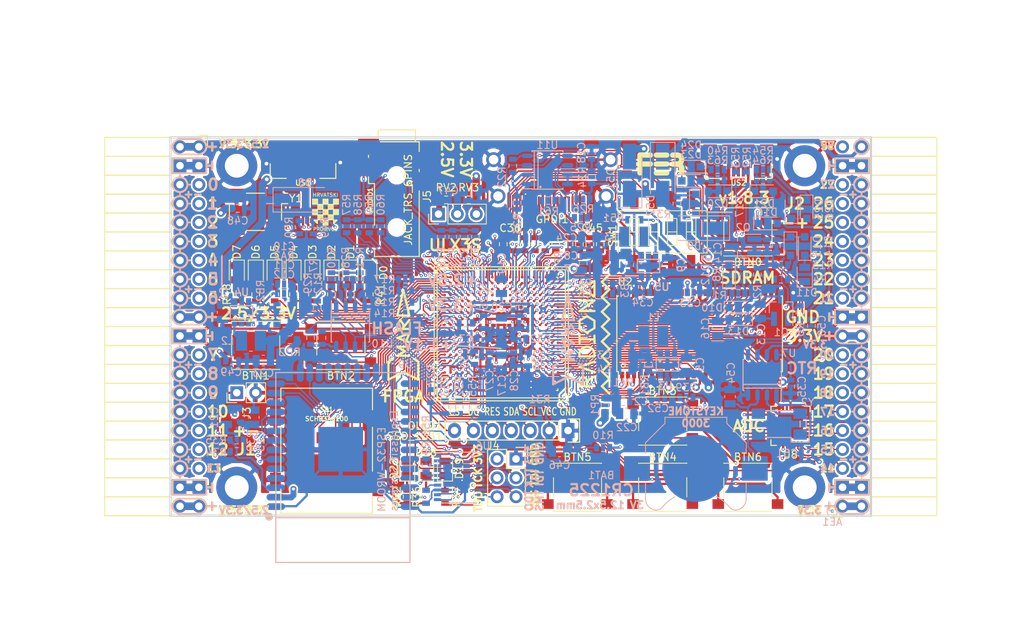
<source format=kicad_pcb>
(kicad_pcb (version 20171130) (host pcbnew 5.0.0-rc2-dev-unknown+dfsg1+20180318-2)

  (general
    (thickness 1.6)
    (drawings 484)
    (tracks 4830)
    (zones 0)
    (modules 206)
    (nets 316)
  )

  (page A4)
  (layers
    (0 F.Cu signal)
    (1 In1.Cu signal)
    (2 In2.Cu signal)
    (31 B.Cu signal)
    (32 B.Adhes user)
    (33 F.Adhes user)
    (34 B.Paste user)
    (35 F.Paste user)
    (36 B.SilkS user)
    (37 F.SilkS user)
    (38 B.Mask user)
    (39 F.Mask user)
    (40 Dwgs.User user)
    (41 Cmts.User user)
    (42 Eco1.User user)
    (43 Eco2.User user)
    (44 Edge.Cuts user)
    (45 Margin user)
    (46 B.CrtYd user)
    (47 F.CrtYd user)
    (48 B.Fab user hide)
    (49 F.Fab user)
  )

  (setup
    (last_trace_width 0.3)
    (trace_clearance 0.127)
    (zone_clearance 0.127)
    (zone_45_only no)
    (trace_min 0.127)
    (segment_width 0.2)
    (edge_width 0.2)
    (via_size 0.4)
    (via_drill 0.2)
    (via_min_size 0.4)
    (via_min_drill 0.2)
    (uvia_size 0.3)
    (uvia_drill 0.1)
    (uvias_allowed no)
    (uvia_min_size 0.2)
    (uvia_min_drill 0.1)
    (pcb_text_width 0.3)
    (pcb_text_size 1.5 1.5)
    (mod_edge_width 0.15)
    (mod_text_size 1 1)
    (mod_text_width 0.15)
    (pad_size 0.3 0.3)
    (pad_drill 0)
    (pad_to_mask_clearance 0.05)
    (aux_axis_origin 94.1 112.22)
    (grid_origin 93.48 113)
    (visible_elements 7FFFFFFF)
    (pcbplotparams
      (layerselection 0x310fc_ffffffff)
      (usegerberextensions true)
      (usegerberattributes false)
      (usegerberadvancedattributes false)
      (creategerberjobfile false)
      (excludeedgelayer true)
      (linewidth 0.100000)
      (plotframeref false)
      (viasonmask false)
      (mode 1)
      (useauxorigin false)
      (hpglpennumber 1)
      (hpglpenspeed 20)
      (hpglpendiameter 15)
      (psnegative false)
      (psa4output false)
      (plotreference true)
      (plotvalue true)
      (plotinvisibletext false)
      (padsonsilk false)
      (subtractmaskfromsilk false)
      (outputformat 1)
      (mirror false)
      (drillshape 0)
      (scaleselection 1)
      (outputdirectory plot))
  )

  (net 0 "")
  (net 1 GND)
  (net 2 +5V)
  (net 3 /gpio/IN5V)
  (net 4 /gpio/OUT5V)
  (net 5 +3V3)
  (net 6 BTN_D)
  (net 7 BTN_F1)
  (net 8 BTN_F2)
  (net 9 BTN_L)
  (net 10 BTN_R)
  (net 11 BTN_U)
  (net 12 /power/FB1)
  (net 13 +2V5)
  (net 14 /power/PWREN)
  (net 15 /power/FB3)
  (net 16 /power/FB2)
  (net 17 /power/VBAT)
  (net 18 JTAG_TDI)
  (net 19 JTAG_TCK)
  (net 20 JTAG_TMS)
  (net 21 JTAG_TDO)
  (net 22 /power/WAKEUPn)
  (net 23 /power/WKUP)
  (net 24 /power/SHUT)
  (net 25 /power/WAKE)
  (net 26 /power/HOLD)
  (net 27 /power/WKn)
  (net 28 /power/OSCI_32k)
  (net 29 /power/OSCO_32k)
  (net 30 SHUTDOWN)
  (net 31 /analog/AUDIO_L)
  (net 32 /analog/AUDIO_R)
  (net 33 GPDI_SDA)
  (net 34 GPDI_SCL)
  (net 35 /gpdi/VREF2)
  (net 36 SD_CMD)
  (net 37 SD_CLK)
  (net 38 SD_D0)
  (net 39 SD_D1)
  (net 40 USB5V)
  (net 41 GPDI_CEC)
  (net 42 nRESET)
  (net 43 FTDI_nDTR)
  (net 44 SDRAM_CKE)
  (net 45 SDRAM_A7)
  (net 46 SDRAM_D15)
  (net 47 SDRAM_BA1)
  (net 48 SDRAM_D7)
  (net 49 SDRAM_A6)
  (net 50 SDRAM_CLK)
  (net 51 SDRAM_D13)
  (net 52 SDRAM_BA0)
  (net 53 SDRAM_D6)
  (net 54 SDRAM_A5)
  (net 55 SDRAM_D14)
  (net 56 SDRAM_A11)
  (net 57 SDRAM_D12)
  (net 58 SDRAM_D5)
  (net 59 SDRAM_A4)
  (net 60 SDRAM_A10)
  (net 61 SDRAM_D11)
  (net 62 SDRAM_A3)
  (net 63 SDRAM_D4)
  (net 64 SDRAM_D10)
  (net 65 SDRAM_D9)
  (net 66 SDRAM_A9)
  (net 67 SDRAM_D3)
  (net 68 SDRAM_D8)
  (net 69 SDRAM_A8)
  (net 70 SDRAM_A2)
  (net 71 SDRAM_A1)
  (net 72 SDRAM_A0)
  (net 73 SDRAM_D2)
  (net 74 SDRAM_D1)
  (net 75 SDRAM_D0)
  (net 76 SDRAM_DQM0)
  (net 77 SDRAM_nCS)
  (net 78 SDRAM_nRAS)
  (net 79 SDRAM_DQM1)
  (net 80 SDRAM_nCAS)
  (net 81 SDRAM_nWE)
  (net 82 /flash/FLASH_nWP)
  (net 83 /flash/FLASH_nHOLD)
  (net 84 /flash/FLASH_MOSI)
  (net 85 /flash/FLASH_MISO)
  (net 86 /flash/FLASH_SCK)
  (net 87 /flash/FLASH_nCS)
  (net 88 /flash/FPGA_PROGRAMN)
  (net 89 /flash/FPGA_DONE)
  (net 90 /flash/FPGA_INITN)
  (net 91 OLED_RES)
  (net 92 OLED_DC)
  (net 93 OLED_CS)
  (net 94 WIFI_EN)
  (net 95 FTDI_nRTS)
  (net 96 FTDI_TXD)
  (net 97 FTDI_RXD)
  (net 98 WIFI_RXD)
  (net 99 WIFI_GPIO0)
  (net 100 WIFI_TXD)
  (net 101 USB_FTDI_D+)
  (net 102 USB_FTDI_D-)
  (net 103 SD_D3)
  (net 104 AUDIO_L3)
  (net 105 AUDIO_L2)
  (net 106 AUDIO_L1)
  (net 107 AUDIO_L0)
  (net 108 AUDIO_R3)
  (net 109 AUDIO_R2)
  (net 110 AUDIO_R1)
  (net 111 AUDIO_R0)
  (net 112 OLED_CLK)
  (net 113 OLED_MOSI)
  (net 114 LED0)
  (net 115 LED1)
  (net 116 LED2)
  (net 117 LED3)
  (net 118 LED4)
  (net 119 LED5)
  (net 120 LED6)
  (net 121 LED7)
  (net 122 BTN_PWRn)
  (net 123 FTDI_nTXLED)
  (net 124 FTDI_nSLEEP)
  (net 125 /blinkey/LED_PWREN)
  (net 126 /blinkey/LED_TXLED)
  (net 127 /sdcard/SD3V3)
  (net 128 SD_D2)
  (net 129 CLK_25MHz)
  (net 130 /blinkey/BTNPUL)
  (net 131 /blinkey/BTNPUR)
  (net 132 USB_FPGA_D+)
  (net 133 /power/FTDI_nSUSPEND)
  (net 134 /blinkey/ALED0)
  (net 135 /blinkey/ALED1)
  (net 136 /blinkey/ALED2)
  (net 137 /blinkey/ALED3)
  (net 138 /blinkey/ALED4)
  (net 139 /blinkey/ALED5)
  (net 140 /blinkey/ALED6)
  (net 141 /blinkey/ALED7)
  (net 142 /usb/FTD-)
  (net 143 /usb/FTD+)
  (net 144 ADC_MISO)
  (net 145 ADC_MOSI)
  (net 146 ADC_CSn)
  (net 147 ADC_SCLK)
  (net 148 SW3)
  (net 149 SW2)
  (net 150 SW1)
  (net 151 USB_FPGA_D-)
  (net 152 /usb/FPD+)
  (net 153 /usb/FPD-)
  (net 154 WIFI_GPIO16)
  (net 155 /usb/ANT_433MHz)
  (net 156 /power/PWRBTn)
  (net 157 PROG_DONE)
  (net 158 /power/P3V3)
  (net 159 /power/P2V5)
  (net 160 /power/L1)
  (net 161 /power/L3)
  (net 162 /power/L2)
  (net 163 FTDI_TXDEN)
  (net 164 SDRAM_A12)
  (net 165 /analog/AUDIO_V)
  (net 166 AUDIO_V3)
  (net 167 AUDIO_V2)
  (net 168 AUDIO_V1)
  (net 169 AUDIO_V0)
  (net 170 /blinkey/LED_WIFI)
  (net 171 /power/P1V1)
  (net 172 +1V1)
  (net 173 SW4)
  (net 174 /blinkey/SWPU)
  (net 175 /wifi/WIFIEN)
  (net 176 FT2V5)
  (net 177 GN0)
  (net 178 GP0)
  (net 179 GN1)
  (net 180 GP1)
  (net 181 GN2)
  (net 182 GP2)
  (net 183 GN3)
  (net 184 GP3)
  (net 185 GN4)
  (net 186 GP4)
  (net 187 GN5)
  (net 188 GP5)
  (net 189 GN6)
  (net 190 GP6)
  (net 191 GN14)
  (net 192 GP14)
  (net 193 GN15)
  (net 194 GP15)
  (net 195 GN16)
  (net 196 GP16)
  (net 197 GN17)
  (net 198 GP17)
  (net 199 GN18)
  (net 200 GP18)
  (net 201 GN19)
  (net 202 GP19)
  (net 203 GN20)
  (net 204 GP20)
  (net 205 GN21)
  (net 206 GP21)
  (net 207 GN22)
  (net 208 GP22)
  (net 209 GN23)
  (net 210 GP23)
  (net 211 GN24)
  (net 212 GP24)
  (net 213 GN25)
  (net 214 GP25)
  (net 215 GN26)
  (net 216 GP26)
  (net 217 GN27)
  (net 218 GP27)
  (net 219 GN7)
  (net 220 GP7)
  (net 221 GN8)
  (net 222 GP8)
  (net 223 GN9)
  (net 224 GP9)
  (net 225 GN10)
  (net 226 GP10)
  (net 227 GN11)
  (net 228 GP11)
  (net 229 GN12)
  (net 230 GP12)
  (net 231 GN13)
  (net 232 GP13)
  (net 233 WIFI_GPIO5)
  (net 234 WIFI_GPIO17)
  (net 235 USB_FPGA_PULL_D+)
  (net 236 USB_FPGA_PULL_D-)
  (net 237 "Net-(D23-Pad2)")
  (net 238 "Net-(D24-Pad1)")
  (net 239 "Net-(D25-Pad2)")
  (net 240 "Net-(D26-Pad1)")
  (net 241 /gpdi/GPDI_ETH+)
  (net 242 FPDI_ETH+)
  (net 243 /gpdi/GPDI_ETH-)
  (net 244 FPDI_ETH-)
  (net 245 /gpdi/GPDI_D2-)
  (net 246 FPDI_D2-)
  (net 247 /gpdi/GPDI_D1-)
  (net 248 FPDI_D1-)
  (net 249 /gpdi/GPDI_D0-)
  (net 250 FPDI_D0-)
  (net 251 /gpdi/GPDI_CLK-)
  (net 252 FPDI_CLK-)
  (net 253 /gpdi/GPDI_D2+)
  (net 254 FPDI_D2+)
  (net 255 /gpdi/GPDI_D1+)
  (net 256 FPDI_D1+)
  (net 257 /gpdi/GPDI_D0+)
  (net 258 FPDI_D0+)
  (net 259 /gpdi/GPDI_CLK+)
  (net 260 FPDI_CLK+)
  (net 261 FPDI_SDA)
  (net 262 FPDI_SCL)
  (net 263 /gpdi/FPDI_CEC)
  (net 264 2V5_3V3)
  (net 265 "Net-(AUDIO1-Pad5)")
  (net 266 "Net-(AUDIO1-Pad6)")
  (net 267 "Net-(U1-PadA15)")
  (net 268 "Net-(U1-PadC9)")
  (net 269 "Net-(U1-PadD9)")
  (net 270 "Net-(U1-PadD10)")
  (net 271 "Net-(U1-PadD11)")
  (net 272 "Net-(U1-PadD12)")
  (net 273 "Net-(U1-PadE6)")
  (net 274 "Net-(U1-PadE9)")
  (net 275 "Net-(U1-PadE10)")
  (net 276 "Net-(U1-PadE11)")
  (net 277 "Net-(U1-PadJ4)")
  (net 278 "Net-(U1-PadJ5)")
  (net 279 "Net-(U1-PadK5)")
  (net 280 "Net-(U1-PadL5)")
  (net 281 "Net-(U1-PadM4)")
  (net 282 "Net-(U1-PadM5)")
  (net 283 SD_CD)
  (net 284 SD_WP)
  (net 285 "Net-(U1-PadR3)")
  (net 286 "Net-(U1-PadT16)")
  (net 287 "Net-(U1-PadW4)")
  (net 288 "Net-(U1-PadW5)")
  (net 289 "Net-(U1-PadW8)")
  (net 290 "Net-(U1-PadW9)")
  (net 291 "Net-(U1-PadW13)")
  (net 292 "Net-(U1-PadW14)")
  (net 293 "Net-(U1-PadW17)")
  (net 294 "Net-(U1-PadW18)")
  (net 295 FTDI_nRXLED)
  (net 296 "Net-(U8-Pad12)")
  (net 297 "Net-(U8-Pad25)")
  (net 298 "Net-(U9-Pad32)")
  (net 299 "Net-(U9-Pad22)")
  (net 300 "Net-(U9-Pad21)")
  (net 301 "Net-(U9-Pad20)")
  (net 302 "Net-(U9-Pad19)")
  (net 303 "Net-(U9-Pad18)")
  (net 304 "Net-(U9-Pad17)")
  (net 305 "Net-(U9-Pad12)")
  (net 306 "Net-(U9-Pad5)")
  (net 307 "Net-(U9-Pad4)")
  (net 308 "Net-(US1-Pad4)")
  (net 309 "Net-(US2-Pad4)")
  (net 310 "Net-(Y2-Pad3)")
  (net 311 "Net-(Y2-Pad2)")
  (net 312 "Net-(U1-PadK16)")
  (net 313 "Net-(U1-PadK17)")
  (net 314 /usb/US2VBUS)
  (net 315 /power/SHD)

  (net_class Default "This is the default net class."
    (clearance 0.127)
    (trace_width 0.3)
    (via_dia 0.4)
    (via_drill 0.2)
    (uvia_dia 0.3)
    (uvia_drill 0.1)
    (add_net +1V1)
    (add_net +2V5)
    (add_net +3V3)
    (add_net +5V)
    (add_net /analog/AUDIO_L)
    (add_net /analog/AUDIO_R)
    (add_net /analog/AUDIO_V)
    (add_net /blinkey/ALED0)
    (add_net /blinkey/ALED1)
    (add_net /blinkey/ALED2)
    (add_net /blinkey/ALED3)
    (add_net /blinkey/ALED4)
    (add_net /blinkey/ALED5)
    (add_net /blinkey/ALED6)
    (add_net /blinkey/ALED7)
    (add_net /blinkey/BTNPUL)
    (add_net /blinkey/BTNPUR)
    (add_net /blinkey/LED_PWREN)
    (add_net /blinkey/LED_TXLED)
    (add_net /blinkey/LED_WIFI)
    (add_net /blinkey/SWPU)
    (add_net /gpdi/GPDI_CLK+)
    (add_net /gpdi/GPDI_CLK-)
    (add_net /gpdi/GPDI_D0+)
    (add_net /gpdi/GPDI_D0-)
    (add_net /gpdi/GPDI_D1+)
    (add_net /gpdi/GPDI_D1-)
    (add_net /gpdi/GPDI_D2+)
    (add_net /gpdi/GPDI_D2-)
    (add_net /gpdi/GPDI_ETH+)
    (add_net /gpdi/GPDI_ETH-)
    (add_net /gpdi/VREF2)
    (add_net /gpio/IN5V)
    (add_net /gpio/OUT5V)
    (add_net /power/FB1)
    (add_net /power/FB2)
    (add_net /power/FB3)
    (add_net /power/FTDI_nSUSPEND)
    (add_net /power/HOLD)
    (add_net /power/L1)
    (add_net /power/L2)
    (add_net /power/L3)
    (add_net /power/OSCI_32k)
    (add_net /power/OSCO_32k)
    (add_net /power/P1V1)
    (add_net /power/P2V5)
    (add_net /power/P3V3)
    (add_net /power/PWRBTn)
    (add_net /power/PWREN)
    (add_net /power/SHD)
    (add_net /power/SHUT)
    (add_net /power/VBAT)
    (add_net /power/WAKE)
    (add_net /power/WAKEUPn)
    (add_net /power/WKUP)
    (add_net /power/WKn)
    (add_net /sdcard/SD3V3)
    (add_net /usb/ANT_433MHz)
    (add_net /usb/FPD+)
    (add_net /usb/FPD-)
    (add_net /usb/FTD+)
    (add_net /usb/FTD-)
    (add_net /usb/US2VBUS)
    (add_net /wifi/WIFIEN)
    (add_net 2V5_3V3)
    (add_net FT2V5)
    (add_net FTDI_nRXLED)
    (add_net GND)
    (add_net "Net-(AUDIO1-Pad5)")
    (add_net "Net-(AUDIO1-Pad6)")
    (add_net "Net-(D23-Pad2)")
    (add_net "Net-(D24-Pad1)")
    (add_net "Net-(D25-Pad2)")
    (add_net "Net-(D26-Pad1)")
    (add_net "Net-(U1-PadA15)")
    (add_net "Net-(U1-PadC9)")
    (add_net "Net-(U1-PadD10)")
    (add_net "Net-(U1-PadD11)")
    (add_net "Net-(U1-PadD12)")
    (add_net "Net-(U1-PadD9)")
    (add_net "Net-(U1-PadE10)")
    (add_net "Net-(U1-PadE11)")
    (add_net "Net-(U1-PadE6)")
    (add_net "Net-(U1-PadE9)")
    (add_net "Net-(U1-PadJ4)")
    (add_net "Net-(U1-PadJ5)")
    (add_net "Net-(U1-PadK16)")
    (add_net "Net-(U1-PadK17)")
    (add_net "Net-(U1-PadK5)")
    (add_net "Net-(U1-PadL5)")
    (add_net "Net-(U1-PadM4)")
    (add_net "Net-(U1-PadM5)")
    (add_net "Net-(U1-PadR3)")
    (add_net "Net-(U1-PadT16)")
    (add_net "Net-(U1-PadW13)")
    (add_net "Net-(U1-PadW14)")
    (add_net "Net-(U1-PadW17)")
    (add_net "Net-(U1-PadW18)")
    (add_net "Net-(U1-PadW4)")
    (add_net "Net-(U1-PadW5)")
    (add_net "Net-(U1-PadW8)")
    (add_net "Net-(U1-PadW9)")
    (add_net "Net-(U8-Pad12)")
    (add_net "Net-(U8-Pad25)")
    (add_net "Net-(U9-Pad12)")
    (add_net "Net-(U9-Pad17)")
    (add_net "Net-(U9-Pad18)")
    (add_net "Net-(U9-Pad19)")
    (add_net "Net-(U9-Pad20)")
    (add_net "Net-(U9-Pad21)")
    (add_net "Net-(U9-Pad22)")
    (add_net "Net-(U9-Pad32)")
    (add_net "Net-(U9-Pad4)")
    (add_net "Net-(U9-Pad5)")
    (add_net "Net-(US1-Pad4)")
    (add_net "Net-(US2-Pad4)")
    (add_net "Net-(Y2-Pad2)")
    (add_net "Net-(Y2-Pad3)")
    (add_net SD_CD)
    (add_net SD_WP)
    (add_net USB5V)
  )

  (net_class BGA ""
    (clearance 0.127)
    (trace_width 0.19)
    (via_dia 0.4)
    (via_drill 0.2)
    (uvia_dia 0.3)
    (uvia_drill 0.1)
    (add_net /flash/FLASH_MISO)
    (add_net /flash/FLASH_MOSI)
    (add_net /flash/FLASH_SCK)
    (add_net /flash/FLASH_nCS)
    (add_net /flash/FLASH_nHOLD)
    (add_net /flash/FLASH_nWP)
    (add_net /flash/FPGA_DONE)
    (add_net /flash/FPGA_INITN)
    (add_net /flash/FPGA_PROGRAMN)
    (add_net /gpdi/FPDI_CEC)
    (add_net ADC_CSn)
    (add_net ADC_MISO)
    (add_net ADC_MOSI)
    (add_net ADC_SCLK)
    (add_net AUDIO_L0)
    (add_net AUDIO_L1)
    (add_net AUDIO_L2)
    (add_net AUDIO_L3)
    (add_net AUDIO_R0)
    (add_net AUDIO_R1)
    (add_net AUDIO_R2)
    (add_net AUDIO_R3)
    (add_net AUDIO_V0)
    (add_net AUDIO_V1)
    (add_net AUDIO_V2)
    (add_net AUDIO_V3)
    (add_net BTN_D)
    (add_net BTN_F1)
    (add_net BTN_F2)
    (add_net BTN_L)
    (add_net BTN_PWRn)
    (add_net BTN_R)
    (add_net BTN_U)
    (add_net CLK_25MHz)
    (add_net FPDI_CLK+)
    (add_net FPDI_CLK-)
    (add_net FPDI_D0+)
    (add_net FPDI_D0-)
    (add_net FPDI_D1+)
    (add_net FPDI_D1-)
    (add_net FPDI_D2+)
    (add_net FPDI_D2-)
    (add_net FPDI_ETH+)
    (add_net FPDI_ETH-)
    (add_net FPDI_SCL)
    (add_net FPDI_SDA)
    (add_net FTDI_RXD)
    (add_net FTDI_TXD)
    (add_net FTDI_TXDEN)
    (add_net FTDI_nDTR)
    (add_net FTDI_nRTS)
    (add_net FTDI_nSLEEP)
    (add_net FTDI_nTXLED)
    (add_net GN0)
    (add_net GN1)
    (add_net GN10)
    (add_net GN11)
    (add_net GN12)
    (add_net GN13)
    (add_net GN14)
    (add_net GN15)
    (add_net GN16)
    (add_net GN17)
    (add_net GN18)
    (add_net GN19)
    (add_net GN2)
    (add_net GN20)
    (add_net GN21)
    (add_net GN22)
    (add_net GN23)
    (add_net GN24)
    (add_net GN25)
    (add_net GN26)
    (add_net GN27)
    (add_net GN3)
    (add_net GN4)
    (add_net GN5)
    (add_net GN6)
    (add_net GN7)
    (add_net GN8)
    (add_net GN9)
    (add_net GP0)
    (add_net GP1)
    (add_net GP10)
    (add_net GP11)
    (add_net GP12)
    (add_net GP13)
    (add_net GP14)
    (add_net GP15)
    (add_net GP16)
    (add_net GP17)
    (add_net GP18)
    (add_net GP19)
    (add_net GP2)
    (add_net GP20)
    (add_net GP21)
    (add_net GP22)
    (add_net GP23)
    (add_net GP24)
    (add_net GP25)
    (add_net GP26)
    (add_net GP27)
    (add_net GP3)
    (add_net GP4)
    (add_net GP5)
    (add_net GP6)
    (add_net GP7)
    (add_net GP8)
    (add_net GP9)
    (add_net GPDI_CEC)
    (add_net GPDI_SCL)
    (add_net GPDI_SDA)
    (add_net JTAG_TCK)
    (add_net JTAG_TDI)
    (add_net JTAG_TDO)
    (add_net JTAG_TMS)
    (add_net LED0)
    (add_net LED1)
    (add_net LED2)
    (add_net LED3)
    (add_net LED4)
    (add_net LED5)
    (add_net LED6)
    (add_net LED7)
    (add_net OLED_CLK)
    (add_net OLED_CS)
    (add_net OLED_DC)
    (add_net OLED_MOSI)
    (add_net OLED_RES)
    (add_net PROG_DONE)
    (add_net SDRAM_A0)
    (add_net SDRAM_A1)
    (add_net SDRAM_A10)
    (add_net SDRAM_A11)
    (add_net SDRAM_A12)
    (add_net SDRAM_A2)
    (add_net SDRAM_A3)
    (add_net SDRAM_A4)
    (add_net SDRAM_A5)
    (add_net SDRAM_A6)
    (add_net SDRAM_A7)
    (add_net SDRAM_A8)
    (add_net SDRAM_A9)
    (add_net SDRAM_BA0)
    (add_net SDRAM_BA1)
    (add_net SDRAM_CKE)
    (add_net SDRAM_CLK)
    (add_net SDRAM_D0)
    (add_net SDRAM_D1)
    (add_net SDRAM_D10)
    (add_net SDRAM_D11)
    (add_net SDRAM_D12)
    (add_net SDRAM_D13)
    (add_net SDRAM_D14)
    (add_net SDRAM_D15)
    (add_net SDRAM_D2)
    (add_net SDRAM_D3)
    (add_net SDRAM_D4)
    (add_net SDRAM_D5)
    (add_net SDRAM_D6)
    (add_net SDRAM_D7)
    (add_net SDRAM_D8)
    (add_net SDRAM_D9)
    (add_net SDRAM_DQM0)
    (add_net SDRAM_DQM1)
    (add_net SDRAM_nCAS)
    (add_net SDRAM_nCS)
    (add_net SDRAM_nRAS)
    (add_net SDRAM_nWE)
    (add_net SD_CLK)
    (add_net SD_CMD)
    (add_net SD_D0)
    (add_net SD_D1)
    (add_net SD_D2)
    (add_net SD_D3)
    (add_net SHUTDOWN)
    (add_net SW1)
    (add_net SW2)
    (add_net SW3)
    (add_net SW4)
    (add_net USB_FPGA_D+)
    (add_net USB_FPGA_D-)
    (add_net USB_FPGA_PULL_D+)
    (add_net USB_FPGA_PULL_D-)
    (add_net USB_FTDI_D+)
    (add_net USB_FTDI_D-)
    (add_net WIFI_EN)
    (add_net WIFI_GPIO0)
    (add_net WIFI_GPIO16)
    (add_net WIFI_GPIO17)
    (add_net WIFI_GPIO5)
    (add_net WIFI_RXD)
    (add_net WIFI_TXD)
    (add_net nRESET)
  )

  (net_class Minimal ""
    (clearance 0.127)
    (trace_width 0.127)
    (via_dia 0.4)
    (via_drill 0.2)
    (uvia_dia 0.3)
    (uvia_drill 0.1)
  )

  (module L_1008_1210:L_1008_1210 (layer B.Cu) (tedit 5B019496) (tstamp 5B3925FB)
    (at 156.33 74.755 180)
    (descr "Inductor SMD 1008-1210 (2520-3225 Metric), square (rectangular) end terminal")
    (tags inductor)
    (path /58D51CAD/5A73CDB3)
    (attr smd)
    (fp_text reference L3 (at 3.16 -0.018 180) (layer B.SilkS)
      (effects (font (size 1 1) (thickness 0.15)) (justify mirror))
    )
    (fp_text value 2.2uH (at 0 -2.5 180) (layer B.Fab)
      (effects (font (size 1 1) (thickness 0.15)) (justify mirror))
    )
    (fp_text user %R (at 0 0 180) (layer B.Fab)
      (effects (font (size 0.8 0.8) (thickness 0.12)) (justify mirror))
    )
    (fp_line (start 2.29 -1.6) (end -2.29 -1.6) (layer B.CrtYd) (width 0.05))
    (fp_line (start 2.29 1.6) (end 2.29 -1.6) (layer B.CrtYd) (width 0.05))
    (fp_line (start -2.29 1.6) (end 2.29 1.6) (layer B.CrtYd) (width 0.05))
    (fp_line (start -2.29 -1.6) (end -2.29 1.6) (layer B.CrtYd) (width 0.05))
    (fp_line (start -0.2 -1.4) (end 0.2 -1.4) (layer B.SilkS) (width 0.12))
    (fp_line (start -0.2 1.4) (end 0.2 1.4) (layer B.SilkS) (width 0.12))
    (fp_line (start 1.6 -1.25) (end -1.6 -1.25) (layer B.Fab) (width 0.1))
    (fp_line (start 1.6 1.25) (end 1.6 -1.25) (layer B.Fab) (width 0.1))
    (fp_line (start -1.6 1.25) (end 1.6 1.25) (layer B.Fab) (width 0.1))
    (fp_line (start -1.6 -1.25) (end -1.6 1.25) (layer B.Fab) (width 0.1))
    (pad 2 smd rect (at 1.27 0 180) (size 1.5 2.7) (layers B.Cu B.Paste B.Mask)
      (net 158 /power/P3V3))
    (pad 1 smd rect (at -1.27 0 180) (size 1.5 2.7) (layers B.Cu B.Paste B.Mask)
      (net 161 /power/L3))
    (model ${KISYS3DMOD}/Inductor_SMD.3dshapes/L_1210_3225Metric.wrl
      (at (xyz 0 0 0))
      (scale (xyz 1 1 1))
      (rotate (xyz 0 0 0))
    )
  )

  (module L_1008_1210:L_1008_1210 (layer B.Cu) (tedit 5B019496) (tstamp 5B3925EB)
    (at 104.895 88.725)
    (descr "Inductor SMD 1008-1210 (2520-3225 Metric), square (rectangular) end terminal")
    (tags inductor)
    (path /58D51CAD/58D67BD8)
    (attr smd)
    (fp_text reference L2 (at -3.16 0.018) (layer B.SilkS)
      (effects (font (size 1 1) (thickness 0.15)) (justify mirror))
    )
    (fp_text value 2.2uH (at 0 -2.5) (layer B.Fab)
      (effects (font (size 1 1) (thickness 0.15)) (justify mirror))
    )
    (fp_text user %R (at 0 0) (layer B.Fab)
      (effects (font (size 0.8 0.8) (thickness 0.12)) (justify mirror))
    )
    (fp_line (start 2.29 -1.6) (end -2.29 -1.6) (layer B.CrtYd) (width 0.05))
    (fp_line (start 2.29 1.6) (end 2.29 -1.6) (layer B.CrtYd) (width 0.05))
    (fp_line (start -2.29 1.6) (end 2.29 1.6) (layer B.CrtYd) (width 0.05))
    (fp_line (start -2.29 -1.6) (end -2.29 1.6) (layer B.CrtYd) (width 0.05))
    (fp_line (start -0.2 -1.4) (end 0.2 -1.4) (layer B.SilkS) (width 0.12))
    (fp_line (start -0.2 1.4) (end 0.2 1.4) (layer B.SilkS) (width 0.12))
    (fp_line (start 1.6 -1.25) (end -1.6 -1.25) (layer B.Fab) (width 0.1))
    (fp_line (start 1.6 1.25) (end 1.6 -1.25) (layer B.Fab) (width 0.1))
    (fp_line (start -1.6 1.25) (end 1.6 1.25) (layer B.Fab) (width 0.1))
    (fp_line (start -1.6 -1.25) (end -1.6 1.25) (layer B.Fab) (width 0.1))
    (pad 2 smd rect (at 1.27 0) (size 1.5 2.7) (layers B.Cu B.Paste B.Mask)
      (net 159 /power/P2V5))
    (pad 1 smd rect (at -1.27 0) (size 1.5 2.7) (layers B.Cu B.Paste B.Mask)
      (net 162 /power/L2))
    (model ${KISYS3DMOD}/Inductor_SMD.3dshapes/L_1210_3225Metric.wrl
      (at (xyz 0 0 0))
      (scale (xyz 1 1 1))
      (rotate (xyz 0 0 0))
    )
  )

  (module L_1008_1210:L_1008_1210 (layer B.Cu) (tedit 5B019496) (tstamp 5B3925DB)
    (at 158.87 88.09 180)
    (descr "Inductor SMD 1008-1210 (2520-3225 Metric), square (rectangular) end terminal")
    (tags inductor)
    (path /58D51CAD/5A73C9EB)
    (attr smd)
    (fp_text reference L1 (at 0 2.5 180) (layer B.SilkS)
      (effects (font (size 1 1) (thickness 0.15)) (justify mirror))
    )
    (fp_text value 2.2uH (at 0 -2.5 180) (layer B.Fab)
      (effects (font (size 1 1) (thickness 0.15)) (justify mirror))
    )
    (fp_text user %R (at 0 0 180) (layer B.Fab)
      (effects (font (size 0.8 0.8) (thickness 0.12)) (justify mirror))
    )
    (fp_line (start 2.29 -1.6) (end -2.29 -1.6) (layer B.CrtYd) (width 0.05))
    (fp_line (start 2.29 1.6) (end 2.29 -1.6) (layer B.CrtYd) (width 0.05))
    (fp_line (start -2.29 1.6) (end 2.29 1.6) (layer B.CrtYd) (width 0.05))
    (fp_line (start -2.29 -1.6) (end -2.29 1.6) (layer B.CrtYd) (width 0.05))
    (fp_line (start -0.2 -1.4) (end 0.2 -1.4) (layer B.SilkS) (width 0.12))
    (fp_line (start -0.2 1.4) (end 0.2 1.4) (layer B.SilkS) (width 0.12))
    (fp_line (start 1.6 -1.25) (end -1.6 -1.25) (layer B.Fab) (width 0.1))
    (fp_line (start 1.6 1.25) (end 1.6 -1.25) (layer B.Fab) (width 0.1))
    (fp_line (start -1.6 1.25) (end 1.6 1.25) (layer B.Fab) (width 0.1))
    (fp_line (start -1.6 -1.25) (end -1.6 1.25) (layer B.Fab) (width 0.1))
    (pad 2 smd rect (at 1.27 0 180) (size 1.5 2.7) (layers B.Cu B.Paste B.Mask)
      (net 171 /power/P1V1))
    (pad 1 smd rect (at -1.27 0 180) (size 1.5 2.7) (layers B.Cu B.Paste B.Mask)
      (net 160 /power/L1))
    (model ${KISYS3DMOD}/Inductor_SMD.3dshapes/L_1210_3225Metric.wrl
      (at (xyz 0 0 0))
      (scale (xyz 1 1 1))
      (rotate (xyz 0 0 0))
    )
  )

  (module Socket_Strips:Socket_Strip_Angled_2x20 (layer F.Cu) (tedit 5A2B354F) (tstamp 58E6BE3D)
    (at 97.91 62.69 270)
    (descr "Through hole socket strip")
    (tags "socket strip")
    (path /56AC389C/58E6B835)
    (fp_text reference J1 (at 40.64 -6.35) (layer F.SilkS)
      (effects (font (size 1.5 1.5) (thickness 0.3)))
    )
    (fp_text value CONN_02X20 (at 0 -2.6 270) (layer F.Fab) hide
      (effects (font (size 1 1) (thickness 0.15)))
    )
    (fp_line (start -1.75 -1.35) (end -1.75 13.15) (layer F.CrtYd) (width 0.05))
    (fp_line (start 50.05 -1.35) (end 50.05 13.15) (layer F.CrtYd) (width 0.05))
    (fp_line (start -1.75 -1.35) (end 50.05 -1.35) (layer F.CrtYd) (width 0.05))
    (fp_line (start -1.75 13.15) (end 50.05 13.15) (layer F.CrtYd) (width 0.05))
    (fp_line (start 49.53 12.64) (end 49.53 3.81) (layer F.SilkS) (width 0.15))
    (fp_line (start 46.99 12.64) (end 49.53 12.64) (layer F.SilkS) (width 0.15))
    (fp_line (start 46.99 3.81) (end 49.53 3.81) (layer F.SilkS) (width 0.15))
    (fp_line (start 49.53 3.81) (end 49.53 12.64) (layer F.SilkS) (width 0.15))
    (fp_line (start 46.99 3.81) (end 46.99 12.64) (layer F.SilkS) (width 0.15))
    (fp_line (start 44.45 3.81) (end 46.99 3.81) (layer F.SilkS) (width 0.15))
    (fp_line (start 44.45 12.64) (end 46.99 12.64) (layer F.SilkS) (width 0.15))
    (fp_line (start 46.99 12.64) (end 46.99 3.81) (layer F.SilkS) (width 0.15))
    (fp_line (start 29.21 12.64) (end 29.21 3.81) (layer F.SilkS) (width 0.15))
    (fp_line (start 26.67 12.64) (end 29.21 12.64) (layer F.SilkS) (width 0.15))
    (fp_line (start 26.67 3.81) (end 29.21 3.81) (layer F.SilkS) (width 0.15))
    (fp_line (start 29.21 3.81) (end 29.21 12.64) (layer F.SilkS) (width 0.15))
    (fp_line (start 31.75 3.81) (end 31.75 12.64) (layer F.SilkS) (width 0.15))
    (fp_line (start 29.21 3.81) (end 31.75 3.81) (layer F.SilkS) (width 0.15))
    (fp_line (start 29.21 12.64) (end 31.75 12.64) (layer F.SilkS) (width 0.15))
    (fp_line (start 31.75 12.64) (end 31.75 3.81) (layer F.SilkS) (width 0.15))
    (fp_line (start 44.45 12.64) (end 44.45 3.81) (layer F.SilkS) (width 0.15))
    (fp_line (start 41.91 12.64) (end 44.45 12.64) (layer F.SilkS) (width 0.15))
    (fp_line (start 41.91 3.81) (end 44.45 3.81) (layer F.SilkS) (width 0.15))
    (fp_line (start 44.45 3.81) (end 44.45 12.64) (layer F.SilkS) (width 0.15))
    (fp_line (start 41.91 3.81) (end 41.91 12.64) (layer F.SilkS) (width 0.15))
    (fp_line (start 39.37 3.81) (end 41.91 3.81) (layer F.SilkS) (width 0.15))
    (fp_line (start 39.37 12.64) (end 41.91 12.64) (layer F.SilkS) (width 0.15))
    (fp_line (start 41.91 12.64) (end 41.91 3.81) (layer F.SilkS) (width 0.15))
    (fp_line (start 39.37 12.64) (end 39.37 3.81) (layer F.SilkS) (width 0.15))
    (fp_line (start 36.83 12.64) (end 39.37 12.64) (layer F.SilkS) (width 0.15))
    (fp_line (start 36.83 3.81) (end 39.37 3.81) (layer F.SilkS) (width 0.15))
    (fp_line (start 39.37 3.81) (end 39.37 12.64) (layer F.SilkS) (width 0.15))
    (fp_line (start 36.83 3.81) (end 36.83 12.64) (layer F.SilkS) (width 0.15))
    (fp_line (start 34.29 3.81) (end 36.83 3.81) (layer F.SilkS) (width 0.15))
    (fp_line (start 34.29 12.64) (end 36.83 12.64) (layer F.SilkS) (width 0.15))
    (fp_line (start 36.83 12.64) (end 36.83 3.81) (layer F.SilkS) (width 0.15))
    (fp_line (start 34.29 12.64) (end 34.29 3.81) (layer F.SilkS) (width 0.15))
    (fp_line (start 31.75 12.64) (end 34.29 12.64) (layer F.SilkS) (width 0.15))
    (fp_line (start 31.75 3.81) (end 34.29 3.81) (layer F.SilkS) (width 0.15))
    (fp_line (start 34.29 3.81) (end 34.29 12.64) (layer F.SilkS) (width 0.15))
    (fp_line (start 16.51 3.81) (end 16.51 12.64) (layer F.SilkS) (width 0.15))
    (fp_line (start 13.97 3.81) (end 16.51 3.81) (layer F.SilkS) (width 0.15))
    (fp_line (start 13.97 12.64) (end 16.51 12.64) (layer F.SilkS) (width 0.15))
    (fp_line (start 16.51 12.64) (end 16.51 3.81) (layer F.SilkS) (width 0.15))
    (fp_line (start 19.05 12.64) (end 19.05 3.81) (layer F.SilkS) (width 0.15))
    (fp_line (start 16.51 12.64) (end 19.05 12.64) (layer F.SilkS) (width 0.15))
    (fp_line (start 16.51 3.81) (end 19.05 3.81) (layer F.SilkS) (width 0.15))
    (fp_line (start 19.05 3.81) (end 19.05 12.64) (layer F.SilkS) (width 0.15))
    (fp_line (start 21.59 3.81) (end 21.59 12.64) (layer F.SilkS) (width 0.15))
    (fp_line (start 19.05 3.81) (end 21.59 3.81) (layer F.SilkS) (width 0.15))
    (fp_line (start 19.05 12.64) (end 21.59 12.64) (layer F.SilkS) (width 0.15))
    (fp_line (start 21.59 12.64) (end 21.59 3.81) (layer F.SilkS) (width 0.15))
    (fp_line (start 24.13 12.64) (end 24.13 3.81) (layer F.SilkS) (width 0.15))
    (fp_line (start 21.59 12.64) (end 24.13 12.64) (layer F.SilkS) (width 0.15))
    (fp_line (start 21.59 3.81) (end 24.13 3.81) (layer F.SilkS) (width 0.15))
    (fp_line (start 24.13 3.81) (end 24.13 12.64) (layer F.SilkS) (width 0.15))
    (fp_line (start 26.67 3.81) (end 26.67 12.64) (layer F.SilkS) (width 0.15))
    (fp_line (start 24.13 3.81) (end 26.67 3.81) (layer F.SilkS) (width 0.15))
    (fp_line (start 24.13 12.64) (end 26.67 12.64) (layer F.SilkS) (width 0.15))
    (fp_line (start 26.67 12.64) (end 26.67 3.81) (layer F.SilkS) (width 0.15))
    (fp_line (start 13.97 12.64) (end 13.97 3.81) (layer F.SilkS) (width 0.15))
    (fp_line (start 11.43 12.64) (end 13.97 12.64) (layer F.SilkS) (width 0.15))
    (fp_line (start 11.43 3.81) (end 13.97 3.81) (layer F.SilkS) (width 0.15))
    (fp_line (start 13.97 3.81) (end 13.97 12.64) (layer F.SilkS) (width 0.15))
    (fp_line (start 11.43 3.81) (end 11.43 12.64) (layer F.SilkS) (width 0.15))
    (fp_line (start 8.89 3.81) (end 11.43 3.81) (layer F.SilkS) (width 0.15))
    (fp_line (start 8.89 12.64) (end 11.43 12.64) (layer F.SilkS) (width 0.15))
    (fp_line (start 11.43 12.64) (end 11.43 3.81) (layer F.SilkS) (width 0.15))
    (fp_line (start 8.89 12.64) (end 8.89 3.81) (layer F.SilkS) (width 0.15))
    (fp_line (start 6.35 12.64) (end 8.89 12.64) (layer F.SilkS) (width 0.15))
    (fp_line (start 6.35 3.81) (end 8.89 3.81) (layer F.SilkS) (width 0.15))
    (fp_line (start 8.89 3.81) (end 8.89 12.64) (layer F.SilkS) (width 0.15))
    (fp_line (start 6.35 3.81) (end 6.35 12.64) (layer F.SilkS) (width 0.15))
    (fp_line (start 3.81 3.81) (end 6.35 3.81) (layer F.SilkS) (width 0.15))
    (fp_line (start 3.81 12.64) (end 6.35 12.64) (layer F.SilkS) (width 0.15))
    (fp_line (start 6.35 12.64) (end 6.35 3.81) (layer F.SilkS) (width 0.15))
    (fp_line (start 3.81 12.64) (end 3.81 3.81) (layer F.SilkS) (width 0.15))
    (fp_line (start 1.27 12.64) (end 3.81 12.64) (layer F.SilkS) (width 0.15))
    (fp_line (start 1.27 3.81) (end 3.81 3.81) (layer F.SilkS) (width 0.15))
    (fp_line (start 3.81 3.81) (end 3.81 12.64) (layer F.SilkS) (width 0.15))
    (fp_line (start 1.27 3.81) (end 1.27 12.64) (layer F.SilkS) (width 0.15))
    (fp_line (start -1.27 3.81) (end 1.27 3.81) (layer F.SilkS) (width 0.15))
    (fp_line (start 0 -1.15) (end -1.55 -1.15) (layer F.SilkS) (width 0.15))
    (fp_line (start -1.55 -1.15) (end -1.55 0) (layer F.SilkS) (width 0.15))
    (fp_line (start -1.27 3.81) (end -1.27 12.64) (layer F.SilkS) (width 0.15))
    (fp_line (start -1.27 12.64) (end 1.27 12.64) (layer F.SilkS) (width 0.15))
    (fp_line (start 1.27 12.64) (end 1.27 3.81) (layer F.SilkS) (width 0.15))
    (pad 1 thru_hole oval (at 0 0 270) (size 1.7272 1.7272) (drill 1.016) (layers *.Cu *.Mask)
      (net 264 2V5_3V3))
    (pad 2 thru_hole oval (at 0 2.54 270) (size 1.7272 1.7272) (drill 1.016) (layers *.Cu *.Mask)
      (net 264 2V5_3V3))
    (pad 3 thru_hole rect (at 2.54 0 270) (size 1.7272 1.7272) (drill 1.016) (layers *.Cu *.Mask)
      (net 1 GND))
    (pad 4 thru_hole rect (at 2.54 2.54 270) (size 1.7272 1.7272) (drill 1.016) (layers *.Cu *.Mask)
      (net 1 GND))
    (pad 5 thru_hole oval (at 5.08 0 270) (size 1.7272 1.7272) (drill 1.016) (layers *.Cu *.Mask)
      (net 177 GN0))
    (pad 6 thru_hole oval (at 5.08 2.54 270) (size 1.7272 1.7272) (drill 1.016) (layers *.Cu *.Mask)
      (net 178 GP0))
    (pad 7 thru_hole oval (at 7.62 0 270) (size 1.7272 1.7272) (drill 1.016) (layers *.Cu *.Mask)
      (net 179 GN1))
    (pad 8 thru_hole oval (at 7.62 2.54 270) (size 1.7272 1.7272) (drill 1.016) (layers *.Cu *.Mask)
      (net 180 GP1))
    (pad 9 thru_hole oval (at 10.16 0 270) (size 1.7272 1.7272) (drill 1.016) (layers *.Cu *.Mask)
      (net 181 GN2))
    (pad 10 thru_hole oval (at 10.16 2.54 270) (size 1.7272 1.7272) (drill 1.016) (layers *.Cu *.Mask)
      (net 182 GP2))
    (pad 11 thru_hole oval (at 12.7 0 270) (size 1.7272 1.7272) (drill 1.016) (layers *.Cu *.Mask)
      (net 183 GN3))
    (pad 12 thru_hole oval (at 12.7 2.54 270) (size 1.7272 1.7272) (drill 1.016) (layers *.Cu *.Mask)
      (net 184 GP3))
    (pad 13 thru_hole oval (at 15.24 0 270) (size 1.7272 1.7272) (drill 1.016) (layers *.Cu *.Mask)
      (net 185 GN4))
    (pad 14 thru_hole oval (at 15.24 2.54 270) (size 1.7272 1.7272) (drill 1.016) (layers *.Cu *.Mask)
      (net 186 GP4))
    (pad 15 thru_hole oval (at 17.78 0 270) (size 1.7272 1.7272) (drill 1.016) (layers *.Cu *.Mask)
      (net 187 GN5))
    (pad 16 thru_hole oval (at 17.78 2.54 270) (size 1.7272 1.7272) (drill 1.016) (layers *.Cu *.Mask)
      (net 188 GP5))
    (pad 17 thru_hole oval (at 20.32 0 270) (size 1.7272 1.7272) (drill 1.016) (layers *.Cu *.Mask)
      (net 189 GN6))
    (pad 18 thru_hole oval (at 20.32 2.54 270) (size 1.7272 1.7272) (drill 1.016) (layers *.Cu *.Mask)
      (net 190 GP6))
    (pad 19 thru_hole oval (at 22.86 0 270) (size 1.7272 1.7272) (drill 1.016) (layers *.Cu *.Mask)
      (net 264 2V5_3V3))
    (pad 20 thru_hole oval (at 22.86 2.54 270) (size 1.7272 1.7272) (drill 1.016) (layers *.Cu *.Mask)
      (net 264 2V5_3V3))
    (pad 21 thru_hole rect (at 25.4 0 270) (size 1.7272 1.7272) (drill 1.016) (layers *.Cu *.Mask)
      (net 1 GND))
    (pad 22 thru_hole rect (at 25.4 2.54 270) (size 1.7272 1.7272) (drill 1.016) (layers *.Cu *.Mask)
      (net 1 GND))
    (pad 23 thru_hole oval (at 27.94 0 270) (size 1.7272 1.7272) (drill 1.016) (layers *.Cu *.Mask)
      (net 219 GN7))
    (pad 24 thru_hole oval (at 27.94 2.54 270) (size 1.7272 1.7272) (drill 1.016) (layers *.Cu *.Mask)
      (net 220 GP7))
    (pad 25 thru_hole oval (at 30.48 0 270) (size 1.7272 1.7272) (drill 1.016) (layers *.Cu *.Mask)
      (net 221 GN8))
    (pad 26 thru_hole oval (at 30.48 2.54 270) (size 1.7272 1.7272) (drill 1.016) (layers *.Cu *.Mask)
      (net 222 GP8))
    (pad 27 thru_hole oval (at 33.02 0 270) (size 1.7272 1.7272) (drill 1.016) (layers *.Cu *.Mask)
      (net 223 GN9))
    (pad 28 thru_hole oval (at 33.02 2.54 270) (size 1.7272 1.7272) (drill 1.016) (layers *.Cu *.Mask)
      (net 224 GP9))
    (pad 29 thru_hole oval (at 35.56 0 270) (size 1.7272 1.7272) (drill 1.016) (layers *.Cu *.Mask)
      (net 225 GN10))
    (pad 30 thru_hole oval (at 35.56 2.54 270) (size 1.7272 1.7272) (drill 1.016) (layers *.Cu *.Mask)
      (net 226 GP10))
    (pad 31 thru_hole oval (at 38.1 0 270) (size 1.7272 1.7272) (drill 1.016) (layers *.Cu *.Mask)
      (net 227 GN11))
    (pad 32 thru_hole oval (at 38.1 2.54 270) (size 1.7272 1.7272) (drill 1.016) (layers *.Cu *.Mask)
      (net 228 GP11))
    (pad 33 thru_hole oval (at 40.64 0 270) (size 1.7272 1.7272) (drill 1.016) (layers *.Cu *.Mask)
      (net 229 GN12))
    (pad 34 thru_hole oval (at 40.64 2.54 270) (size 1.7272 1.7272) (drill 1.016) (layers *.Cu *.Mask)
      (net 230 GP12))
    (pad 35 thru_hole oval (at 43.18 0 270) (size 1.7272 1.7272) (drill 1.016) (layers *.Cu *.Mask)
      (net 231 GN13))
    (pad 36 thru_hole oval (at 43.18 2.54 270) (size 1.7272 1.7272) (drill 1.016) (layers *.Cu *.Mask)
      (net 232 GP13))
    (pad 37 thru_hole rect (at 45.72 0 270) (size 1.7272 1.7272) (drill 1.016) (layers *.Cu *.Mask)
      (net 1 GND))
    (pad 38 thru_hole rect (at 45.72 2.54 270) (size 1.7272 1.7272) (drill 1.016) (layers *.Cu *.Mask)
      (net 1 GND))
    (pad 39 thru_hole oval (at 48.26 0 270) (size 1.7272 1.7272) (drill 1.016) (layers *.Cu *.Mask)
      (net 264 2V5_3V3))
    (pad 40 thru_hole oval (at 48.26 2.54 270) (size 1.7272 1.7272) (drill 1.016) (layers *.Cu *.Mask)
      (net 264 2V5_3V3))
    (model Socket_Strips.3dshapes/Socket_Strip_Angled_2x20.wrl
      (offset (xyz 24.12999963760376 -1.269999980926514 0))
      (scale (xyz 1 1 1))
      (rotate (xyz 0 0 180))
    )
  )

  (module TSOT-25:TSOT-25 (layer B.Cu) (tedit 59CD7E8F) (tstamp 58D5976E)
    (at 160.775 91.9)
    (path /58D51CAD/5AF563F3)
    (attr smd)
    (fp_text reference U3 (at -0.295 2.9) (layer B.SilkS)
      (effects (font (size 1 1) (thickness 0.2)) (justify mirror))
    )
    (fp_text value TLV62569DBV (at 0 2.286) (layer B.Fab)
      (effects (font (size 0.4 0.4) (thickness 0.1)) (justify mirror))
    )
    (fp_circle (center -1 -0.4) (end -0.95 -0.5) (layer B.SilkS) (width 0.15))
    (fp_line (start -1.5 0.9) (end 1.5 0.9) (layer B.SilkS) (width 0.15))
    (fp_line (start 1.5 0.9) (end 1.5 -0.9) (layer B.SilkS) (width 0.15))
    (fp_line (start 1.5 -0.9) (end -1.5 -0.9) (layer B.SilkS) (width 0.15))
    (fp_line (start -1.5 -0.9) (end -1.5 0.9) (layer B.SilkS) (width 0.15))
    (pad 1 smd rect (at -0.95 -1.3) (size 0.7 1.2) (layers B.Cu B.Paste B.Mask)
      (net 14 /power/PWREN))
    (pad 2 smd rect (at 0 -1.3) (size 0.7 1.2) (layers B.Cu B.Paste B.Mask)
      (net 1 GND))
    (pad 3 smd rect (at 0.95 -1.3) (size 0.7 1.2) (layers B.Cu B.Paste B.Mask)
      (net 160 /power/L1))
    (pad 4 smd rect (at 0.95 1.3) (size 0.7 1.2) (layers B.Cu B.Paste B.Mask)
      (net 2 +5V))
    (pad 5 smd rect (at -0.95 1.3) (size 0.7 1.2) (layers B.Cu B.Paste B.Mask)
      (net 12 /power/FB1))
    (model ${KISYS3DMOD}/Package_TO_SOT_SMD.3dshapes/SOT-23-5.wrl
      (at (xyz 0 0 0))
      (scale (xyz 1 1 1))
      (rotate (xyz 0 0 -90))
    )
  )

  (module TSOT-25:TSOT-25 (layer B.Cu) (tedit 59CD7E82) (tstamp 58D599CD)
    (at 103.625 84.915 180)
    (path /58D51CAD/5AFCB5C1)
    (attr smd)
    (fp_text reference U4 (at 0 2.697 180) (layer B.SilkS)
      (effects (font (size 1 1) (thickness 0.2)) (justify mirror))
    )
    (fp_text value TLV62569DBV (at 0 2.443 180) (layer B.Fab)
      (effects (font (size 0.4 0.4) (thickness 0.1)) (justify mirror))
    )
    (fp_circle (center -1 -0.4) (end -0.95 -0.5) (layer B.SilkS) (width 0.15))
    (fp_line (start -1.5 0.9) (end 1.5 0.9) (layer B.SilkS) (width 0.15))
    (fp_line (start 1.5 0.9) (end 1.5 -0.9) (layer B.SilkS) (width 0.15))
    (fp_line (start 1.5 -0.9) (end -1.5 -0.9) (layer B.SilkS) (width 0.15))
    (fp_line (start -1.5 -0.9) (end -1.5 0.9) (layer B.SilkS) (width 0.15))
    (pad 1 smd rect (at -0.95 -1.3 180) (size 0.7 1.2) (layers B.Cu B.Paste B.Mask)
      (net 14 /power/PWREN))
    (pad 2 smd rect (at 0 -1.3 180) (size 0.7 1.2) (layers B.Cu B.Paste B.Mask)
      (net 1 GND))
    (pad 3 smd rect (at 0.95 -1.3 180) (size 0.7 1.2) (layers B.Cu B.Paste B.Mask)
      (net 162 /power/L2))
    (pad 4 smd rect (at 0.95 1.3 180) (size 0.7 1.2) (layers B.Cu B.Paste B.Mask)
      (net 2 +5V))
    (pad 5 smd rect (at -0.95 1.3 180) (size 0.7 1.2) (layers B.Cu B.Paste B.Mask)
      (net 16 /power/FB2))
    (model ${KISYS3DMOD}/Package_TO_SOT_SMD.3dshapes/SOT-23-5.wrl
      (at (xyz 0 0 0))
      (scale (xyz 1 1 1))
      (rotate (xyz 0 0 -90))
    )
  )

  (module TSOT-25:TSOT-25 (layer B.Cu) (tedit 59CD7D98) (tstamp 58D66E99)
    (at 158.235 78.692)
    (path /58D51CAD/5AFCC283)
    (attr smd)
    (fp_text reference U5 (at 1.793 2.812) (layer B.SilkS)
      (effects (font (size 1 1) (thickness 0.2)) (justify mirror))
    )
    (fp_text value TLV62569DBV (at 0 2.413) (layer B.Fab)
      (effects (font (size 0.4 0.4) (thickness 0.1)) (justify mirror))
    )
    (fp_circle (center -1 -0.4) (end -0.95 -0.5) (layer B.SilkS) (width 0.15))
    (fp_line (start -1.5 0.9) (end 1.5 0.9) (layer B.SilkS) (width 0.15))
    (fp_line (start 1.5 0.9) (end 1.5 -0.9) (layer B.SilkS) (width 0.15))
    (fp_line (start 1.5 -0.9) (end -1.5 -0.9) (layer B.SilkS) (width 0.15))
    (fp_line (start -1.5 -0.9) (end -1.5 0.9) (layer B.SilkS) (width 0.15))
    (pad 1 smd rect (at -0.95 -1.3) (size 0.7 1.2) (layers B.Cu B.Paste B.Mask)
      (net 14 /power/PWREN))
    (pad 2 smd rect (at 0 -1.3) (size 0.7 1.2) (layers B.Cu B.Paste B.Mask)
      (net 1 GND))
    (pad 3 smd rect (at 0.95 -1.3) (size 0.7 1.2) (layers B.Cu B.Paste B.Mask)
      (net 161 /power/L3))
    (pad 4 smd rect (at 0.95 1.3) (size 0.7 1.2) (layers B.Cu B.Paste B.Mask)
      (net 2 +5V))
    (pad 5 smd rect (at -0.95 1.3) (size 0.7 1.2) (layers B.Cu B.Paste B.Mask)
      (net 15 /power/FB3))
    (model ${KISYS3DMOD}/Package_TO_SOT_SMD.3dshapes/SOT-23-5.wrl
      (at (xyz 0 0 0))
      (scale (xyz 1 1 1))
      (rotate (xyz 0 0 -90))
    )
  )

  (module Socket_Strips:Socket_Strip_Angled_2x20 (layer F.Cu) (tedit 5A2B35BD) (tstamp 58E6BE69)
    (at 184.27 110.95 90)
    (descr "Through hole socket strip")
    (tags "socket strip")
    (path /56AC389C/58E6B7F6)
    (fp_text reference J2 (at 40.64 -6.35 180) (layer F.SilkS)
      (effects (font (size 1.5 1.5) (thickness 0.3)))
    )
    (fp_text value CONN_02X20 (at 0 -2.6 90) (layer F.Fab) hide
      (effects (font (size 1 1) (thickness 0.15)))
    )
    (fp_line (start -1.75 -1.35) (end -1.75 13.15) (layer F.CrtYd) (width 0.05))
    (fp_line (start 50.05 -1.35) (end 50.05 13.15) (layer F.CrtYd) (width 0.05))
    (fp_line (start -1.75 -1.35) (end 50.05 -1.35) (layer F.CrtYd) (width 0.05))
    (fp_line (start -1.75 13.15) (end 50.05 13.15) (layer F.CrtYd) (width 0.05))
    (fp_line (start 49.53 12.64) (end 49.53 3.81) (layer F.SilkS) (width 0.15))
    (fp_line (start 46.99 12.64) (end 49.53 12.64) (layer F.SilkS) (width 0.15))
    (fp_line (start 46.99 3.81) (end 49.53 3.81) (layer F.SilkS) (width 0.15))
    (fp_line (start 49.53 3.81) (end 49.53 12.64) (layer F.SilkS) (width 0.15))
    (fp_line (start 46.99 3.81) (end 46.99 12.64) (layer F.SilkS) (width 0.15))
    (fp_line (start 44.45 3.81) (end 46.99 3.81) (layer F.SilkS) (width 0.15))
    (fp_line (start 44.45 12.64) (end 46.99 12.64) (layer F.SilkS) (width 0.15))
    (fp_line (start 46.99 12.64) (end 46.99 3.81) (layer F.SilkS) (width 0.15))
    (fp_line (start 29.21 12.64) (end 29.21 3.81) (layer F.SilkS) (width 0.15))
    (fp_line (start 26.67 12.64) (end 29.21 12.64) (layer F.SilkS) (width 0.15))
    (fp_line (start 26.67 3.81) (end 29.21 3.81) (layer F.SilkS) (width 0.15))
    (fp_line (start 29.21 3.81) (end 29.21 12.64) (layer F.SilkS) (width 0.15))
    (fp_line (start 31.75 3.81) (end 31.75 12.64) (layer F.SilkS) (width 0.15))
    (fp_line (start 29.21 3.81) (end 31.75 3.81) (layer F.SilkS) (width 0.15))
    (fp_line (start 29.21 12.64) (end 31.75 12.64) (layer F.SilkS) (width 0.15))
    (fp_line (start 31.75 12.64) (end 31.75 3.81) (layer F.SilkS) (width 0.15))
    (fp_line (start 44.45 12.64) (end 44.45 3.81) (layer F.SilkS) (width 0.15))
    (fp_line (start 41.91 12.64) (end 44.45 12.64) (layer F.SilkS) (width 0.15))
    (fp_line (start 41.91 3.81) (end 44.45 3.81) (layer F.SilkS) (width 0.15))
    (fp_line (start 44.45 3.81) (end 44.45 12.64) (layer F.SilkS) (width 0.15))
    (fp_line (start 41.91 3.81) (end 41.91 12.64) (layer F.SilkS) (width 0.15))
    (fp_line (start 39.37 3.81) (end 41.91 3.81) (layer F.SilkS) (width 0.15))
    (fp_line (start 39.37 12.64) (end 41.91 12.64) (layer F.SilkS) (width 0.15))
    (fp_line (start 41.91 12.64) (end 41.91 3.81) (layer F.SilkS) (width 0.15))
    (fp_line (start 39.37 12.64) (end 39.37 3.81) (layer F.SilkS) (width 0.15))
    (fp_line (start 36.83 12.64) (end 39.37 12.64) (layer F.SilkS) (width 0.15))
    (fp_line (start 36.83 3.81) (end 39.37 3.81) (layer F.SilkS) (width 0.15))
    (fp_line (start 39.37 3.81) (end 39.37 12.64) (layer F.SilkS) (width 0.15))
    (fp_line (start 36.83 3.81) (end 36.83 12.64) (layer F.SilkS) (width 0.15))
    (fp_line (start 34.29 3.81) (end 36.83 3.81) (layer F.SilkS) (width 0.15))
    (fp_line (start 34.29 12.64) (end 36.83 12.64) (layer F.SilkS) (width 0.15))
    (fp_line (start 36.83 12.64) (end 36.83 3.81) (layer F.SilkS) (width 0.15))
    (fp_line (start 34.29 12.64) (end 34.29 3.81) (layer F.SilkS) (width 0.15))
    (fp_line (start 31.75 12.64) (end 34.29 12.64) (layer F.SilkS) (width 0.15))
    (fp_line (start 31.75 3.81) (end 34.29 3.81) (layer F.SilkS) (width 0.15))
    (fp_line (start 34.29 3.81) (end 34.29 12.64) (layer F.SilkS) (width 0.15))
    (fp_line (start 16.51 3.81) (end 16.51 12.64) (layer F.SilkS) (width 0.15))
    (fp_line (start 13.97 3.81) (end 16.51 3.81) (layer F.SilkS) (width 0.15))
    (fp_line (start 13.97 12.64) (end 16.51 12.64) (layer F.SilkS) (width 0.15))
    (fp_line (start 16.51 12.64) (end 16.51 3.81) (layer F.SilkS) (width 0.15))
    (fp_line (start 19.05 12.64) (end 19.05 3.81) (layer F.SilkS) (width 0.15))
    (fp_line (start 16.51 12.64) (end 19.05 12.64) (layer F.SilkS) (width 0.15))
    (fp_line (start 16.51 3.81) (end 19.05 3.81) (layer F.SilkS) (width 0.15))
    (fp_line (start 19.05 3.81) (end 19.05 12.64) (layer F.SilkS) (width 0.15))
    (fp_line (start 21.59 3.81) (end 21.59 12.64) (layer F.SilkS) (width 0.15))
    (fp_line (start 19.05 3.81) (end 21.59 3.81) (layer F.SilkS) (width 0.15))
    (fp_line (start 19.05 12.64) (end 21.59 12.64) (layer F.SilkS) (width 0.15))
    (fp_line (start 21.59 12.64) (end 21.59 3.81) (layer F.SilkS) (width 0.15))
    (fp_line (start 24.13 12.64) (end 24.13 3.81) (layer F.SilkS) (width 0.15))
    (fp_line (start 21.59 12.64) (end 24.13 12.64) (layer F.SilkS) (width 0.15))
    (fp_line (start 21.59 3.81) (end 24.13 3.81) (layer F.SilkS) (width 0.15))
    (fp_line (start 24.13 3.81) (end 24.13 12.64) (layer F.SilkS) (width 0.15))
    (fp_line (start 26.67 3.81) (end 26.67 12.64) (layer F.SilkS) (width 0.15))
    (fp_line (start 24.13 3.81) (end 26.67 3.81) (layer F.SilkS) (width 0.15))
    (fp_line (start 24.13 12.64) (end 26.67 12.64) (layer F.SilkS) (width 0.15))
    (fp_line (start 26.67 12.64) (end 26.67 3.81) (layer F.SilkS) (width 0.15))
    (fp_line (start 13.97 12.64) (end 13.97 3.81) (layer F.SilkS) (width 0.15))
    (fp_line (start 11.43 12.64) (end 13.97 12.64) (layer F.SilkS) (width 0.15))
    (fp_line (start 11.43 3.81) (end 13.97 3.81) (layer F.SilkS) (width 0.15))
    (fp_line (start 13.97 3.81) (end 13.97 12.64) (layer F.SilkS) (width 0.15))
    (fp_line (start 11.43 3.81) (end 11.43 12.64) (layer F.SilkS) (width 0.15))
    (fp_line (start 8.89 3.81) (end 11.43 3.81) (layer F.SilkS) (width 0.15))
    (fp_line (start 8.89 12.64) (end 11.43 12.64) (layer F.SilkS) (width 0.15))
    (fp_line (start 11.43 12.64) (end 11.43 3.81) (layer F.SilkS) (width 0.15))
    (fp_line (start 8.89 12.64) (end 8.89 3.81) (layer F.SilkS) (width 0.15))
    (fp_line (start 6.35 12.64) (end 8.89 12.64) (layer F.SilkS) (width 0.15))
    (fp_line (start 6.35 3.81) (end 8.89 3.81) (layer F.SilkS) (width 0.15))
    (fp_line (start 8.89 3.81) (end 8.89 12.64) (layer F.SilkS) (width 0.15))
    (fp_line (start 6.35 3.81) (end 6.35 12.64) (layer F.SilkS) (width 0.15))
    (fp_line (start 3.81 3.81) (end 6.35 3.81) (layer F.SilkS) (width 0.15))
    (fp_line (start 3.81 12.64) (end 6.35 12.64) (layer F.SilkS) (width 0.15))
    (fp_line (start 6.35 12.64) (end 6.35 3.81) (layer F.SilkS) (width 0.15))
    (fp_line (start 3.81 12.64) (end 3.81 3.81) (layer F.SilkS) (width 0.15))
    (fp_line (start 1.27 12.64) (end 3.81 12.64) (layer F.SilkS) (width 0.15))
    (fp_line (start 1.27 3.81) (end 3.81 3.81) (layer F.SilkS) (width 0.15))
    (fp_line (start 3.81 3.81) (end 3.81 12.64) (layer F.SilkS) (width 0.15))
    (fp_line (start 1.27 3.81) (end 1.27 12.64) (layer F.SilkS) (width 0.15))
    (fp_line (start -1.27 3.81) (end 1.27 3.81) (layer F.SilkS) (width 0.15))
    (fp_line (start 0 -1.15) (end -1.55 -1.15) (layer F.SilkS) (width 0.15))
    (fp_line (start -1.55 -1.15) (end -1.55 0) (layer F.SilkS) (width 0.15))
    (fp_line (start -1.27 3.81) (end -1.27 12.64) (layer F.SilkS) (width 0.15))
    (fp_line (start -1.27 12.64) (end 1.27 12.64) (layer F.SilkS) (width 0.15))
    (fp_line (start 1.27 12.64) (end 1.27 3.81) (layer F.SilkS) (width 0.15))
    (pad 1 thru_hole oval (at 0 0 90) (size 1.7272 1.7272) (drill 1.016) (layers *.Cu *.Mask)
      (net 5 +3V3))
    (pad 2 thru_hole oval (at 0 2.54 90) (size 1.7272 1.7272) (drill 1.016) (layers *.Cu *.Mask)
      (net 5 +3V3))
    (pad 3 thru_hole rect (at 2.54 0 90) (size 1.7272 1.7272) (drill 1.016) (layers *.Cu *.Mask)
      (net 1 GND))
    (pad 4 thru_hole rect (at 2.54 2.54 90) (size 1.7272 1.7272) (drill 1.016) (layers *.Cu *.Mask)
      (net 1 GND))
    (pad 5 thru_hole oval (at 5.08 0 90) (size 1.7272 1.7272) (drill 1.016) (layers *.Cu *.Mask)
      (net 191 GN14))
    (pad 6 thru_hole oval (at 5.08 2.54 90) (size 1.7272 1.7272) (drill 1.016) (layers *.Cu *.Mask)
      (net 192 GP14))
    (pad 7 thru_hole oval (at 7.62 0 90) (size 1.7272 1.7272) (drill 1.016) (layers *.Cu *.Mask)
      (net 193 GN15))
    (pad 8 thru_hole oval (at 7.62 2.54 90) (size 1.7272 1.7272) (drill 1.016) (layers *.Cu *.Mask)
      (net 194 GP15))
    (pad 9 thru_hole oval (at 10.16 0 90) (size 1.7272 1.7272) (drill 1.016) (layers *.Cu *.Mask)
      (net 195 GN16))
    (pad 10 thru_hole oval (at 10.16 2.54 90) (size 1.7272 1.7272) (drill 1.016) (layers *.Cu *.Mask)
      (net 196 GP16))
    (pad 11 thru_hole oval (at 12.7 0 90) (size 1.7272 1.7272) (drill 1.016) (layers *.Cu *.Mask)
      (net 197 GN17))
    (pad 12 thru_hole oval (at 12.7 2.54 90) (size 1.7272 1.7272) (drill 1.016) (layers *.Cu *.Mask)
      (net 198 GP17))
    (pad 13 thru_hole oval (at 15.24 0 90) (size 1.7272 1.7272) (drill 1.016) (layers *.Cu *.Mask)
      (net 199 GN18))
    (pad 14 thru_hole oval (at 15.24 2.54 90) (size 1.7272 1.7272) (drill 1.016) (layers *.Cu *.Mask)
      (net 200 GP18))
    (pad 15 thru_hole oval (at 17.78 0 90) (size 1.7272 1.7272) (drill 1.016) (layers *.Cu *.Mask)
      (net 201 GN19))
    (pad 16 thru_hole oval (at 17.78 2.54 90) (size 1.7272 1.7272) (drill 1.016) (layers *.Cu *.Mask)
      (net 202 GP19))
    (pad 17 thru_hole oval (at 20.32 0 90) (size 1.7272 1.7272) (drill 1.016) (layers *.Cu *.Mask)
      (net 203 GN20))
    (pad 18 thru_hole oval (at 20.32 2.54 90) (size 1.7272 1.7272) (drill 1.016) (layers *.Cu *.Mask)
      (net 204 GP20))
    (pad 19 thru_hole oval (at 22.86 0 90) (size 1.7272 1.7272) (drill 1.016) (layers *.Cu *.Mask)
      (net 5 +3V3))
    (pad 20 thru_hole oval (at 22.86 2.54 90) (size 1.7272 1.7272) (drill 1.016) (layers *.Cu *.Mask)
      (net 5 +3V3))
    (pad 21 thru_hole rect (at 25.4 0 90) (size 1.7272 1.7272) (drill 1.016) (layers *.Cu *.Mask)
      (net 1 GND))
    (pad 22 thru_hole rect (at 25.4 2.54 90) (size 1.7272 1.7272) (drill 1.016) (layers *.Cu *.Mask)
      (net 1 GND))
    (pad 23 thru_hole oval (at 27.94 0 90) (size 1.7272 1.7272) (drill 1.016) (layers *.Cu *.Mask)
      (net 205 GN21))
    (pad 24 thru_hole oval (at 27.94 2.54 90) (size 1.7272 1.7272) (drill 1.016) (layers *.Cu *.Mask)
      (net 206 GP21))
    (pad 25 thru_hole oval (at 30.48 0 90) (size 1.7272 1.7272) (drill 1.016) (layers *.Cu *.Mask)
      (net 207 GN22))
    (pad 26 thru_hole oval (at 30.48 2.54 90) (size 1.7272 1.7272) (drill 1.016) (layers *.Cu *.Mask)
      (net 208 GP22))
    (pad 27 thru_hole oval (at 33.02 0 90) (size 1.7272 1.7272) (drill 1.016) (layers *.Cu *.Mask)
      (net 209 GN23))
    (pad 28 thru_hole oval (at 33.02 2.54 90) (size 1.7272 1.7272) (drill 1.016) (layers *.Cu *.Mask)
      (net 210 GP23))
    (pad 29 thru_hole oval (at 35.56 0 90) (size 1.7272 1.7272) (drill 1.016) (layers *.Cu *.Mask)
      (net 211 GN24))
    (pad 30 thru_hole oval (at 35.56 2.54 90) (size 1.7272 1.7272) (drill 1.016) (layers *.Cu *.Mask)
      (net 212 GP24))
    (pad 31 thru_hole oval (at 38.1 0 90) (size 1.7272 1.7272) (drill 1.016) (layers *.Cu *.Mask)
      (net 213 GN25))
    (pad 32 thru_hole oval (at 38.1 2.54 90) (size 1.7272 1.7272) (drill 1.016) (layers *.Cu *.Mask)
      (net 214 GP25))
    (pad 33 thru_hole oval (at 40.64 0 90) (size 1.7272 1.7272) (drill 1.016) (layers *.Cu *.Mask)
      (net 215 GN26))
    (pad 34 thru_hole oval (at 40.64 2.54 90) (size 1.7272 1.7272) (drill 1.016) (layers *.Cu *.Mask)
      (net 216 GP26))
    (pad 35 thru_hole oval (at 43.18 0 90) (size 1.7272 1.7272) (drill 1.016) (layers *.Cu *.Mask)
      (net 217 GN27))
    (pad 36 thru_hole oval (at 43.18 2.54 90) (size 1.7272 1.7272) (drill 1.016) (layers *.Cu *.Mask)
      (net 218 GP27))
    (pad 37 thru_hole rect (at 45.72 0 90) (size 1.7272 1.7272) (drill 1.016) (layers *.Cu *.Mask)
      (net 1 GND))
    (pad 38 thru_hole rect (at 45.72 2.54 90) (size 1.7272 1.7272) (drill 1.016) (layers *.Cu *.Mask)
      (net 1 GND))
    (pad 39 thru_hole oval (at 48.26 0 90) (size 1.7272 1.7272) (drill 1.016) (layers *.Cu *.Mask)
      (net 3 /gpio/IN5V))
    (pad 40 thru_hole oval (at 48.26 2.54 90) (size 1.7272 1.7272) (drill 1.016) (layers *.Cu *.Mask)
      (net 4 /gpio/OUT5V))
    (model Socket_Strips.3dshapes/Socket_Strip_Angled_2x20.wrl
      (offset (xyz 24.12999963760376 -1.269999980926514 0))
      (scale (xyz 1 1 1))
      (rotate (xyz 0 0 180))
    )
  )

  (module Mounting_Holes:MountingHole_3.2mm_M3_ISO14580_Pad (layer F.Cu) (tedit 59CCC8F3) (tstamp 58E6B6EC)
    (at 102.99 108.41)
    (descr "Mounting Hole 3.2mm, M3, ISO14580")
    (tags "mounting hole 3.2mm m3 iso14580")
    (path /58E6B981)
    (fp_text reference H1 (at 0 -3.75) (layer F.SilkS) hide
      (effects (font (size 1 1) (thickness 0.15)))
    )
    (fp_text value HOLE (at 0 3.75) (layer F.Fab) hide
      (effects (font (size 1 1) (thickness 0.15)))
    )
    (fp_circle (center 0 0) (end 2.75 0) (layer Cmts.User) (width 0.15))
    (fp_circle (center 0 0) (end 3 0) (layer F.CrtYd) (width 0.05))
    (pad 1 thru_hole circle (at 0 0) (size 5.5 5.5) (drill 3.2) (layers *.Cu *.Mask)
      (net 1 GND))
  )

  (module Mounting_Holes:MountingHole_3.2mm_M3_ISO14580_Pad (layer F.Cu) (tedit 59CCC804) (tstamp 58E6B6F1)
    (at 179.19 108.41)
    (descr "Mounting Hole 3.2mm, M3, ISO14580")
    (tags "mounting hole 3.2mm m3 iso14580")
    (path /58E6BACE)
    (fp_text reference H2 (at 0 -3.75) (layer F.SilkS) hide
      (effects (font (size 1 1) (thickness 0.15)))
    )
    (fp_text value HOLE (at 0 3.75) (layer F.Fab) hide
      (effects (font (size 1 1) (thickness 0.15)))
    )
    (fp_circle (center 0 0) (end 2.75 0) (layer Cmts.User) (width 0.15))
    (fp_circle (center 0 0) (end 3 0) (layer F.CrtYd) (width 0.05))
    (pad 1 thru_hole circle (at 0 0) (size 5.5 5.5) (drill 3.2) (layers *.Cu *.Mask)
      (net 1 GND))
  )

  (module Mounting_Holes:MountingHole_3.2mm_M3_ISO14580_Pad (layer F.Cu) (tedit 59CCC847) (tstamp 58E6B6F6)
    (at 179.19 65.23)
    (descr "Mounting Hole 3.2mm, M3, ISO14580")
    (tags "mounting hole 3.2mm m3 iso14580")
    (path /58E6BAEF)
    (fp_text reference H3 (at 0 -3.75) (layer F.SilkS) hide
      (effects (font (size 1 1) (thickness 0.15)))
    )
    (fp_text value HOLE (at 0 3.75) (layer F.Fab) hide
      (effects (font (size 1 1) (thickness 0.15)))
    )
    (fp_circle (center 0 0) (end 2.75 0) (layer Cmts.User) (width 0.15))
    (fp_circle (center 0 0) (end 3 0) (layer F.CrtYd) (width 0.05))
    (pad 1 thru_hole circle (at 0 0) (size 5.5 5.5) (drill 3.2) (layers *.Cu *.Mask)
      (net 1 GND))
  )

  (module Mounting_Holes:MountingHole_3.2mm_M3_ISO14580_Pad (layer F.Cu) (tedit 59CCC5C4) (tstamp 58E6B6FB)
    (at 102.99 65.23)
    (descr "Mounting Hole 3.2mm, M3, ISO14580")
    (tags "mounting hole 3.2mm m3 iso14580")
    (path /58E6BBE9)
    (fp_text reference H4 (at 0 -3.75) (layer F.SilkS) hide
      (effects (font (size 1 1) (thickness 0.15)))
    )
    (fp_text value HOLE (at 0 3.75) (layer F.Fab) hide
      (effects (font (size 1 1) (thickness 0.15)))
    )
    (fp_circle (center 0 0) (end 2.75 0) (layer Cmts.User) (width 0.15))
    (fp_circle (center 0 0) (end 3 0) (layer F.CrtYd) (width 0.05))
    (pad 1 thru_hole circle (at 0 0) (size 5.5 5.5) (drill 3.2) (layers *.Cu *.Mask)
      (net 1 GND))
  )

  (module Housings_SSOP:SSOP-20_4.4x6.5mm_Pitch0.65mm (layer B.Cu) (tedit 57AFAF80) (tstamp 58EB6259)
    (at 132.835 107.14 180)
    (descr "SSOP20: plastic shrink small outline package; 20 leads; body width 4.4 mm; (see NXP SSOP-TSSOP-VSO-REFLOW.pdf and sot266-1_po.pdf)")
    (tags "SSOP 0.65")
    (path /58D6BF46/58EB61C6)
    (attr smd)
    (fp_text reference U6 (at -3.175 4.318 180) (layer B.SilkS)
      (effects (font (size 1 1) (thickness 0.15)) (justify mirror))
    )
    (fp_text value FT231XS (at 0 -4.3 180) (layer B.Fab)
      (effects (font (size 1 1) (thickness 0.15)) (justify mirror))
    )
    (fp_line (start -1.2 3.25) (end 2.2 3.25) (layer B.Fab) (width 0.15))
    (fp_line (start 2.2 3.25) (end 2.2 -3.25) (layer B.Fab) (width 0.15))
    (fp_line (start 2.2 -3.25) (end -2.2 -3.25) (layer B.Fab) (width 0.15))
    (fp_line (start -2.2 -3.25) (end -2.2 2.25) (layer B.Fab) (width 0.15))
    (fp_line (start -2.2 2.25) (end -1.2 3.25) (layer B.Fab) (width 0.15))
    (fp_line (start -3.65 3.55) (end -3.65 -3.55) (layer B.CrtYd) (width 0.05))
    (fp_line (start 3.65 3.55) (end 3.65 -3.55) (layer B.CrtYd) (width 0.05))
    (fp_line (start -3.65 3.55) (end 3.65 3.55) (layer B.CrtYd) (width 0.05))
    (fp_line (start -3.65 -3.55) (end 3.65 -3.55) (layer B.CrtYd) (width 0.05))
    (fp_line (start 2.325 3.45) (end 2.325 3.35) (layer B.SilkS) (width 0.15))
    (fp_line (start 2.325 -3.375) (end 2.325 -3.35) (layer B.SilkS) (width 0.15))
    (fp_line (start -2.325 -3.375) (end -2.325 -3.35) (layer B.SilkS) (width 0.15))
    (fp_line (start -3.4 3.45) (end 2.325 3.45) (layer B.SilkS) (width 0.15))
    (fp_line (start -2.325 -3.375) (end 2.325 -3.375) (layer B.SilkS) (width 0.15))
    (pad 1 smd rect (at -2.9 2.925 180) (size 1 0.4) (layers B.Cu B.Paste B.Mask)
      (net 43 FTDI_nDTR))
    (pad 2 smd rect (at -2.9 2.275 180) (size 1 0.4) (layers B.Cu B.Paste B.Mask)
      (net 95 FTDI_nRTS))
    (pad 3 smd rect (at -2.9 1.625 180) (size 1 0.4) (layers B.Cu B.Paste B.Mask)
      (net 176 FT2V5))
    (pad 4 smd rect (at -2.9 0.975 180) (size 1 0.4) (layers B.Cu B.Paste B.Mask)
      (net 97 FTDI_RXD))
    (pad 5 smd rect (at -2.9 0.325 180) (size 1 0.4) (layers B.Cu B.Paste B.Mask)
      (net 18 JTAG_TDI))
    (pad 6 smd rect (at -2.9 -0.325 180) (size 1 0.4) (layers B.Cu B.Paste B.Mask)
      (net 1 GND))
    (pad 7 smd rect (at -2.9 -0.975 180) (size 1 0.4) (layers B.Cu B.Paste B.Mask)
      (net 19 JTAG_TCK))
    (pad 8 smd rect (at -2.9 -1.625 180) (size 1 0.4) (layers B.Cu B.Paste B.Mask)
      (net 20 JTAG_TMS))
    (pad 9 smd rect (at -2.9 -2.275 180) (size 1 0.4) (layers B.Cu B.Paste B.Mask)
      (net 21 JTAG_TDO))
    (pad 10 smd rect (at -2.9 -2.925 180) (size 1 0.4) (layers B.Cu B.Paste B.Mask)
      (net 123 FTDI_nTXLED))
    (pad 11 smd rect (at 2.9 -2.925 180) (size 1 0.4) (layers B.Cu B.Paste B.Mask)
      (net 101 USB_FTDI_D+))
    (pad 12 smd rect (at 2.9 -2.275 180) (size 1 0.4) (layers B.Cu B.Paste B.Mask)
      (net 102 USB_FTDI_D-))
    (pad 13 smd rect (at 2.9 -1.625 180) (size 1 0.4) (layers B.Cu B.Paste B.Mask)
      (net 176 FT2V5))
    (pad 14 smd rect (at 2.9 -0.975 180) (size 1 0.4) (layers B.Cu B.Paste B.Mask)
      (net 42 nRESET))
    (pad 15 smd rect (at 2.9 -0.325 180) (size 1 0.4) (layers B.Cu B.Paste B.Mask)
      (net 40 USB5V))
    (pad 16 smd rect (at 2.9 0.325 180) (size 1 0.4) (layers B.Cu B.Paste B.Mask)
      (net 1 GND))
    (pad 17 smd rect (at 2.9 0.975 180) (size 1 0.4) (layers B.Cu B.Paste B.Mask)
      (net 295 FTDI_nRXLED))
    (pad 18 smd rect (at 2.9 1.625 180) (size 1 0.4) (layers B.Cu B.Paste B.Mask)
      (net 163 FTDI_TXDEN))
    (pad 19 smd rect (at 2.9 2.275 180) (size 1 0.4) (layers B.Cu B.Paste B.Mask)
      (net 124 FTDI_nSLEEP))
    (pad 20 smd rect (at 2.9 2.925 180) (size 1 0.4) (layers B.Cu B.Paste B.Mask)
      (net 96 FTDI_TXD))
    (model ${KISYS3DMOD}/Package_SO.3dshapes/SSOP-20_4.4x6.5mm_P0.65mm.wrl
      (at (xyz 0 0 0))
      (scale (xyz 1 1 1))
      (rotate (xyz 0 0 0))
    )
  )

  (module usb_otg:USB-MICRO-B-FCI-10118192-0001LF (layer F.Cu) (tedit 5912DB1A) (tstamp 58D81F93)
    (at 111.88 63.325 180)
    (path /58D6BF46/58D6C840)
    (attr smd)
    (fp_text reference US1 (at 0 -4.2 180) (layer F.SilkS)
      (effects (font (size 0.7 0.7) (thickness 0.15)))
    )
    (fp_text value MICRO_USB (at 0 0 180) (layer F.SilkS) hide
      (effects (font (size 1 1) (thickness 0.15)))
    )
    (fp_text user %R (at 0 -4.826 180) (layer F.Fab)
      (effects (font (size 1.5 1.5) (thickness 0.15)))
    )
    (fp_line (start -5 2.4) (end -5 -3.6) (layer F.Fab) (width 0.1))
    (fp_line (start 5 2.4) (end -5 2.4) (layer F.Fab) (width 0.1))
    (fp_line (start 5 -3.6) (end 5 2.4) (layer F.Fab) (width 0.1))
    (fp_line (start -5 -3.6) (end 5 -3.6) (layer F.Fab) (width 0.1))
    (fp_line (start 6 1.45) (end -6 1.45) (layer Dwgs.User) (width 0.05))
    (fp_line (start -4.4 -1.6) (end -4.4 -3.6) (layer F.SilkS) (width 0.15))
    (fp_line (start -4.4 -3.6) (end -2.25 -3.6) (layer F.SilkS) (width 0.15))
    (fp_line (start 2.25 -3.6) (end 4.4 -3.6) (layer F.SilkS) (width 0.15))
    (fp_line (start 4.4 -3.6) (end 4.4 -1.65) (layer F.SilkS) (width 0.15))
    (fp_line (start -4 1.45) (end -3.5 1.45) (layer Cmts.User) (width 0.05))
    (fp_line (start 4 1.45) (end 3.5 1.45) (layer Cmts.User) (width 0.05))
    (fp_line (start 4.25 2.4) (end 4.25 3) (layer F.CrtYd) (width 0.05))
    (fp_line (start 4.25 3) (end -4.25 3) (layer F.CrtYd) (width 0.05))
    (fp_line (start -4.25 3) (end -4.25 2.4) (layer F.CrtYd) (width 0.05))
    (fp_line (start 5 -3.6) (end 5 2.4) (layer F.CrtYd) (width 0.05))
    (fp_line (start 5 2.4) (end -5 2.4) (layer F.CrtYd) (width 0.05))
    (fp_line (start 5 -3.6) (end -5 -3.6) (layer F.CrtYd) (width 0.05))
    (fp_line (start -5 -3.6) (end -5 2.4) (layer F.CrtYd) (width 0.05))
    (pad 6 smd rect (at -3.1 -2.55 180) (size 2.1 1.6) (layers F.Cu F.Paste F.Mask)
      (net 1 GND))
    (pad 6 smd rect (at 3.1 -2.55 180) (size 2.1 1.6) (layers F.Cu F.Paste F.Mask)
      (net 1 GND))
    (pad 6 smd rect (at -1.2 0 180) (size 1.9 1.9) (layers F.Cu F.Paste F.Mask)
      (net 1 GND))
    (pad 6 smd rect (at 1.2 0 180) (size 1.9 1.9) (layers F.Cu F.Paste F.Mask)
      (net 1 GND))
    (pad 1 smd rect (at -1.3 -2.675 180) (size 0.4 1.35) (layers F.Cu F.Paste F.Mask)
      (net 40 USB5V))
    (pad 2 smd rect (at -0.65 -2.675 180) (size 0.4 1.35) (layers F.Cu F.Paste F.Mask)
      (net 142 /usb/FTD-))
    (pad 3 smd rect (at 0 -2.675 180) (size 0.4 1.35) (layers F.Cu F.Paste F.Mask)
      (net 143 /usb/FTD+))
    (pad 4 smd rect (at 0.65 -2.675 180) (size 0.4 1.35) (layers F.Cu F.Paste F.Mask)
      (net 308 "Net-(US1-Pad4)"))
    (pad 5 smd rect (at 1.3 -2.675 180) (size 0.4 1.35) (layers F.Cu F.Paste F.Mask)
      (net 1 GND))
    (pad 6 smd rect (at -3.8 0 180) (size 1.8 1.9) (layers F.Cu F.Paste F.Mask)
      (net 1 GND))
    (pad 6 smd rect (at 3.8 0 180) (size 1.8 1.9) (layers F.Cu F.Paste F.Mask)
      (net 1 GND))
    (model ${KISYS3DMOD}/Connector_USB.3dshapes/USB_Micro-B_Molex_47346-0001.wrl
      (offset (xyz 0 1.2 0))
      (scale (xyz 1 1 1))
      (rotate (xyz 0 0 0))
    )
  )

  (module usb_otg:USB-MICRO-B-FCI-10118192-0001LF (layer F.Cu) (tedit 5912DB1A) (tstamp 58D81FA1)
    (at 170.3 63.325 180)
    (path /58D6BF46/58D6C841)
    (attr smd)
    (fp_text reference US2 (at 0 -4.2 180) (layer F.SilkS)
      (effects (font (size 0.7 0.7) (thickness 0.15)))
    )
    (fp_text value MICRO_USB (at 0 0 180) (layer F.SilkS) hide
      (effects (font (size 1 1) (thickness 0.15)))
    )
    (fp_text user %R (at 0 -4.826 180) (layer F.Fab)
      (effects (font (size 1.5 1.5) (thickness 0.15)))
    )
    (fp_line (start -5 2.4) (end -5 -3.6) (layer F.Fab) (width 0.1))
    (fp_line (start 5 2.4) (end -5 2.4) (layer F.Fab) (width 0.1))
    (fp_line (start 5 -3.6) (end 5 2.4) (layer F.Fab) (width 0.1))
    (fp_line (start -5 -3.6) (end 5 -3.6) (layer F.Fab) (width 0.1))
    (fp_line (start 6 1.45) (end -6 1.45) (layer Dwgs.User) (width 0.05))
    (fp_line (start -4.4 -1.6) (end -4.4 -3.6) (layer F.SilkS) (width 0.15))
    (fp_line (start -4.4 -3.6) (end -2.25 -3.6) (layer F.SilkS) (width 0.15))
    (fp_line (start 2.25 -3.6) (end 4.4 -3.6) (layer F.SilkS) (width 0.15))
    (fp_line (start 4.4 -3.6) (end 4.4 -1.65) (layer F.SilkS) (width 0.15))
    (fp_line (start -4 1.45) (end -3.5 1.45) (layer Cmts.User) (width 0.05))
    (fp_line (start 4 1.45) (end 3.5 1.45) (layer Cmts.User) (width 0.05))
    (fp_line (start 4.25 2.4) (end 4.25 3) (layer F.CrtYd) (width 0.05))
    (fp_line (start 4.25 3) (end -4.25 3) (layer F.CrtYd) (width 0.05))
    (fp_line (start -4.25 3) (end -4.25 2.4) (layer F.CrtYd) (width 0.05))
    (fp_line (start 5 -3.6) (end 5 2.4) (layer F.CrtYd) (width 0.05))
    (fp_line (start 5 2.4) (end -5 2.4) (layer F.CrtYd) (width 0.05))
    (fp_line (start 5 -3.6) (end -5 -3.6) (layer F.CrtYd) (width 0.05))
    (fp_line (start -5 -3.6) (end -5 2.4) (layer F.CrtYd) (width 0.05))
    (pad 6 smd rect (at -3.1 -2.55 180) (size 2.1 1.6) (layers F.Cu F.Paste F.Mask)
      (net 1 GND))
    (pad 6 smd rect (at 3.1 -2.55 180) (size 2.1 1.6) (layers F.Cu F.Paste F.Mask)
      (net 1 GND))
    (pad 6 smd rect (at -1.2 0 180) (size 1.9 1.9) (layers F.Cu F.Paste F.Mask)
      (net 1 GND))
    (pad 6 smd rect (at 1.2 0 180) (size 1.9 1.9) (layers F.Cu F.Paste F.Mask)
      (net 1 GND))
    (pad 1 smd rect (at -1.3 -2.675 180) (size 0.4 1.35) (layers F.Cu F.Paste F.Mask)
      (net 314 /usb/US2VBUS))
    (pad 2 smd rect (at -0.65 -2.675 180) (size 0.4 1.35) (layers F.Cu F.Paste F.Mask)
      (net 153 /usb/FPD-))
    (pad 3 smd rect (at 0 -2.675 180) (size 0.4 1.35) (layers F.Cu F.Paste F.Mask)
      (net 152 /usb/FPD+))
    (pad 4 smd rect (at 0.65 -2.675 180) (size 0.4 1.35) (layers F.Cu F.Paste F.Mask)
      (net 309 "Net-(US2-Pad4)"))
    (pad 5 smd rect (at 1.3 -2.675 180) (size 0.4 1.35) (layers F.Cu F.Paste F.Mask)
      (net 1 GND))
    (pad 6 smd rect (at -3.8 0 180) (size 1.8 1.9) (layers F.Cu F.Paste F.Mask)
      (net 1 GND))
    (pad 6 smd rect (at 3.8 0 180) (size 1.8 1.9) (layers F.Cu F.Paste F.Mask)
      (net 1 GND))
    (model ${KISYS3DMOD}/Connector_USB.3dshapes/USB_Micro-B_Molex_47346-0001.wrl
      (offset (xyz 0 1.2 0))
      (scale (xyz 1 1 1))
      (rotate (xyz 0 0 0))
    )
  )

  (module Socket_Strips:Socket_Strip_Straight_2x03 (layer F.Cu) (tedit 59CCC771) (tstamp 591E0B9B)
    (at 140.455 104.6 270)
    (descr "Through hole socket strip")
    (tags "socket strip")
    (path /58D6BF46/591E0E6A)
    (fp_text reference J4 (at -1.778 3.048) (layer F.SilkS)
      (effects (font (size 1 1) (thickness 0.15)))
    )
    (fp_text value CONN_02X03 (at 0 -3.1 270) (layer F.Fab) hide
      (effects (font (size 1 1) (thickness 0.15)))
    )
    (fp_line (start 6.35 -1.27) (end 1.27 -1.27) (layer F.SilkS) (width 0.15))
    (fp_line (start -1.55 -1.55) (end 0 -1.55) (layer F.SilkS) (width 0.15))
    (fp_line (start -1.75 -1.75) (end -1.75 4.3) (layer F.CrtYd) (width 0.05))
    (fp_line (start 6.85 -1.75) (end 6.85 4.3) (layer F.CrtYd) (width 0.05))
    (fp_line (start -1.75 -1.75) (end 6.85 -1.75) (layer F.CrtYd) (width 0.05))
    (fp_line (start -1.75 4.3) (end 6.85 4.3) (layer F.CrtYd) (width 0.05))
    (fp_line (start -1.27 1.27) (end 1.27 1.27) (layer F.SilkS) (width 0.15))
    (fp_line (start 1.27 1.27) (end 1.27 -1.27) (layer F.SilkS) (width 0.15))
    (fp_line (start 6.35 -1.27) (end 6.35 3.81) (layer F.SilkS) (width 0.15))
    (fp_line (start 6.35 3.81) (end 1.27 3.81) (layer F.SilkS) (width 0.15))
    (fp_line (start -1.55 -1.55) (end -1.55 0) (layer F.SilkS) (width 0.15))
    (fp_line (start -1.27 3.81) (end -1.27 1.27) (layer F.SilkS) (width 0.15))
    (fp_line (start 1.27 3.81) (end -1.27 3.81) (layer F.SilkS) (width 0.15))
    (pad 1 thru_hole rect (at 0 0 270) (size 1.7272 1.7272) (drill 1.016) (layers *.Cu *.Mask)
      (net 1 GND))
    (pad 2 thru_hole oval (at 0 2.54 270) (size 1.7272 1.7272) (drill 1.016) (layers *.Cu *.Mask)
      (net 5 +3V3))
    (pad 3 thru_hole oval (at 2.54 0 270) (size 1.7272 1.7272) (drill 1.016) (layers *.Cu *.Mask)
      (net 18 JTAG_TDI))
    (pad 4 thru_hole oval (at 2.54 2.54 270) (size 1.7272 1.7272) (drill 1.016) (layers *.Cu *.Mask)
      (net 19 JTAG_TCK))
    (pad 5 thru_hole oval (at 5.08 0 270) (size 1.7272 1.7272) (drill 1.016) (layers *.Cu *.Mask)
      (net 20 JTAG_TMS))
    (pad 6 thru_hole oval (at 5.08 2.54 270) (size 1.7272 1.7272) (drill 1.016) (layers *.Cu *.Mask)
      (net 21 JTAG_TDO))
    (model Socket_Strips.3dshapes/Socket_Strip_Straight_2x03.wrl
      (offset (xyz 2.539999961853027 -1.269999980926514 0))
      (scale (xyz 1 1 1))
      (rotate (xyz 0 0 180))
    )
  )

  (module Housings_DFN_QFN:QFN-28-1EP_5x5mm_Pitch0.5mm (layer F.Cu) (tedit 54130A77) (tstamp 595A3DDC)
    (at 177.285 100.155 180)
    (descr "28-Lead Plastic Quad Flat, No Lead Package (MQ) - 5x5x0.9 mm Body [QFN or VQFN]; (see Microchip Packaging Specification 00000049BS.pdf)")
    (tags "QFN 0.5")
    (path /58D82BD0/595A6DC1)
    (attr smd)
    (fp_text reference U8 (at 0 -3.875 180) (layer F.SilkS)
      (effects (font (size 1 1) (thickness 0.15)))
    )
    (fp_text value MAX11125 (at 0 3.875 180) (layer F.Fab)
      (effects (font (size 1 1) (thickness 0.15)))
    )
    (fp_line (start -1.5 -2.5) (end 2.5 -2.5) (layer F.Fab) (width 0.15))
    (fp_line (start 2.5 -2.5) (end 2.5 2.5) (layer F.Fab) (width 0.15))
    (fp_line (start 2.5 2.5) (end -2.5 2.5) (layer F.Fab) (width 0.15))
    (fp_line (start -2.5 2.5) (end -2.5 -1.5) (layer F.Fab) (width 0.15))
    (fp_line (start -2.5 -1.5) (end -1.5 -2.5) (layer F.Fab) (width 0.15))
    (fp_line (start -3.15 -3.15) (end -3.15 3.15) (layer F.CrtYd) (width 0.05))
    (fp_line (start 3.15 -3.15) (end 3.15 3.15) (layer F.CrtYd) (width 0.05))
    (fp_line (start -3.15 -3.15) (end 3.15 -3.15) (layer F.CrtYd) (width 0.05))
    (fp_line (start -3.15 3.15) (end 3.15 3.15) (layer F.CrtYd) (width 0.05))
    (fp_line (start 2.625 -2.625) (end 2.625 -1.875) (layer F.SilkS) (width 0.15))
    (fp_line (start -2.625 2.625) (end -2.625 1.875) (layer F.SilkS) (width 0.15))
    (fp_line (start 2.625 2.625) (end 2.625 1.875) (layer F.SilkS) (width 0.15))
    (fp_line (start -2.625 -2.625) (end -1.875 -2.625) (layer F.SilkS) (width 0.15))
    (fp_line (start -2.625 2.625) (end -1.875 2.625) (layer F.SilkS) (width 0.15))
    (fp_line (start 2.625 2.625) (end 1.875 2.625) (layer F.SilkS) (width 0.15))
    (fp_line (start 2.625 -2.625) (end 1.875 -2.625) (layer F.SilkS) (width 0.15))
    (pad 1 smd oval (at -2.45 -1.5 180) (size 0.85 0.3) (layers F.Cu F.Paste F.Mask)
      (net 194 GP15))
    (pad 2 smd oval (at -2.45 -1 180) (size 0.85 0.3) (layers F.Cu F.Paste F.Mask)
      (net 195 GN16))
    (pad 3 smd oval (at -2.45 -0.5 180) (size 0.85 0.3) (layers F.Cu F.Paste F.Mask)
      (net 196 GP16))
    (pad 4 smd oval (at -2.45 0 180) (size 0.85 0.3) (layers F.Cu F.Paste F.Mask)
      (net 197 GN17))
    (pad 5 smd oval (at -2.45 0.5 180) (size 0.85 0.3) (layers F.Cu F.Paste F.Mask)
      (net 198 GP17))
    (pad 6 smd oval (at -2.45 1 180) (size 0.85 0.3) (layers F.Cu F.Paste F.Mask)
      (net 1 GND))
    (pad 7 smd oval (at -2.45 1.5 180) (size 0.85 0.3) (layers F.Cu F.Paste F.Mask)
      (net 1 GND))
    (pad 8 smd oval (at -1.5 2.45 270) (size 0.85 0.3) (layers F.Cu F.Paste F.Mask)
      (net 1 GND))
    (pad 9 smd oval (at -1 2.45 270) (size 0.85 0.3) (layers F.Cu F.Paste F.Mask)
      (net 1 GND))
    (pad 10 smd oval (at -0.5 2.45 270) (size 0.85 0.3) (layers F.Cu F.Paste F.Mask)
      (net 1 GND))
    (pad 11 smd oval (at 0 2.45 270) (size 0.85 0.3) (layers F.Cu F.Paste F.Mask)
      (net 1 GND))
    (pad 12 smd oval (at 0.5 2.45 270) (size 0.85 0.3) (layers F.Cu F.Paste F.Mask)
      (net 296 "Net-(U8-Pad12)"))
    (pad 13 smd oval (at 1 2.45 270) (size 0.85 0.3) (layers F.Cu F.Paste F.Mask)
      (net 1 GND))
    (pad 14 smd oval (at 1.5 2.45 270) (size 0.85 0.3) (layers F.Cu F.Paste F.Mask)
      (net 1 GND))
    (pad 15 smd oval (at 2.45 1.5 180) (size 0.85 0.3) (layers F.Cu F.Paste F.Mask)
      (net 5 +3V3))
    (pad 16 smd oval (at 2.45 1 180) (size 0.85 0.3) (layers F.Cu F.Paste F.Mask)
      (net 1 GND))
    (pad 17 smd oval (at 2.45 0.5 180) (size 0.85 0.3) (layers F.Cu F.Paste F.Mask)
      (net 5 +3V3))
    (pad 18 smd oval (at 2.45 0 180) (size 0.85 0.3) (layers F.Cu F.Paste F.Mask)
      (net 5 +3V3))
    (pad 19 smd oval (at 2.45 -0.5 180) (size 0.85 0.3) (layers F.Cu F.Paste F.Mask)
      (net 147 ADC_SCLK))
    (pad 20 smd oval (at 2.45 -1 180) (size 0.85 0.3) (layers F.Cu F.Paste F.Mask)
      (net 146 ADC_CSn))
    (pad 21 smd oval (at 2.45 -1.5 180) (size 0.85 0.3) (layers F.Cu F.Paste F.Mask)
      (net 145 ADC_MOSI))
    (pad 22 smd oval (at 1.5 -2.45 270) (size 0.85 0.3) (layers F.Cu F.Paste F.Mask)
      (net 1 GND))
    (pad 23 smd oval (at 1 -2.45 270) (size 0.85 0.3) (layers F.Cu F.Paste F.Mask)
      (net 5 +3V3))
    (pad 24 smd oval (at 0.5 -2.45 270) (size 0.85 0.3) (layers F.Cu F.Paste F.Mask)
      (net 144 ADC_MISO))
    (pad 25 smd oval (at 0 -2.45 270) (size 0.85 0.3) (layers F.Cu F.Paste F.Mask)
      (net 297 "Net-(U8-Pad25)"))
    (pad 26 smd oval (at -0.5 -2.45 270) (size 0.85 0.3) (layers F.Cu F.Paste F.Mask)
      (net 191 GN14))
    (pad 27 smd oval (at -1 -2.45 270) (size 0.85 0.3) (layers F.Cu F.Paste F.Mask)
      (net 192 GP14))
    (pad 28 smd oval (at -1.5 -2.45 270) (size 0.85 0.3) (layers F.Cu F.Paste F.Mask)
      (net 193 GN15))
    (pad 29 smd rect (at 0.8375 0.8375 180) (size 1.675 1.675) (layers F.Cu F.Paste F.Mask)
      (net 1 GND) (solder_paste_margin_ratio -0.2))
    (pad 29 smd rect (at 0.8375 -0.8375 180) (size 1.675 1.675) (layers F.Cu F.Paste F.Mask)
      (net 1 GND) (solder_paste_margin_ratio -0.2))
    (pad 29 smd rect (at -0.8375 0.8375 180) (size 1.675 1.675) (layers F.Cu F.Paste F.Mask)
      (net 1 GND) (solder_paste_margin_ratio -0.2))
    (pad 29 smd rect (at -0.8375 -0.8375 180) (size 1.675 1.675) (layers F.Cu F.Paste F.Mask)
      (net 1 GND) (solder_paste_margin_ratio -0.2))
    (model ${KISYS3DMOD}/Package_DFN_QFN.3dshapes/QFN-28-1EP_5x5mm_P0.5mm_EP3.35x3.35mm.wrl
      (at (xyz 0 0 0))
      (scale (xyz 1 1 1))
      (rotate (xyz 0 0 0))
    )
  )

  (module oled:oled_13xx (layer F.Cu) (tedit 59CCD489) (tstamp 58F0DA19)
    (at 139.82 100.79 180)
    (descr "SPI OLED 0.96\"")
    (tags "SPI OLED socket strip")
    (path /58D6547C/58E6D4AC)
    (fp_text reference OLED1 (at 11.557 0.635 180) (layer F.SilkS)
      (effects (font (size 1 1) (thickness 0.15)))
    )
    (fp_text value SSD_1331 (at 12.954 -0.762 180) (layer F.SilkS)
      (effects (font (size 1 1) (thickness 0.15)))
    )
    (fp_text user CS (at 7.62 2.54 180) (layer F.SilkS)
      (effects (font (size 1 0.75) (thickness 0.15)))
    )
    (fp_text user DC (at 5.08 2.54 180) (layer F.SilkS)
      (effects (font (size 1 0.75) (thickness 0.15)))
    )
    (fp_text user RES (at 2.54 2.54 180) (layer F.SilkS)
      (effects (font (size 1 0.75) (thickness 0.15)))
    )
    (fp_text user SDA (at 0 2.54 180) (layer F.SilkS)
      (effects (font (size 1 0.75) (thickness 0.15)))
    )
    (fp_text user SCL (at -2.54 2.54 180) (layer F.SilkS)
      (effects (font (size 1 0.75) (thickness 0.15)))
    )
    (fp_text user VCC (at -5.08 2.54 180) (layer F.SilkS)
      (effects (font (size 1 0.75) (thickness 0.15)))
    )
    (fp_text user GND (at -7.62 2.54 180) (layer F.SilkS)
      (effects (font (size 1 0.75) (thickness 0.15)))
    )
    (fp_circle (center -12.065 27.305) (end -12.065 25.4) (layer F.Fab) (width 0.15))
    (fp_circle (center 12.065 27.305) (end 12.065 29.21) (layer F.Fab) (width 0.15))
    (fp_circle (center 12.065 0.635) (end 12.065 -1.27) (layer F.Fab) (width 0.15))
    (fp_circle (center -12.065 0.635) (end -12.065 -1.27) (layer F.Fab) (width 0.15))
    (fp_text user 0.96" (at 16.764 14.732 270) (layer F.Fab) hide
      (effects (font (size 2 2) (thickness 0.15)))
    )
    (fp_text user "OLED DISPLAY" (at 0 2.286) (layer F.Fab)
      (effects (font (size 2 2) (thickness 0.15)))
    )
    (fp_line (start -13.97 22.86) (end -13.97 3.81) (layer F.Fab) (width 0.15))
    (fp_line (start 13.97 22.86) (end -13.97 22.86) (layer F.Fab) (width 0.15))
    (fp_line (start 13.97 3.81) (end 13.97 22.86) (layer F.Fab) (width 0.15))
    (fp_line (start -13.97 3.81) (end 13.97 3.81) (layer F.Fab) (width 0.15))
    (fp_line (start -15.24 30.48) (end -15.24 -2.54) (layer F.Fab) (width 0.15))
    (fp_line (start 15.24 30.48) (end -15.24 30.48) (layer F.Fab) (width 0.15))
    (fp_line (start 15.24 -2.54) (end 15.24 30.48) (layer F.Fab) (width 0.15))
    (fp_line (start -15.24 -2.54) (end 15.24 -2.54) (layer F.Fab) (width 0.15))
    (fp_line (start -9.37 -1.75) (end -9.37 1.75) (layer F.CrtYd) (width 0.05))
    (fp_line (start 9.38 -1.75) (end 9.38 1.75) (layer F.CrtYd) (width 0.05))
    (fp_line (start -9.37 -1.75) (end 9.38 -1.75) (layer F.CrtYd) (width 0.05))
    (fp_line (start -9.37 1.75) (end 9.38 1.75) (layer F.CrtYd) (width 0.05))
    (fp_line (start -6.35 1.27) (end 8.89 1.27) (layer F.SilkS) (width 0.15))
    (fp_line (start 8.89 1.27) (end 8.89 -1.27) (layer F.SilkS) (width 0.15))
    (fp_line (start 8.89 -1.27) (end -6.35 -1.27) (layer F.SilkS) (width 0.15))
    (fp_line (start -9.17 1.55) (end -7.62 1.55) (layer F.SilkS) (width 0.15))
    (fp_line (start -6.35 1.27) (end -6.35 -1.27) (layer F.SilkS) (width 0.15))
    (fp_line (start -7.62 -1.55) (end -9.17 -1.55) (layer F.SilkS) (width 0.15))
    (fp_line (start -9.17 -1.55) (end -9.17 1.55) (layer F.SilkS) (width 0.15))
    (pad 1 thru_hole rect (at -7.62 0 180) (size 1.7272 2.032) (drill 1.016) (layers *.Cu *.Mask)
      (net 1 GND))
    (pad 2 thru_hole oval (at -5.08 0 180) (size 1.7272 2.032) (drill 1.016) (layers *.Cu *.Mask)
      (net 5 +3V3))
    (pad 3 thru_hole oval (at -2.54 0 180) (size 1.7272 2.032) (drill 1.016) (layers *.Cu *.Mask)
      (net 112 OLED_CLK))
    (pad 4 thru_hole oval (at 0 0 180) (size 1.7272 2.032) (drill 1.016) (layers *.Cu *.Mask)
      (net 113 OLED_MOSI))
    (pad 5 thru_hole oval (at 2.54 0 180) (size 1.7272 2.032) (drill 1.016) (layers *.Cu *.Mask)
      (net 91 OLED_RES))
    (pad 6 thru_hole oval (at 5.08 0 180) (size 1.7272 2.032) (drill 1.016) (layers *.Cu *.Mask)
      (net 92 OLED_DC))
    (pad 7 thru_hole oval (at 7.62 0 180) (size 1.7272 2.032) (drill 1.016) (layers *.Cu *.Mask)
      (net 93 OLED_CS))
    (model ./footprints/oled/oled.3dshapes/oled.wrl_hidden
      (at (xyz 0 0 0))
      (scale (xyz 0.3937 0.3937 0.3937))
      (rotate (xyz 0 0 180))
    )
  )

  (module Buttons_Switches_SMD:SW_SPST_PTS645 (layer F.Cu) (tedit 58724A80) (tstamp 59D283EC)
    (at 171.57 74.12 180)
    (descr "C&K Components SPST SMD PTS645 Series 6mm Tact Switch")
    (tags "SPST Button Switch")
    (path /58D51CAD/58E83FE0)
    (attr smd)
    (fp_text reference BTN0 (at 0 -4.05 180) (layer F.SilkS)
      (effects (font (size 1 1) (thickness 0.15)))
    )
    (fp_text value PTS645 (at 0 4.15 180) (layer F.Fab)
      (effects (font (size 1 1) (thickness 0.15)))
    )
    (fp_text user %R (at 0 -4.05 180) (layer F.Fab)
      (effects (font (size 1 1) (thickness 0.15)))
    )
    (fp_line (start -3 -3) (end -3 3) (layer F.Fab) (width 0.1))
    (fp_line (start -3 3) (end 3 3) (layer F.Fab) (width 0.1))
    (fp_line (start 3 3) (end 3 -3) (layer F.Fab) (width 0.1))
    (fp_line (start 3 -3) (end -3 -3) (layer F.Fab) (width 0.1))
    (fp_line (start 5.05 3.4) (end 5.05 -3.4) (layer F.CrtYd) (width 0.05))
    (fp_line (start -5.05 -3.4) (end -5.05 3.4) (layer F.CrtYd) (width 0.05))
    (fp_line (start -5.05 3.4) (end 5.05 3.4) (layer F.CrtYd) (width 0.05))
    (fp_line (start -5.05 -3.4) (end 5.05 -3.4) (layer F.CrtYd) (width 0.05))
    (fp_line (start 3.23 -3.23) (end 3.23 -3.2) (layer F.SilkS) (width 0.12))
    (fp_line (start 3.23 3.23) (end 3.23 3.2) (layer F.SilkS) (width 0.12))
    (fp_line (start -3.23 3.23) (end -3.23 3.2) (layer F.SilkS) (width 0.12))
    (fp_line (start -3.23 -3.2) (end -3.23 -3.23) (layer F.SilkS) (width 0.12))
    (fp_line (start 3.23 -1.3) (end 3.23 1.3) (layer F.SilkS) (width 0.12))
    (fp_line (start -3.23 -3.23) (end 3.23 -3.23) (layer F.SilkS) (width 0.12))
    (fp_line (start -3.23 -1.3) (end -3.23 1.3) (layer F.SilkS) (width 0.12))
    (fp_line (start -3.23 3.23) (end 3.23 3.23) (layer F.SilkS) (width 0.12))
    (fp_circle (center 0 0) (end 1.75 -0.05) (layer F.Fab) (width 0.1))
    (pad 2 smd rect (at -3.98 2.25 180) (size 1.55 1.3) (layers F.Cu F.Paste F.Mask)
      (net 1 GND))
    (pad 1 smd rect (at -3.98 -2.25 180) (size 1.55 1.3) (layers F.Cu F.Paste F.Mask)
      (net 156 /power/PWRBTn))
    (pad 1 smd rect (at 3.98 -2.25 180) (size 1.55 1.3) (layers F.Cu F.Paste F.Mask)
      (net 156 /power/PWRBTn))
    (pad 2 smd rect (at 3.98 2.25 180) (size 1.55 1.3) (layers F.Cu F.Paste F.Mask)
      (net 1 GND))
    (model ${KIPRJMOD}/footprints/pushbutton/PTS645.3dshapes/PTS645.wrl
      (at (xyz 0 0 0))
      (scale (xyz 1 1 1))
      (rotate (xyz 0 0 0))
    )
  )

  (module Buttons_Switches_SMD:SW_SPST_PTS645 (layer F.Cu) (tedit 58724A80) (tstamp 59D28405)
    (at 105.53 89.36)
    (descr "C&K Components SPST SMD PTS645 Series 6mm Tact Switch")
    (tags "SPST Button Switch")
    (path /58D6547C/58D66056)
    (attr smd)
    (fp_text reference BTN1 (at 0 4.064) (layer F.SilkS)
      (effects (font (size 1 1) (thickness 0.15)))
    )
    (fp_text value PTS645 (at 0 4.15) (layer F.Fab)
      (effects (font (size 1 1) (thickness 0.15)))
    )
    (fp_text user %R (at 0 -4.05) (layer F.Fab)
      (effects (font (size 1 1) (thickness 0.15)))
    )
    (fp_line (start -3 -3) (end -3 3) (layer F.Fab) (width 0.1))
    (fp_line (start -3 3) (end 3 3) (layer F.Fab) (width 0.1))
    (fp_line (start 3 3) (end 3 -3) (layer F.Fab) (width 0.1))
    (fp_line (start 3 -3) (end -3 -3) (layer F.Fab) (width 0.1))
    (fp_line (start 5.05 3.4) (end 5.05 -3.4) (layer F.CrtYd) (width 0.05))
    (fp_line (start -5.05 -3.4) (end -5.05 3.4) (layer F.CrtYd) (width 0.05))
    (fp_line (start -5.05 3.4) (end 5.05 3.4) (layer F.CrtYd) (width 0.05))
    (fp_line (start -5.05 -3.4) (end 5.05 -3.4) (layer F.CrtYd) (width 0.05))
    (fp_line (start 3.23 -3.23) (end 3.23 -3.2) (layer F.SilkS) (width 0.12))
    (fp_line (start 3.23 3.23) (end 3.23 3.2) (layer F.SilkS) (width 0.12))
    (fp_line (start -3.23 3.23) (end -3.23 3.2) (layer F.SilkS) (width 0.12))
    (fp_line (start -3.23 -3.2) (end -3.23 -3.23) (layer F.SilkS) (width 0.12))
    (fp_line (start 3.23 -1.3) (end 3.23 1.3) (layer F.SilkS) (width 0.12))
    (fp_line (start -3.23 -3.23) (end 3.23 -3.23) (layer F.SilkS) (width 0.12))
    (fp_line (start -3.23 -1.3) (end -3.23 1.3) (layer F.SilkS) (width 0.12))
    (fp_line (start -3.23 3.23) (end 3.23 3.23) (layer F.SilkS) (width 0.12))
    (fp_circle (center 0 0) (end 1.75 -0.05) (layer F.Fab) (width 0.1))
    (pad 2 smd rect (at -3.98 2.25) (size 1.55 1.3) (layers F.Cu F.Paste F.Mask)
      (net 7 BTN_F1))
    (pad 1 smd rect (at -3.98 -2.25) (size 1.55 1.3) (layers F.Cu F.Paste F.Mask)
      (net 130 /blinkey/BTNPUL))
    (pad 1 smd rect (at 3.98 -2.25) (size 1.55 1.3) (layers F.Cu F.Paste F.Mask)
      (net 130 /blinkey/BTNPUL))
    (pad 2 smd rect (at 3.98 2.25) (size 1.55 1.3) (layers F.Cu F.Paste F.Mask)
      (net 7 BTN_F1))
    (model ${KIPRJMOD}/footprints/pushbutton/PTS645.3dshapes/PTS645.wrl
      (at (xyz 0 0 0))
      (scale (xyz 1 1 1))
      (rotate (xyz 0 0 0))
    )
  )

  (module Buttons_Switches_SMD:SW_SPST_PTS645 (layer F.Cu) (tedit 5AF00B19) (tstamp 5AF00CAC)
    (at 116.96 89.36)
    (descr "C&K Components SPST SMD PTS645 Series 6mm Tact Switch")
    (tags "SPST Button Switch")
    (path /58D6547C/5A556C72)
    (attr smd)
    (fp_text reference BTN2 (at 0 4.064) (layer F.SilkS)
      (effects (font (size 1 1) (thickness 0.15)))
    )
    (fp_text value PTS645 (at 0 4.15) (layer F.Fab)
      (effects (font (size 1 1) (thickness 0.15)))
    )
    (fp_text user %R (at 0 -4.05) (layer F.Fab)
      (effects (font (size 1 1) (thickness 0.15)))
    )
    (fp_line (start -3 -3) (end -3 3) (layer F.Fab) (width 0.1))
    (fp_line (start -3 3) (end 3 3) (layer F.Fab) (width 0.1))
    (fp_line (start 3 3) (end 3 -3) (layer F.Fab) (width 0.1))
    (fp_line (start 3 -3) (end -3 -3) (layer F.Fab) (width 0.1))
    (fp_line (start 5.05 3.4) (end 5.05 -3.4) (layer F.CrtYd) (width 0.05))
    (fp_line (start -5.05 -3.4) (end -5.05 3.4) (layer F.CrtYd) (width 0.05))
    (fp_line (start -5.05 3.4) (end 5.05 3.4) (layer F.CrtYd) (width 0.05))
    (fp_line (start -5.05 -3.4) (end 5.05 -3.4) (layer F.CrtYd) (width 0.05))
    (fp_line (start 3.23 -3.23) (end 3.23 -3.2) (layer F.SilkS) (width 0.12))
    (fp_line (start 3.23 3.23) (end 3.23 3.2) (layer F.SilkS) (width 0.12))
    (fp_line (start -3.23 3.23) (end -3.23 3.2) (layer F.SilkS) (width 0.12))
    (fp_line (start -3.23 -3.2) (end -3.23 -3.23) (layer F.SilkS) (width 0.12))
    (fp_line (start 3.23 -1.3) (end 3.23 1.3) (layer F.SilkS) (width 0.12))
    (fp_line (start -3.23 -3.23) (end 3.23 -3.23) (layer F.SilkS) (width 0.12))
    (fp_line (start -3.23 -1.3) (end -3.23 1.3) (layer F.SilkS) (width 0.12))
    (fp_line (start -3.23 3.23) (end 3.23 3.23) (layer F.SilkS) (width 0.12))
    (fp_circle (center 0 0) (end 1.75 -0.05) (layer F.Fab) (width 0.1))
    (pad 2 smd rect (at -3.98 2.25) (size 1.55 1.3) (layers F.Cu F.Paste F.Mask)
      (net 8 BTN_F2))
    (pad 1 smd rect (at -3.98 -2.25) (size 1.55 1.3) (layers F.Cu F.Paste F.Mask)
      (net 130 /blinkey/BTNPUL))
    (pad 1 smd rect (at 3.98 -2.25) (size 1.55 1.3) (layers F.Cu F.Paste F.Mask)
      (net 130 /blinkey/BTNPUL))
    (pad 2 smd rect (at 3.98 2.25) (size 1.55 1.3) (layers F.Cu F.Paste F.Mask)
      (net 8 BTN_F2))
    (model ${KIPRJMOD}/footprints/pushbutton/PTS645.3dshapes/PTS645.wrl
      (at (xyz 0 0 0))
      (scale (xyz 1 1 1))
      (rotate (xyz 0 0 0))
    )
  )

  (module Buttons_Switches_SMD:SW_SPST_PTS645 (layer F.Cu) (tedit 58724A80) (tstamp 59D28437)
    (at 160.14 99.52)
    (descr "C&K Components SPST SMD PTS645 Series 6mm Tact Switch")
    (tags "SPST Button Switch")
    (path /58D6547C/5A556E0A)
    (attr smd)
    (fp_text reference BTN3 (at 0 -4.05) (layer F.SilkS)
      (effects (font (size 1 1) (thickness 0.15)))
    )
    (fp_text value PTS645 (at 0 4.15) (layer F.Fab)
      (effects (font (size 1 1) (thickness 0.15)))
    )
    (fp_text user %R (at 0 -4.05) (layer F.Fab)
      (effects (font (size 1 1) (thickness 0.15)))
    )
    (fp_line (start -3 -3) (end -3 3) (layer F.Fab) (width 0.1))
    (fp_line (start -3 3) (end 3 3) (layer F.Fab) (width 0.1))
    (fp_line (start 3 3) (end 3 -3) (layer F.Fab) (width 0.1))
    (fp_line (start 3 -3) (end -3 -3) (layer F.Fab) (width 0.1))
    (fp_line (start 5.05 3.4) (end 5.05 -3.4) (layer F.CrtYd) (width 0.05))
    (fp_line (start -5.05 -3.4) (end -5.05 3.4) (layer F.CrtYd) (width 0.05))
    (fp_line (start -5.05 3.4) (end 5.05 3.4) (layer F.CrtYd) (width 0.05))
    (fp_line (start -5.05 -3.4) (end 5.05 -3.4) (layer F.CrtYd) (width 0.05))
    (fp_line (start 3.23 -3.23) (end 3.23 -3.2) (layer F.SilkS) (width 0.12))
    (fp_line (start 3.23 3.23) (end 3.23 3.2) (layer F.SilkS) (width 0.12))
    (fp_line (start -3.23 3.23) (end -3.23 3.2) (layer F.SilkS) (width 0.12))
    (fp_line (start -3.23 -3.2) (end -3.23 -3.23) (layer F.SilkS) (width 0.12))
    (fp_line (start 3.23 -1.3) (end 3.23 1.3) (layer F.SilkS) (width 0.12))
    (fp_line (start -3.23 -3.23) (end 3.23 -3.23) (layer F.SilkS) (width 0.12))
    (fp_line (start -3.23 -1.3) (end -3.23 1.3) (layer F.SilkS) (width 0.12))
    (fp_line (start -3.23 3.23) (end 3.23 3.23) (layer F.SilkS) (width 0.12))
    (fp_circle (center 0 0) (end 1.75 -0.05) (layer F.Fab) (width 0.1))
    (pad 2 smd rect (at -3.98 2.25) (size 1.55 1.3) (layers F.Cu F.Paste F.Mask)
      (net 11 BTN_U))
    (pad 1 smd rect (at -3.98 -2.25) (size 1.55 1.3) (layers F.Cu F.Paste F.Mask)
      (net 131 /blinkey/BTNPUR))
    (pad 1 smd rect (at 3.98 -2.25) (size 1.55 1.3) (layers F.Cu F.Paste F.Mask)
      (net 131 /blinkey/BTNPUR))
    (pad 2 smd rect (at 3.98 2.25) (size 1.55 1.3) (layers F.Cu F.Paste F.Mask)
      (net 11 BTN_U))
    (model ${KIPRJMOD}/footprints/pushbutton/PTS645.3dshapes/PTS645.wrl
      (at (xyz 0 0 0))
      (scale (xyz 1 1 1))
      (rotate (xyz 0 0 0))
    )
  )

  (module Buttons_Switches_SMD:SW_SPST_PTS645 (layer F.Cu) (tedit 58724A80) (tstamp 59D28450)
    (at 160.14 108.41 180)
    (descr "C&K Components SPST SMD PTS645 Series 6mm Tact Switch")
    (tags "SPST Button Switch")
    (path /58D6547C/5A556FAC)
    (attr smd)
    (fp_text reference BTN4 (at 0 4.064 180) (layer F.SilkS)
      (effects (font (size 1 1) (thickness 0.15)))
    )
    (fp_text value PTS645 (at 0 4.15 180) (layer F.Fab)
      (effects (font (size 1 1) (thickness 0.15)))
    )
    (fp_text user %R (at 0 -4.05 180) (layer F.Fab)
      (effects (font (size 1 1) (thickness 0.15)))
    )
    (fp_line (start -3 -3) (end -3 3) (layer F.Fab) (width 0.1))
    (fp_line (start -3 3) (end 3 3) (layer F.Fab) (width 0.1))
    (fp_line (start 3 3) (end 3 -3) (layer F.Fab) (width 0.1))
    (fp_line (start 3 -3) (end -3 -3) (layer F.Fab) (width 0.1))
    (fp_line (start 5.05 3.4) (end 5.05 -3.4) (layer F.CrtYd) (width 0.05))
    (fp_line (start -5.05 -3.4) (end -5.05 3.4) (layer F.CrtYd) (width 0.05))
    (fp_line (start -5.05 3.4) (end 5.05 3.4) (layer F.CrtYd) (width 0.05))
    (fp_line (start -5.05 -3.4) (end 5.05 -3.4) (layer F.CrtYd) (width 0.05))
    (fp_line (start 3.23 -3.23) (end 3.23 -3.2) (layer F.SilkS) (width 0.12))
    (fp_line (start 3.23 3.23) (end 3.23 3.2) (layer F.SilkS) (width 0.12))
    (fp_line (start -3.23 3.23) (end -3.23 3.2) (layer F.SilkS) (width 0.12))
    (fp_line (start -3.23 -3.2) (end -3.23 -3.23) (layer F.SilkS) (width 0.12))
    (fp_line (start 3.23 -1.3) (end 3.23 1.3) (layer F.SilkS) (width 0.12))
    (fp_line (start -3.23 -3.23) (end 3.23 -3.23) (layer F.SilkS) (width 0.12))
    (fp_line (start -3.23 -1.3) (end -3.23 1.3) (layer F.SilkS) (width 0.12))
    (fp_line (start -3.23 3.23) (end 3.23 3.23) (layer F.SilkS) (width 0.12))
    (fp_circle (center 0 0) (end 1.75 -0.05) (layer F.Fab) (width 0.1))
    (pad 2 smd rect (at -3.98 2.25 180) (size 1.55 1.3) (layers F.Cu F.Paste F.Mask)
      (net 6 BTN_D))
    (pad 1 smd rect (at -3.98 -2.25 180) (size 1.55 1.3) (layers F.Cu F.Paste F.Mask)
      (net 131 /blinkey/BTNPUR))
    (pad 1 smd rect (at 3.98 -2.25 180) (size 1.55 1.3) (layers F.Cu F.Paste F.Mask)
      (net 131 /blinkey/BTNPUR))
    (pad 2 smd rect (at 3.98 2.25 180) (size 1.55 1.3) (layers F.Cu F.Paste F.Mask)
      (net 6 BTN_D))
    (model ${KIPRJMOD}/footprints/pushbutton/PTS645.3dshapes/PTS645.wrl
      (at (xyz 0 0 0))
      (scale (xyz 1 1 1))
      (rotate (xyz 0 0 0))
    )
  )

  (module Buttons_Switches_SMD:SW_SPST_PTS645 (layer F.Cu) (tedit 58724A80) (tstamp 59D28469)
    (at 148.71 108.41 180)
    (descr "C&K Components SPST SMD PTS645 Series 6mm Tact Switch")
    (tags "SPST Button Switch")
    (path /58D6547C/5A557167)
    (attr smd)
    (fp_text reference BTN5 (at 0 4.064 180) (layer F.SilkS)
      (effects (font (size 1 1) (thickness 0.15)))
    )
    (fp_text value PTS645 (at 0 4.15 180) (layer F.Fab)
      (effects (font (size 1 1) (thickness 0.15)))
    )
    (fp_text user %R (at 0 -4.05 180) (layer F.Fab)
      (effects (font (size 1 1) (thickness 0.15)))
    )
    (fp_line (start -3 -3) (end -3 3) (layer F.Fab) (width 0.1))
    (fp_line (start -3 3) (end 3 3) (layer F.Fab) (width 0.1))
    (fp_line (start 3 3) (end 3 -3) (layer F.Fab) (width 0.1))
    (fp_line (start 3 -3) (end -3 -3) (layer F.Fab) (width 0.1))
    (fp_line (start 5.05 3.4) (end 5.05 -3.4) (layer F.CrtYd) (width 0.05))
    (fp_line (start -5.05 -3.4) (end -5.05 3.4) (layer F.CrtYd) (width 0.05))
    (fp_line (start -5.05 3.4) (end 5.05 3.4) (layer F.CrtYd) (width 0.05))
    (fp_line (start -5.05 -3.4) (end 5.05 -3.4) (layer F.CrtYd) (width 0.05))
    (fp_line (start 3.23 -3.23) (end 3.23 -3.2) (layer F.SilkS) (width 0.12))
    (fp_line (start 3.23 3.23) (end 3.23 3.2) (layer F.SilkS) (width 0.12))
    (fp_line (start -3.23 3.23) (end -3.23 3.2) (layer F.SilkS) (width 0.12))
    (fp_line (start -3.23 -3.2) (end -3.23 -3.23) (layer F.SilkS) (width 0.12))
    (fp_line (start 3.23 -1.3) (end 3.23 1.3) (layer F.SilkS) (width 0.12))
    (fp_line (start -3.23 -3.23) (end 3.23 -3.23) (layer F.SilkS) (width 0.12))
    (fp_line (start -3.23 -1.3) (end -3.23 1.3) (layer F.SilkS) (width 0.12))
    (fp_line (start -3.23 3.23) (end 3.23 3.23) (layer F.SilkS) (width 0.12))
    (fp_circle (center 0 0) (end 1.75 -0.05) (layer F.Fab) (width 0.1))
    (pad 2 smd rect (at -3.98 2.25 180) (size 1.55 1.3) (layers F.Cu F.Paste F.Mask)
      (net 9 BTN_L))
    (pad 1 smd rect (at -3.98 -2.25 180) (size 1.55 1.3) (layers F.Cu F.Paste F.Mask)
      (net 131 /blinkey/BTNPUR))
    (pad 1 smd rect (at 3.98 -2.25 180) (size 1.55 1.3) (layers F.Cu F.Paste F.Mask)
      (net 131 /blinkey/BTNPUR))
    (pad 2 smd rect (at 3.98 2.25 180) (size 1.55 1.3) (layers F.Cu F.Paste F.Mask)
      (net 9 BTN_L))
    (model ${KIPRJMOD}/footprints/pushbutton/PTS645.3dshapes/PTS645.wrl
      (at (xyz 0 0 0))
      (scale (xyz 1 1 1))
      (rotate (xyz 0 0 0))
    )
  )

  (module Buttons_Switches_SMD:SW_SPST_PTS645 (layer F.Cu) (tedit 58724A80) (tstamp 59D28482)
    (at 171.57 108.41 180)
    (descr "C&K Components SPST SMD PTS645 Series 6mm Tact Switch")
    (tags "SPST Button Switch")
    (path /58D6547C/5A557341)
    (attr smd)
    (fp_text reference BTN6 (at 0 4.064 180) (layer F.SilkS)
      (effects (font (size 1 1) (thickness 0.15)))
    )
    (fp_text value PTS645 (at 0 4.15 180) (layer F.Fab)
      (effects (font (size 1 1) (thickness 0.15)))
    )
    (fp_text user %R (at 0 -4.05 180) (layer F.Fab)
      (effects (font (size 1 1) (thickness 0.15)))
    )
    (fp_line (start -3 -3) (end -3 3) (layer F.Fab) (width 0.1))
    (fp_line (start -3 3) (end 3 3) (layer F.Fab) (width 0.1))
    (fp_line (start 3 3) (end 3 -3) (layer F.Fab) (width 0.1))
    (fp_line (start 3 -3) (end -3 -3) (layer F.Fab) (width 0.1))
    (fp_line (start 5.05 3.4) (end 5.05 -3.4) (layer F.CrtYd) (width 0.05))
    (fp_line (start -5.05 -3.4) (end -5.05 3.4) (layer F.CrtYd) (width 0.05))
    (fp_line (start -5.05 3.4) (end 5.05 3.4) (layer F.CrtYd) (width 0.05))
    (fp_line (start -5.05 -3.4) (end 5.05 -3.4) (layer F.CrtYd) (width 0.05))
    (fp_line (start 3.23 -3.23) (end 3.23 -3.2) (layer F.SilkS) (width 0.12))
    (fp_line (start 3.23 3.23) (end 3.23 3.2) (layer F.SilkS) (width 0.12))
    (fp_line (start -3.23 3.23) (end -3.23 3.2) (layer F.SilkS) (width 0.12))
    (fp_line (start -3.23 -3.2) (end -3.23 -3.23) (layer F.SilkS) (width 0.12))
    (fp_line (start 3.23 -1.3) (end 3.23 1.3) (layer F.SilkS) (width 0.12))
    (fp_line (start -3.23 -3.23) (end 3.23 -3.23) (layer F.SilkS) (width 0.12))
    (fp_line (start -3.23 -1.3) (end -3.23 1.3) (layer F.SilkS) (width 0.12))
    (fp_line (start -3.23 3.23) (end 3.23 3.23) (layer F.SilkS) (width 0.12))
    (fp_circle (center 0 0) (end 1.75 -0.05) (layer F.Fab) (width 0.1))
    (pad 2 smd rect (at -3.98 2.25 180) (size 1.55 1.3) (layers F.Cu F.Paste F.Mask)
      (net 10 BTN_R))
    (pad 1 smd rect (at -3.98 -2.25 180) (size 1.55 1.3) (layers F.Cu F.Paste F.Mask)
      (net 131 /blinkey/BTNPUR))
    (pad 1 smd rect (at 3.98 -2.25 180) (size 1.55 1.3) (layers F.Cu F.Paste F.Mask)
      (net 131 /blinkey/BTNPUR))
    (pad 2 smd rect (at 3.98 2.25 180) (size 1.55 1.3) (layers F.Cu F.Paste F.Mask)
      (net 10 BTN_R))
    (model ${KIPRJMOD}/footprints/pushbutton/PTS645.3dshapes/PTS645.wrl
      (at (xyz 0 0 0))
      (scale (xyz 1 1 1))
      (rotate (xyz 0 0 0))
    )
  )

  (module Buttons_Switches_SMD:SW_DIP_x4_W8.61mm_Slide_LowProfile (layer F.Cu) (tedit 586545EC) (tstamp 59D2CA96)
    (at 160.14 74.12 90)
    (descr "4x-dip-switch, Slide, row spacing 8.61 mm (338 mils), SMD, LowProfile")
    (tags "DIP Switch Slide 8.61mm 338mil SMD LowProfile")
    (path /58D6547C/595B94DC)
    (attr smd)
    (fp_text reference SW1 (at -0.508 -6.731 270) (layer F.SilkS)
      (effects (font (size 1 1) (thickness 0.15)))
    )
    (fp_text value DIPSW (at 0 6.98 90) (layer F.Fab)
      (effects (font (size 1 1) (thickness 0.15)))
    )
    (fp_line (start -2.34 -5.86) (end 3.34 -5.86) (layer F.Fab) (width 0.1))
    (fp_line (start 3.34 -5.86) (end 3.34 5.86) (layer F.Fab) (width 0.1))
    (fp_line (start 3.34 5.86) (end -3.34 5.86) (layer F.Fab) (width 0.1))
    (fp_line (start -3.34 5.86) (end -3.34 -4.86) (layer F.Fab) (width 0.1))
    (fp_line (start -3.34 -4.86) (end -2.34 -5.86) (layer F.Fab) (width 0.1))
    (fp_line (start -1.81 -4.445) (end -1.81 -3.175) (layer F.Fab) (width 0.1))
    (fp_line (start -1.81 -3.175) (end 1.81 -3.175) (layer F.Fab) (width 0.1))
    (fp_line (start 1.81 -3.175) (end 1.81 -4.445) (layer F.Fab) (width 0.1))
    (fp_line (start 1.81 -4.445) (end -1.81 -4.445) (layer F.Fab) (width 0.1))
    (fp_line (start 0 -4.445) (end 0 -3.175) (layer F.Fab) (width 0.1))
    (fp_line (start -1.81 -1.905) (end -1.81 -0.635) (layer F.Fab) (width 0.1))
    (fp_line (start -1.81 -0.635) (end 1.81 -0.635) (layer F.Fab) (width 0.1))
    (fp_line (start 1.81 -0.635) (end 1.81 -1.905) (layer F.Fab) (width 0.1))
    (fp_line (start 1.81 -1.905) (end -1.81 -1.905) (layer F.Fab) (width 0.1))
    (fp_line (start 0 -1.905) (end 0 -0.635) (layer F.Fab) (width 0.1))
    (fp_line (start -1.81 0.635) (end -1.81 1.905) (layer F.Fab) (width 0.1))
    (fp_line (start -1.81 1.905) (end 1.81 1.905) (layer F.Fab) (width 0.1))
    (fp_line (start 1.81 1.905) (end 1.81 0.635) (layer F.Fab) (width 0.1))
    (fp_line (start 1.81 0.635) (end -1.81 0.635) (layer F.Fab) (width 0.1))
    (fp_line (start 0 0.635) (end 0 1.905) (layer F.Fab) (width 0.1))
    (fp_line (start -1.81 3.175) (end -1.81 4.445) (layer F.Fab) (width 0.1))
    (fp_line (start -1.81 4.445) (end 1.81 4.445) (layer F.Fab) (width 0.1))
    (fp_line (start 1.81 4.445) (end 1.81 3.175) (layer F.Fab) (width 0.1))
    (fp_line (start 1.81 3.175) (end -1.81 3.175) (layer F.Fab) (width 0.1))
    (fp_line (start 0 3.175) (end 0 4.445) (layer F.Fab) (width 0.1))
    (fp_line (start -2.845 -5.98) (end 2.845 -5.98) (layer F.SilkS) (width 0.12))
    (fp_line (start 2.845 -5.98) (end 2.845 5.98) (layer F.SilkS) (width 0.12))
    (fp_line (start 2.845 5.98) (end -2.845 5.98) (layer F.SilkS) (width 0.12))
    (fp_line (start -2.845 5.98) (end -2.845 -2.54) (layer F.SilkS) (width 0.12))
    (fp_line (start -1.81 -4.445) (end -1.81 -3.175) (layer F.SilkS) (width 0.12))
    (fp_line (start -1.81 -3.175) (end 1.81 -3.175) (layer F.SilkS) (width 0.12))
    (fp_line (start 1.81 -3.175) (end 1.81 -4.445) (layer F.SilkS) (width 0.12))
    (fp_line (start 1.81 -4.445) (end -1.81 -4.445) (layer F.SilkS) (width 0.12))
    (fp_line (start 0 -4.445) (end 0 -3.175) (layer F.SilkS) (width 0.12))
    (fp_line (start -1.81 -1.905) (end -1.81 -0.635) (layer F.SilkS) (width 0.12))
    (fp_line (start -1.81 -0.635) (end 1.81 -0.635) (layer F.SilkS) (width 0.12))
    (fp_line (start 1.81 -0.635) (end 1.81 -1.905) (layer F.SilkS) (width 0.12))
    (fp_line (start 1.81 -1.905) (end -1.81 -1.905) (layer F.SilkS) (width 0.12))
    (fp_line (start 0 -1.905) (end 0 -0.635) (layer F.SilkS) (width 0.12))
    (fp_line (start -1.81 0.635) (end -1.81 1.905) (layer F.SilkS) (width 0.12))
    (fp_line (start -1.81 1.905) (end 1.81 1.905) (layer F.SilkS) (width 0.12))
    (fp_line (start 1.81 1.905) (end 1.81 0.635) (layer F.SilkS) (width 0.12))
    (fp_line (start 1.81 0.635) (end -1.81 0.635) (layer F.SilkS) (width 0.12))
    (fp_line (start 0 0.635) (end 0 1.905) (layer F.SilkS) (width 0.12))
    (fp_line (start -1.81 3.175) (end -1.81 4.445) (layer F.SilkS) (width 0.12))
    (fp_line (start -1.81 4.445) (end 1.81 4.445) (layer F.SilkS) (width 0.12))
    (fp_line (start 1.81 4.445) (end 1.81 3.175) (layer F.SilkS) (width 0.12))
    (fp_line (start 1.81 3.175) (end -1.81 3.175) (layer F.SilkS) (width 0.12))
    (fp_line (start 0 3.175) (end 0 4.445) (layer F.SilkS) (width 0.12))
    (fp_line (start -5.8 -6.3) (end -5.8 6.3) (layer F.CrtYd) (width 0.05))
    (fp_line (start -5.8 6.3) (end 5.8 6.3) (layer F.CrtYd) (width 0.05))
    (fp_line (start 5.8 6.3) (end 5.8 -6.3) (layer F.CrtYd) (width 0.05))
    (fp_line (start 5.8 -6.3) (end -5.8 -6.3) (layer F.CrtYd) (width 0.05))
    (pad 1 smd rect (at -4.305 -3.81 90) (size 2.44 1.12) (layers F.Cu F.Mask)
      (net 174 /blinkey/SWPU))
    (pad 5 smd rect (at 4.305 3.81 90) (size 2.44 1.12) (layers F.Cu F.Mask)
      (net 173 SW4))
    (pad 2 smd rect (at -4.305 -1.27 90) (size 2.44 1.12) (layers F.Cu F.Mask)
      (net 174 /blinkey/SWPU))
    (pad 6 smd rect (at 4.305 1.27 90) (size 2.44 1.12) (layers F.Cu F.Mask)
      (net 148 SW3))
    (pad 3 smd rect (at -4.305 1.27 90) (size 2.44 1.12) (layers F.Cu F.Mask)
      (net 174 /blinkey/SWPU))
    (pad 7 smd rect (at 4.305 -1.27 90) (size 2.44 1.12) (layers F.Cu F.Mask)
      (net 149 SW2))
    (pad 4 smd rect (at -4.305 3.81 90) (size 2.44 1.12) (layers F.Cu F.Mask)
      (net 174 /blinkey/SWPU))
    (pad 8 smd rect (at 4.305 -3.81 90) (size 2.44 1.12) (layers F.Cu F.Mask)
      (net 150 SW1))
    (model ./footprints/dipswitch/dipswitch_smd.3dshapes/dipswitch_smd.wrl
      (at (xyz 0 0 0))
      (scale (xyz 0.3937 0.3937 0.3937))
      (rotate (xyz 0 0 90))
    )
  )

  (module lfe5bg381:BGA-381_pitch0.8mm_dia0.4mm (layer F.Cu) (tedit 59D4B869) (tstamp 58D8D57E)
    (at 138.48 87.8)
    (path /56AC389C/5A0783C9)
    (attr smd)
    (fp_text reference U1 (at -8.2 -9.8) (layer F.SilkS)
      (effects (font (size 1 1) (thickness 0.15)))
    )
    (fp_text value LFE5U-85F-6BG381C (at 0.07 -11.902) (layer F.Fab)
      (effects (font (size 1 1) (thickness 0.15)))
    )
    (fp_line (start -7.6 -7.6) (end -7.4 -7.6) (layer F.SilkS) (width 0.15))
    (fp_line (start -7.6 -7.4) (end -7.6 -7.6) (layer F.SilkS) (width 0.15))
    (fp_line (start 7.6 -7.6) (end 7.6 -7.4) (layer F.SilkS) (width 0.15))
    (fp_line (start 7.4 -7.6) (end 7.6 -7.6) (layer F.SilkS) (width 0.15))
    (fp_line (start 7.6 7.6) (end 7.6 7.4) (layer F.SilkS) (width 0.15))
    (fp_line (start 7.4 7.6) (end 7.6 7.6) (layer F.SilkS) (width 0.15))
    (fp_line (start -7.6 7.6) (end -7.4 7.6) (layer F.SilkS) (width 0.15))
    (fp_line (start -7.6 7.4) (end -7.6 7.6) (layer F.SilkS) (width 0.15))
    (fp_line (start -8.2 -9) (end -9 -8.2) (layer F.SilkS) (width 0.15))
    (fp_line (start -9 9) (end -9 -9) (layer F.SilkS) (width 0.15))
    (fp_line (start 9 9) (end -9 9) (layer F.SilkS) (width 0.15))
    (fp_line (start 9 -9) (end 9 9) (layer F.SilkS) (width 0.15))
    (fp_line (start -9 -9) (end 9 -9) (layer F.SilkS) (width 0.15))
    (fp_line (start -8.6 8.6) (end -8.6 -8.6) (layer F.SilkS) (width 0.15))
    (fp_line (start 8.6 8.6) (end -8.6 8.6) (layer F.SilkS) (width 0.15))
    (fp_line (start 8.6 -8.6) (end 8.6 8.6) (layer F.SilkS) (width 0.15))
    (fp_line (start -8.6 -8.6) (end 8.6 -8.6) (layer F.SilkS) (width 0.15))
    (pad A2 smd circle (at -6.8 -7.6) (size 0.35 0.35) (layers F.Cu F.Paste F.Mask)
      (net 224 GP9) (solder_mask_margin 0.04))
    (pad A3 smd circle (at -6 -7.6) (size 0.35 0.35) (layers F.Cu F.Paste F.Mask)
      (net 111 AUDIO_R0) (solder_mask_margin 0.04))
    (pad A4 smd circle (at -5.2 -7.6) (size 0.35 0.35) (layers F.Cu F.Paste F.Mask)
      (net 222 GP8) (solder_mask_margin 0.04))
    (pad A5 smd circle (at -4.4 -7.6) (size 0.35 0.35) (layers F.Cu F.Paste F.Mask)
      (net 221 GN8) (solder_mask_margin 0.04))
    (pad A6 smd circle (at -3.6 -7.6) (size 0.35 0.35) (layers F.Cu F.Paste F.Mask)
      (net 220 GP7) (solder_mask_margin 0.04))
    (pad A7 smd circle (at -2.8 -7.6) (size 0.35 0.35) (layers F.Cu F.Paste F.Mask)
      (net 186 GP4) (solder_mask_margin 0.04))
    (pad A8 smd circle (at -2 -7.6) (size 0.35 0.35) (layers F.Cu F.Paste F.Mask)
      (net 185 GN4) (solder_mask_margin 0.04))
    (pad A9 smd circle (at -1.2 -7.6) (size 0.35 0.35) (layers F.Cu F.Paste F.Mask)
      (net 182 GP2) (solder_mask_margin 0.04))
    (pad A10 smd circle (at -0.4 -7.6) (size 0.35 0.35) (layers F.Cu F.Paste F.Mask)
      (net 180 GP1) (solder_mask_margin 0.04))
    (pad A11 smd circle (at 0.4 -7.6) (size 0.35 0.35) (layers F.Cu F.Paste F.Mask)
      (net 179 GN1) (solder_mask_margin 0.04))
    (pad A12 smd circle (at 1.2 -7.6) (size 0.35 0.35) (layers F.Cu F.Paste F.Mask)
      (net 254 FPDI_D2+) (solder_mask_margin 0.04))
    (pad A13 smd circle (at 2 -7.6) (size 0.35 0.35) (layers F.Cu F.Paste F.Mask)
      (net 246 FPDI_D2-) (solder_mask_margin 0.04))
    (pad A14 smd circle (at 2.8 -7.6) (size 0.35 0.35) (layers F.Cu F.Paste F.Mask)
      (net 256 FPDI_D1+) (solder_mask_margin 0.04))
    (pad A15 smd circle (at 3.6 -7.6) (size 0.35 0.35) (layers F.Cu F.Paste F.Mask)
      (net 267 "Net-(U1-PadA15)") (solder_mask_margin 0.04))
    (pad A16 smd circle (at 4.4 -7.6) (size 0.35 0.35) (layers F.Cu F.Paste F.Mask)
      (net 258 FPDI_D0+) (solder_mask_margin 0.04))
    (pad A17 smd circle (at 5.2 -7.6) (size 0.35 0.35) (layers F.Cu F.Paste F.Mask)
      (net 260 FPDI_CLK+) (solder_mask_margin 0.04))
    (pad A18 smd circle (at 6 -7.6) (size 0.35 0.35) (layers F.Cu F.Paste F.Mask)
      (net 263 /gpdi/FPDI_CEC) (solder_mask_margin 0.04))
    (pad A19 smd circle (at 6.8 -7.6) (size 0.35 0.35) (layers F.Cu F.Paste F.Mask)
      (net 242 FPDI_ETH+) (solder_mask_margin 0.04))
    (pad B1 smd circle (at -7.6 -6.8) (size 0.35 0.35) (layers F.Cu F.Paste F.Mask)
      (net 223 GN9) (solder_mask_margin 0.04))
    (pad B2 smd circle (at -6.8 -6.8) (size 0.35 0.35) (layers F.Cu F.Paste F.Mask)
      (net 114 LED0) (solder_mask_margin 0.04))
    (pad B3 smd circle (at -6 -6.8) (size 0.35 0.35) (layers F.Cu F.Paste F.Mask)
      (net 104 AUDIO_L3) (solder_mask_margin 0.04))
    (pad B4 smd circle (at -5.2 -6.8) (size 0.35 0.35) (layers F.Cu F.Paste F.Mask)
      (net 225 GN10) (solder_mask_margin 0.04))
    (pad B5 smd circle (at -4.4 -6.8) (size 0.35 0.35) (layers F.Cu F.Paste F.Mask)
      (net 110 AUDIO_R1) (solder_mask_margin 0.04))
    (pad B6 smd circle (at -3.6 -6.8) (size 0.35 0.35) (layers F.Cu F.Paste F.Mask)
      (net 219 GN7) (solder_mask_margin 0.04))
    (pad B7 smd circle (at -2.8 -6.8) (size 0.35 0.35) (layers F.Cu F.Paste F.Mask)
      (net 1 GND) (solder_mask_margin 0.04))
    (pad B8 smd circle (at -2 -6.8) (size 0.35 0.35) (layers F.Cu F.Paste F.Mask)
      (net 187 GN5) (solder_mask_margin 0.04))
    (pad B9 smd circle (at -1.2 -6.8) (size 0.35 0.35) (layers F.Cu F.Paste F.Mask)
      (net 184 GP3) (solder_mask_margin 0.04))
    (pad B10 smd circle (at -0.4 -6.8) (size 0.35 0.35) (layers F.Cu F.Paste F.Mask)
      (net 181 GN2) (solder_mask_margin 0.04))
    (pad B11 smd circle (at 0.4 -6.8) (size 0.35 0.35) (layers F.Cu F.Paste F.Mask)
      (net 178 GP0) (solder_mask_margin 0.04))
    (pad B12 smd circle (at 1.2 -6.8) (size 0.35 0.35) (layers F.Cu F.Paste F.Mask)
      (net 235 USB_FPGA_PULL_D+) (solder_mask_margin 0.04))
    (pad B13 smd circle (at 2 -6.8) (size 0.35 0.35) (layers F.Cu F.Paste F.Mask)
      (net 216 GP26) (solder_mask_margin 0.04))
    (pad B14 smd circle (at 2.8 -6.8) (size 0.35 0.35) (layers F.Cu F.Paste F.Mask)
      (net 1 GND) (solder_mask_margin 0.04))
    (pad B15 smd circle (at 3.6 -6.8) (size 0.35 0.35) (layers F.Cu F.Paste F.Mask)
      (net 208 GP22) (solder_mask_margin 0.04))
    (pad B16 smd circle (at 4.4 -6.8) (size 0.35 0.35) (layers F.Cu F.Paste F.Mask)
      (net 250 FPDI_D0-) (solder_mask_margin 0.04))
    (pad B17 smd circle (at 5.2 -6.8) (size 0.35 0.35) (layers F.Cu F.Paste F.Mask)
      (net 210 GP23) (solder_mask_margin 0.04))
    (pad B18 smd circle (at 6 -6.8) (size 0.35 0.35) (layers F.Cu F.Paste F.Mask)
      (net 252 FPDI_CLK-) (solder_mask_margin 0.04))
    (pad B19 smd circle (at 6.8 -6.8) (size 0.35 0.35) (layers F.Cu F.Paste F.Mask)
      (net 261 FPDI_SDA) (solder_mask_margin 0.04))
    (pad B20 smd circle (at 7.6 -6.8) (size 0.35 0.35) (layers F.Cu F.Paste F.Mask)
      (net 244 FPDI_ETH-) (solder_mask_margin 0.04))
    (pad C1 smd circle (at -7.6 -6) (size 0.35 0.35) (layers F.Cu F.Paste F.Mask)
      (net 116 LED2) (solder_mask_margin 0.04))
    (pad C2 smd circle (at -6.8 -6) (size 0.35 0.35) (layers F.Cu F.Paste F.Mask)
      (net 115 LED1) (solder_mask_margin 0.04))
    (pad C3 smd circle (at -6 -6) (size 0.35 0.35) (layers F.Cu F.Paste F.Mask)
      (net 105 AUDIO_L2) (solder_mask_margin 0.04))
    (pad C4 smd circle (at -5.2 -6) (size 0.35 0.35) (layers F.Cu F.Paste F.Mask)
      (net 226 GP10) (solder_mask_margin 0.04))
    (pad C5 smd circle (at -4.4 -6) (size 0.35 0.35) (layers F.Cu F.Paste F.Mask)
      (net 108 AUDIO_R3) (solder_mask_margin 0.04))
    (pad C6 smd circle (at -3.6 -6) (size 0.35 0.35) (layers F.Cu F.Paste F.Mask)
      (net 190 GP6) (solder_mask_margin 0.04))
    (pad C7 smd circle (at -2.8 -6) (size 0.35 0.35) (layers F.Cu F.Paste F.Mask)
      (net 189 GN6) (solder_mask_margin 0.04))
    (pad C8 smd circle (at -2 -6) (size 0.35 0.35) (layers F.Cu F.Paste F.Mask)
      (net 188 GP5) (solder_mask_margin 0.04))
    (pad C9 smd circle (at -1.2 -6) (size 0.35 0.35) (layers F.Cu F.Paste F.Mask)
      (net 268 "Net-(U1-PadC9)") (solder_mask_margin 0.04))
    (pad C10 smd circle (at -0.4 -6) (size 0.35 0.35) (layers F.Cu F.Paste F.Mask)
      (net 183 GN3) (solder_mask_margin 0.04))
    (pad C11 smd circle (at 0.4 -6) (size 0.35 0.35) (layers F.Cu F.Paste F.Mask)
      (net 177 GN0) (solder_mask_margin 0.04))
    (pad C12 smd circle (at 1.2 -6) (size 0.35 0.35) (layers F.Cu F.Paste F.Mask)
      (net 236 USB_FPGA_PULL_D-) (solder_mask_margin 0.04))
    (pad C13 smd circle (at 2 -6) (size 0.35 0.35) (layers F.Cu F.Paste F.Mask)
      (net 215 GN26) (solder_mask_margin 0.04))
    (pad C14 smd circle (at 2.8 -6) (size 0.35 0.35) (layers F.Cu F.Paste F.Mask)
      (net 248 FPDI_D1-) (solder_mask_margin 0.04))
    (pad C15 smd circle (at 3.6 -6) (size 0.35 0.35) (layers F.Cu F.Paste F.Mask)
      (net 207 GN22) (solder_mask_margin 0.04))
    (pad C16 smd circle (at 4.4 -6) (size 0.35 0.35) (layers F.Cu F.Paste F.Mask)
      (net 212 GP24) (solder_mask_margin 0.04))
    (pad C17 smd circle (at 5.2 -6) (size 0.35 0.35) (layers F.Cu F.Paste F.Mask)
      (net 209 GN23) (solder_mask_margin 0.04))
    (pad C18 smd circle (at 6 -6) (size 0.35 0.35) (layers F.Cu F.Paste F.Mask)
      (net 206 GP21) (solder_mask_margin 0.04))
    (pad C19 smd circle (at 6.8 -6) (size 0.35 0.35) (layers F.Cu F.Paste F.Mask)
      (net 1 GND) (solder_mask_margin 0.04))
    (pad C20 smd circle (at 7.6 -6) (size 0.35 0.35) (layers F.Cu F.Paste F.Mask)
      (net 61 SDRAM_D11) (solder_mask_margin 0.04))
    (pad D1 smd circle (at -7.6 -5.2) (size 0.35 0.35) (layers F.Cu F.Paste F.Mask)
      (net 118 LED4) (solder_mask_margin 0.04))
    (pad D2 smd circle (at -6.8 -5.2) (size 0.35 0.35) (layers F.Cu F.Paste F.Mask)
      (net 117 LED3) (solder_mask_margin 0.04))
    (pad D3 smd circle (at -6 -5.2) (size 0.35 0.35) (layers F.Cu F.Paste F.Mask)
      (net 106 AUDIO_L1) (solder_mask_margin 0.04))
    (pad D4 smd circle (at -5.2 -5.2) (size 0.35 0.35) (layers F.Cu F.Paste F.Mask)
      (net 1 GND) (solder_mask_margin 0.04))
    (pad D5 smd circle (at -4.4 -5.2) (size 0.35 0.35) (layers F.Cu F.Paste F.Mask)
      (net 109 AUDIO_R2) (solder_mask_margin 0.04))
    (pad D6 smd circle (at -3.6 -5.2) (size 0.35 0.35) (layers F.Cu F.Paste F.Mask)
      (net 122 BTN_PWRn) (solder_mask_margin 0.04))
    (pad D7 smd circle (at -2.8 -5.2) (size 0.35 0.35) (layers F.Cu F.Paste F.Mask)
      (net 148 SW3) (solder_mask_margin 0.04))
    (pad D8 smd circle (at -2 -5.2) (size 0.35 0.35) (layers F.Cu F.Paste F.Mask)
      (net 149 SW2) (solder_mask_margin 0.04))
    (pad D9 smd circle (at -1.2 -5.2) (size 0.35 0.35) (layers F.Cu F.Paste F.Mask)
      (net 269 "Net-(U1-PadD9)") (solder_mask_margin 0.04))
    (pad D10 smd circle (at -0.4 -5.2) (size 0.35 0.35) (layers F.Cu F.Paste F.Mask)
      (net 270 "Net-(U1-PadD10)") (solder_mask_margin 0.04))
    (pad D11 smd circle (at 0.4 -5.2) (size 0.35 0.35) (layers F.Cu F.Paste F.Mask)
      (net 271 "Net-(U1-PadD11)") (solder_mask_margin 0.04))
    (pad D12 smd circle (at 1.2 -5.2) (size 0.35 0.35) (layers F.Cu F.Paste F.Mask)
      (net 272 "Net-(U1-PadD12)") (solder_mask_margin 0.04))
    (pad D13 smd circle (at 2 -5.2) (size 0.35 0.35) (layers F.Cu F.Paste F.Mask)
      (net 218 GP27) (solder_mask_margin 0.04))
    (pad D14 smd circle (at 2.8 -5.2) (size 0.35 0.35) (layers F.Cu F.Paste F.Mask)
      (net 214 GP25) (solder_mask_margin 0.04))
    (pad D15 smd circle (at 3.6 -5.2) (size 0.35 0.35) (layers F.Cu F.Paste F.Mask)
      (net 132 USB_FPGA_D+) (solder_mask_margin 0.04))
    (pad D16 smd circle (at 4.4 -5.2) (size 0.35 0.35) (layers F.Cu F.Paste F.Mask)
      (net 211 GN24) (solder_mask_margin 0.04))
    (pad D17 smd circle (at 5.2 -5.2) (size 0.35 0.35) (layers F.Cu F.Paste F.Mask)
      (net 205 GN21) (solder_mask_margin 0.04))
    (pad D18 smd circle (at 6 -5.2) (size 0.35 0.35) (layers F.Cu F.Paste F.Mask)
      (net 204 GP20) (solder_mask_margin 0.04))
    (pad D19 smd circle (at 6.8 -5.2) (size 0.35 0.35) (layers F.Cu F.Paste F.Mask)
      (net 64 SDRAM_D10) (solder_mask_margin 0.04))
    (pad D20 smd circle (at 7.6 -5.2) (size 0.35 0.35) (layers F.Cu F.Paste F.Mask)
      (net 65 SDRAM_D9) (solder_mask_margin 0.04))
    (pad E1 smd circle (at -7.6 -4.4) (size 0.35 0.35) (layers F.Cu F.Paste F.Mask)
      (net 120 LED6) (solder_mask_margin 0.04))
    (pad E2 smd circle (at -6.8 -4.4) (size 0.35 0.35) (layers F.Cu F.Paste F.Mask)
      (net 119 LED5) (solder_mask_margin 0.04))
    (pad E3 smd circle (at -6 -4.4) (size 0.35 0.35) (layers F.Cu F.Paste F.Mask)
      (net 227 GN11) (solder_mask_margin 0.04))
    (pad E4 smd circle (at -5.2 -4.4) (size 0.35 0.35) (layers F.Cu F.Paste F.Mask)
      (net 107 AUDIO_L0) (solder_mask_margin 0.04))
    (pad E5 smd circle (at -4.4 -4.4) (size 0.35 0.35) (layers F.Cu F.Paste F.Mask)
      (net 166 AUDIO_V3) (solder_mask_margin 0.04))
    (pad E6 smd circle (at -3.6 -4.4) (size 0.35 0.35) (layers F.Cu F.Paste F.Mask)
      (net 273 "Net-(U1-PadE6)") (solder_mask_margin 0.04))
    (pad E7 smd circle (at -2.8 -4.4) (size 0.35 0.35) (layers F.Cu F.Paste F.Mask)
      (net 173 SW4) (solder_mask_margin 0.04))
    (pad E8 smd circle (at -2 -4.4) (size 0.35 0.35) (layers F.Cu F.Paste F.Mask)
      (net 150 SW1) (solder_mask_margin 0.04))
    (pad E9 smd circle (at -1.2 -4.4) (size 0.35 0.35) (layers F.Cu F.Paste F.Mask)
      (net 274 "Net-(U1-PadE9)") (solder_mask_margin 0.04))
    (pad E10 smd circle (at -0.4 -4.4) (size 0.35 0.35) (layers F.Cu F.Paste F.Mask)
      (net 275 "Net-(U1-PadE10)") (solder_mask_margin 0.04))
    (pad E11 smd circle (at 0.4 -4.4) (size 0.35 0.35) (layers F.Cu F.Paste F.Mask)
      (net 276 "Net-(U1-PadE11)") (solder_mask_margin 0.04))
    (pad E12 smd circle (at 1.2 -4.4) (size 0.35 0.35) (layers F.Cu F.Paste F.Mask)
      (net 262 FPDI_SCL) (solder_mask_margin 0.04))
    (pad E13 smd circle (at 2 -4.4) (size 0.35 0.35) (layers F.Cu F.Paste F.Mask)
      (net 217 GN27) (solder_mask_margin 0.04))
    (pad E14 smd circle (at 2.8 -4.4) (size 0.35 0.35) (layers F.Cu F.Paste F.Mask)
      (net 213 GN25) (solder_mask_margin 0.04))
    (pad E15 smd circle (at 3.6 -4.4) (size 0.35 0.35) (layers F.Cu F.Paste F.Mask)
      (net 151 USB_FPGA_D-) (solder_mask_margin 0.04))
    (pad E16 smd circle (at 4.4 -4.4) (size 0.35 0.35) (layers F.Cu F.Paste F.Mask)
      (net 132 USB_FPGA_D+) (solder_mask_margin 0.04))
    (pad E17 smd circle (at 5.2 -4.4) (size 0.35 0.35) (layers F.Cu F.Paste F.Mask)
      (net 203 GN20) (solder_mask_margin 0.04))
    (pad E18 smd circle (at 6 -4.4) (size 0.35 0.35) (layers F.Cu F.Paste F.Mask)
      (net 57 SDRAM_D12) (solder_mask_margin 0.04))
    (pad E19 smd circle (at 6.8 -4.4) (size 0.35 0.35) (layers F.Cu F.Paste F.Mask)
      (net 68 SDRAM_D8) (solder_mask_margin 0.04))
    (pad E20 smd circle (at 7.6 -4.4) (size 0.35 0.35) (layers F.Cu F.Paste F.Mask)
      (net 79 SDRAM_DQM1) (solder_mask_margin 0.04))
    (pad F1 smd circle (at -7.6 -3.6) (size 0.35 0.35) (layers F.Cu F.Paste F.Mask)
      (net 94 WIFI_EN) (solder_mask_margin 0.04))
    (pad F2 smd circle (at -6.8 -3.6) (size 0.35 0.35) (layers F.Cu F.Paste F.Mask)
      (net 168 AUDIO_V1) (solder_mask_margin 0.04))
    (pad F3 smd circle (at -6 -3.6) (size 0.35 0.35) (layers F.Cu F.Paste F.Mask)
      (net 229 GN12) (solder_mask_margin 0.04))
    (pad F4 smd circle (at -5.2 -3.6) (size 0.35 0.35) (layers F.Cu F.Paste F.Mask)
      (net 228 GP11) (solder_mask_margin 0.04))
    (pad F5 smd circle (at -4.4 -3.6) (size 0.35 0.35) (layers F.Cu F.Paste F.Mask)
      (net 167 AUDIO_V2) (solder_mask_margin 0.04))
    (pad F6 smd circle (at -3.6 -3.6) (size 0.35 0.35) (layers F.Cu F.Paste F.Mask)
      (net 13 +2V5) (solder_mask_margin 0.04))
    (pad F7 smd circle (at -2.8 -3.6) (size 0.35 0.35) (layers F.Cu F.Paste F.Mask)
      (net 1 GND) (solder_mask_margin 0.04))
    (pad F8 smd circle (at -2 -3.6) (size 0.35 0.35) (layers F.Cu F.Paste F.Mask)
      (net 1 GND) (solder_mask_margin 0.04))
    (pad F9 smd circle (at -1.2 -3.6) (size 0.35 0.35) (layers F.Cu F.Paste F.Mask)
      (net 264 2V5_3V3) (solder_mask_margin 0.04))
    (pad F10 smd circle (at -0.4 -3.6) (size 0.35 0.35) (layers F.Cu F.Paste F.Mask)
      (net 264 2V5_3V3) (solder_mask_margin 0.04))
    (pad F11 smd circle (at 0.4 -3.6) (size 0.35 0.35) (layers F.Cu F.Paste F.Mask)
      (net 5 +3V3) (solder_mask_margin 0.04))
    (pad F12 smd circle (at 1.2 -3.6) (size 0.35 0.35) (layers F.Cu F.Paste F.Mask)
      (net 5 +3V3) (solder_mask_margin 0.04))
    (pad F13 smd circle (at 2 -3.6) (size 0.35 0.35) (layers F.Cu F.Paste F.Mask)
      (net 1 GND) (solder_mask_margin 0.04))
    (pad F14 smd circle (at 2.8 -3.6) (size 0.35 0.35) (layers F.Cu F.Paste F.Mask)
      (net 1 GND) (solder_mask_margin 0.04))
    (pad F15 smd circle (at 3.6 -3.6) (size 0.35 0.35) (layers F.Cu F.Paste F.Mask)
      (net 13 +2V5) (solder_mask_margin 0.04))
    (pad F16 smd circle (at 4.4 -3.6) (size 0.35 0.35) (layers F.Cu F.Paste F.Mask)
      (net 151 USB_FPGA_D-) (solder_mask_margin 0.04))
    (pad F17 smd circle (at 5.2 -3.6) (size 0.35 0.35) (layers F.Cu F.Paste F.Mask)
      (net 202 GP19) (solder_mask_margin 0.04))
    (pad F18 smd circle (at 6 -3.6) (size 0.35 0.35) (layers F.Cu F.Paste F.Mask)
      (net 51 SDRAM_D13) (solder_mask_margin 0.04))
    (pad F19 smd circle (at 6.8 -3.6) (size 0.35 0.35) (layers F.Cu F.Paste F.Mask)
      (net 50 SDRAM_CLK) (solder_mask_margin 0.04))
    (pad F20 smd circle (at 7.6 -3.6) (size 0.35 0.35) (layers F.Cu F.Paste F.Mask)
      (net 44 SDRAM_CKE) (solder_mask_margin 0.04))
    (pad G1 smd circle (at -7.6 -2.8) (size 0.35 0.35) (layers F.Cu F.Paste F.Mask)
      (net 155 /usb/ANT_433MHz) (solder_mask_margin 0.04))
    (pad G2 smd circle (at -6.8 -2.8) (size 0.35 0.35) (layers F.Cu F.Paste F.Mask)
      (net 129 CLK_25MHz) (solder_mask_margin 0.04))
    (pad G3 smd circle (at -6 -2.8) (size 0.35 0.35) (layers F.Cu F.Paste F.Mask)
      (net 230 GP12) (solder_mask_margin 0.04))
    (pad G4 smd circle (at -5.2 -2.8) (size 0.35 0.35) (layers F.Cu F.Paste F.Mask)
      (net 1 GND) (solder_mask_margin 0.04))
    (pad G5 smd circle (at -4.4 -2.8) (size 0.35 0.35) (layers F.Cu F.Paste F.Mask)
      (net 231 GN13) (solder_mask_margin 0.04))
    (pad G6 smd circle (at -3.6 -2.8) (size 0.35 0.35) (layers F.Cu F.Paste F.Mask)
      (net 1 GND) (solder_mask_margin 0.04))
    (pad G7 smd circle (at -2.8 -2.8) (size 0.35 0.35) (layers F.Cu F.Paste F.Mask)
      (net 1 GND) (solder_mask_margin 0.04))
    (pad G8 smd circle (at -2 -2.8) (size 0.35 0.35) (layers F.Cu F.Paste F.Mask)
      (net 1 GND) (solder_mask_margin 0.04))
    (pad G9 smd circle (at -1.2 -2.8) (size 0.35 0.35) (layers F.Cu F.Paste F.Mask)
      (net 1 GND) (solder_mask_margin 0.04))
    (pad G10 smd circle (at -0.4 -2.8) (size 0.35 0.35) (layers F.Cu F.Paste F.Mask)
      (net 1 GND) (solder_mask_margin 0.04))
    (pad G11 smd circle (at 0.4 -2.8) (size 0.35 0.35) (layers F.Cu F.Paste F.Mask)
      (net 1 GND) (solder_mask_margin 0.04))
    (pad G12 smd circle (at 1.2 -2.8) (size 0.35 0.35) (layers F.Cu F.Paste F.Mask)
      (net 1 GND) (solder_mask_margin 0.04))
    (pad G13 smd circle (at 2 -2.8) (size 0.35 0.35) (layers F.Cu F.Paste F.Mask)
      (net 1 GND) (solder_mask_margin 0.04))
    (pad G14 smd circle (at 2.8 -2.8) (size 0.35 0.35) (layers F.Cu F.Paste F.Mask)
      (net 1 GND) (solder_mask_margin 0.04))
    (pad G15 smd circle (at 3.6 -2.8) (size 0.35 0.35) (layers F.Cu F.Paste F.Mask)
      (net 1 GND) (solder_mask_margin 0.04))
    (pad G16 smd circle (at 4.4 -2.8) (size 0.35 0.35) (layers F.Cu F.Paste F.Mask)
      (net 30 SHUTDOWN) (solder_mask_margin 0.04))
    (pad G17 smd circle (at 5.2 -2.8) (size 0.35 0.35) (layers F.Cu F.Paste F.Mask)
      (net 1 GND) (solder_mask_margin 0.04))
    (pad G18 smd circle (at 6 -2.8) (size 0.35 0.35) (layers F.Cu F.Paste F.Mask)
      (net 201 GN19) (solder_mask_margin 0.04))
    (pad G19 smd circle (at 6.8 -2.8) (size 0.35 0.35) (layers F.Cu F.Paste F.Mask)
      (net 164 SDRAM_A12) (solder_mask_margin 0.04))
    (pad G20 smd circle (at 7.6 -2.8) (size 0.35 0.35) (layers F.Cu F.Paste F.Mask)
      (net 56 SDRAM_A11) (solder_mask_margin 0.04))
    (pad H1 smd circle (at -7.6 -2) (size 0.35 0.35) (layers F.Cu F.Paste F.Mask)
      (net 103 SD_D3) (solder_mask_margin 0.04))
    (pad H2 smd circle (at -6.8 -2) (size 0.35 0.35) (layers F.Cu F.Paste F.Mask)
      (net 37 SD_CLK) (solder_mask_margin 0.04))
    (pad H3 smd circle (at -6 -2) (size 0.35 0.35) (layers F.Cu F.Paste F.Mask)
      (net 121 LED7) (solder_mask_margin 0.04))
    (pad H4 smd circle (at -5.2 -2) (size 0.35 0.35) (layers F.Cu F.Paste F.Mask)
      (net 232 GP13) (solder_mask_margin 0.04))
    (pad H5 smd circle (at -4.4 -2) (size 0.35 0.35) (layers F.Cu F.Paste F.Mask)
      (net 169 AUDIO_V0) (solder_mask_margin 0.04))
    (pad H6 smd circle (at -3.6 -2) (size 0.35 0.35) (layers F.Cu F.Paste F.Mask)
      (net 264 2V5_3V3) (solder_mask_margin 0.04))
    (pad H7 smd circle (at -2.8 -2) (size 0.35 0.35) (layers F.Cu F.Paste F.Mask)
      (net 264 2V5_3V3) (solder_mask_margin 0.04))
    (pad H8 smd circle (at -2 -2) (size 0.35 0.35) (layers F.Cu F.Paste F.Mask)
      (net 172 +1V1) (solder_mask_margin 0.04))
    (pad H9 smd circle (at -1.2 -2) (size 0.35 0.35) (layers F.Cu F.Paste F.Mask)
      (net 172 +1V1) (solder_mask_margin 0.04))
    (pad H10 smd circle (at -0.4 -2) (size 0.35 0.35) (layers F.Cu F.Paste F.Mask)
      (net 172 +1V1) (solder_mask_margin 0.04))
    (pad H11 smd circle (at 0.4 -2) (size 0.35 0.35) (layers F.Cu F.Paste F.Mask)
      (net 172 +1V1) (solder_mask_margin 0.04))
    (pad H12 smd circle (at 1.2 -2) (size 0.35 0.35) (layers F.Cu F.Paste F.Mask)
      (net 172 +1V1) (solder_mask_margin 0.04))
    (pad H13 smd circle (at 2 -2) (size 0.35 0.35) (layers F.Cu F.Paste F.Mask)
      (net 172 +1V1) (solder_mask_margin 0.04))
    (pad H14 smd circle (at 2.8 -2) (size 0.35 0.35) (layers F.Cu F.Paste F.Mask)
      (net 5 +3V3) (solder_mask_margin 0.04))
    (pad H15 smd circle (at 3.6 -2) (size 0.35 0.35) (layers F.Cu F.Paste F.Mask)
      (net 5 +3V3) (solder_mask_margin 0.04))
    (pad H16 smd circle (at 4.4 -2) (size 0.35 0.35) (layers F.Cu F.Paste F.Mask)
      (net 10 BTN_R) (solder_mask_margin 0.04))
    (pad H17 smd circle (at 5.2 -2) (size 0.35 0.35) (layers F.Cu F.Paste F.Mask)
      (net 199 GN18) (solder_mask_margin 0.04))
    (pad H18 smd circle (at 6 -2) (size 0.35 0.35) (layers F.Cu F.Paste F.Mask)
      (net 200 GP18) (solder_mask_margin 0.04))
    (pad H19 smd circle (at 6.8 -2) (size 0.35 0.35) (layers F.Cu F.Paste F.Mask)
      (net 1 GND) (solder_mask_margin 0.04))
    (pad H20 smd circle (at 7.6 -2) (size 0.35 0.35) (layers F.Cu F.Paste F.Mask)
      (net 66 SDRAM_A9) (solder_mask_margin 0.04))
    (pad J1 smd circle (at -7.6 -1.2) (size 0.35 0.35) (layers F.Cu F.Paste F.Mask)
      (net 128 SD_D2) (solder_mask_margin 0.04))
    (pad J2 smd circle (at -6.8 -1.2) (size 0.35 0.35) (layers F.Cu F.Paste F.Mask)
      (net 1 GND) (solder_mask_margin 0.04))
    (pad J3 smd circle (at -6 -1.2) (size 0.35 0.35) (layers F.Cu F.Paste F.Mask)
      (net 36 SD_CMD) (solder_mask_margin 0.04))
    (pad J4 smd circle (at -5.2 -1.2) (size 0.35 0.35) (layers F.Cu F.Paste F.Mask)
      (net 277 "Net-(U1-PadJ4)") (solder_mask_margin 0.04))
    (pad J5 smd circle (at -4.4 -1.2) (size 0.35 0.35) (layers F.Cu F.Paste F.Mask)
      (net 278 "Net-(U1-PadJ5)") (solder_mask_margin 0.04))
    (pad J6 smd circle (at -3.6 -1.2) (size 0.35 0.35) (layers F.Cu F.Paste F.Mask)
      (net 264 2V5_3V3) (solder_mask_margin 0.04))
    (pad J7 smd circle (at -2.8 -1.2) (size 0.35 0.35) (layers F.Cu F.Paste F.Mask)
      (net 1 GND) (solder_mask_margin 0.04))
    (pad J8 smd circle (at -2 -1.2) (size 0.35 0.35) (layers F.Cu F.Paste F.Mask)
      (net 172 +1V1) (solder_mask_margin 0.04))
    (pad J9 smd circle (at -1.2 -1.2) (size 0.35 0.35) (layers F.Cu F.Paste F.Mask)
      (net 1 GND) (solder_mask_margin 0.04))
    (pad J10 smd circle (at -0.4 -1.2) (size 0.35 0.35) (layers F.Cu F.Paste F.Mask)
      (net 1 GND) (solder_mask_margin 0.04))
    (pad J11 smd circle (at 0.4 -1.2) (size 0.35 0.35) (layers F.Cu F.Paste F.Mask)
      (net 1 GND) (solder_mask_margin 0.04))
    (pad J12 smd circle (at 1.2 -1.2) (size 0.35 0.35) (layers F.Cu F.Paste F.Mask)
      (net 1 GND) (solder_mask_margin 0.04))
    (pad J13 smd circle (at 2 -1.2) (size 0.35 0.35) (layers F.Cu F.Paste F.Mask)
      (net 172 +1V1) (solder_mask_margin 0.04))
    (pad J14 smd circle (at 2.8 -1.2) (size 0.35 0.35) (layers F.Cu F.Paste F.Mask)
      (net 1 GND) (solder_mask_margin 0.04))
    (pad J15 smd circle (at 3.6 -1.2) (size 0.35 0.35) (layers F.Cu F.Paste F.Mask)
      (net 5 +3V3) (solder_mask_margin 0.04))
    (pad J16 smd circle (at 4.4 -1.2) (size 0.35 0.35) (layers F.Cu F.Paste F.Mask)
      (net 75 SDRAM_D0) (solder_mask_margin 0.04))
    (pad J17 smd circle (at 5.2 -1.2) (size 0.35 0.35) (layers F.Cu F.Paste F.Mask)
      (net 46 SDRAM_D15) (solder_mask_margin 0.04))
    (pad J18 smd circle (at 6 -1.2) (size 0.35 0.35) (layers F.Cu F.Paste F.Mask)
      (net 55 SDRAM_D14) (solder_mask_margin 0.04))
    (pad J19 smd circle (at 6.8 -1.2) (size 0.35 0.35) (layers F.Cu F.Paste F.Mask)
      (net 69 SDRAM_A8) (solder_mask_margin 0.04))
    (pad J20 smd circle (at 7.6 -1.2) (size 0.35 0.35) (layers F.Cu F.Paste F.Mask)
      (net 45 SDRAM_A7) (solder_mask_margin 0.04))
    (pad K1 smd circle (at -7.6 -0.4) (size 0.35 0.35) (layers F.Cu F.Paste F.Mask)
      (net 39 SD_D1) (solder_mask_margin 0.04))
    (pad K2 smd circle (at -6.8 -0.4) (size 0.35 0.35) (layers F.Cu F.Paste F.Mask)
      (net 38 SD_D0) (solder_mask_margin 0.04))
    (pad K3 smd circle (at -6 -0.4) (size 0.35 0.35) (layers F.Cu F.Paste F.Mask)
      (net 98 WIFI_RXD) (solder_mask_margin 0.04))
    (pad K4 smd circle (at -5.2 -0.4) (size 0.35 0.35) (layers F.Cu F.Paste F.Mask)
      (net 100 WIFI_TXD) (solder_mask_margin 0.04))
    (pad K5 smd circle (at -4.4 -0.4) (size 0.35 0.35) (layers F.Cu F.Paste F.Mask)
      (net 279 "Net-(U1-PadK5)") (solder_mask_margin 0.04))
    (pad K6 smd circle (at -3.6 -0.4) (size 0.35 0.35) (layers F.Cu F.Paste F.Mask)
      (net 1 GND) (solder_mask_margin 0.04))
    (pad K7 smd circle (at -2.8 -0.4) (size 0.35 0.35) (layers F.Cu F.Paste F.Mask)
      (net 1 GND) (solder_mask_margin 0.04))
    (pad K8 smd circle (at -2 -0.4) (size 0.35 0.35) (layers F.Cu F.Paste F.Mask)
      (net 172 +1V1) (solder_mask_margin 0.04))
    (pad K9 smd circle (at -1.2 -0.4) (size 0.35 0.35) (layers F.Cu F.Paste F.Mask)
      (net 1 GND) (solder_mask_margin 0.04))
    (pad K10 smd circle (at -0.4 -0.4) (size 0.35 0.35) (layers F.Cu F.Paste F.Mask)
      (net 1 GND) (solder_mask_margin 0.04))
    (pad K11 smd circle (at 0.4 -0.4) (size 0.35 0.35) (layers F.Cu F.Paste F.Mask)
      (net 1 GND) (solder_mask_margin 0.04))
    (pad K12 smd circle (at 1.2 -0.4) (size 0.35 0.35) (layers F.Cu F.Paste F.Mask)
      (net 1 GND) (solder_mask_margin 0.04))
    (pad K13 smd circle (at 2 -0.4) (size 0.35 0.35) (layers F.Cu F.Paste F.Mask)
      (net 172 +1V1) (solder_mask_margin 0.04))
    (pad K14 smd circle (at 2.8 -0.4) (size 0.35 0.35) (layers F.Cu F.Paste F.Mask)
      (net 1 GND) (solder_mask_margin 0.04))
    (pad K15 smd circle (at 3.6 -0.4) (size 0.35 0.35) (layers F.Cu F.Paste F.Mask)
      (net 1 GND) (solder_mask_margin 0.04))
    (pad K16 smd circle (at 4.4 -0.4) (size 0.35 0.35) (layers F.Cu F.Paste F.Mask)
      (net 312 "Net-(U1-PadK16)") (solder_mask_margin 0.04))
    (pad K17 smd circle (at 5.2 -0.4) (size 0.35 0.35) (layers F.Cu F.Paste F.Mask)
      (net 313 "Net-(U1-PadK17)") (solder_mask_margin 0.04))
    (pad K18 smd circle (at 6 -0.4) (size 0.35 0.35) (layers F.Cu F.Paste F.Mask)
      (net 49 SDRAM_A6) (solder_mask_margin 0.04))
    (pad K19 smd circle (at 6.8 -0.4) (size 0.35 0.35) (layers F.Cu F.Paste F.Mask)
      (net 54 SDRAM_A5) (solder_mask_margin 0.04))
    (pad K20 smd circle (at 7.6 -0.4) (size 0.35 0.35) (layers F.Cu F.Paste F.Mask)
      (net 59 SDRAM_A4) (solder_mask_margin 0.04))
    (pad L1 smd circle (at -7.6 0.4) (size 0.35 0.35) (layers F.Cu F.Paste F.Mask)
      (net 154 WIFI_GPIO16) (solder_mask_margin 0.04))
    (pad L2 smd circle (at -6.8 0.4) (size 0.35 0.35) (layers F.Cu F.Paste F.Mask)
      (net 99 WIFI_GPIO0) (solder_mask_margin 0.04))
    (pad L3 smd circle (at -6 0.4) (size 0.35 0.35) (layers F.Cu F.Paste F.Mask)
      (net 163 FTDI_TXDEN) (solder_mask_margin 0.04))
    (pad L4 smd circle (at -5.2 0.4) (size 0.35 0.35) (layers F.Cu F.Paste F.Mask)
      (net 97 FTDI_RXD) (solder_mask_margin 0.04))
    (pad L5 smd circle (at -4.4 0.4) (size 0.35 0.35) (layers F.Cu F.Paste F.Mask)
      (net 280 "Net-(U1-PadL5)") (solder_mask_margin 0.04))
    (pad L6 smd circle (at -3.6 0.4) (size 0.35 0.35) (layers F.Cu F.Paste F.Mask)
      (net 5 +3V3) (solder_mask_margin 0.04))
    (pad L7 smd circle (at -2.8 0.4) (size 0.35 0.35) (layers F.Cu F.Paste F.Mask)
      (net 5 +3V3) (solder_mask_margin 0.04))
    (pad L8 smd circle (at -2 0.4) (size 0.35 0.35) (layers F.Cu F.Paste F.Mask)
      (net 172 +1V1) (solder_mask_margin 0.04))
    (pad L9 smd circle (at -1.2 0.4) (size 0.35 0.35) (layers F.Cu F.Paste F.Mask)
      (net 1 GND) (solder_mask_margin 0.04))
    (pad L10 smd circle (at -0.4 0.4) (size 0.35 0.35) (layers F.Cu F.Paste F.Mask)
      (net 1 GND) (solder_mask_margin 0.04))
    (pad L11 smd circle (at 0.4 0.4) (size 0.35 0.35) (layers F.Cu F.Paste F.Mask)
      (net 1 GND) (solder_mask_margin 0.04))
    (pad L12 smd circle (at 1.2 0.4) (size 0.35 0.35) (layers F.Cu F.Paste F.Mask)
      (net 1 GND) (solder_mask_margin 0.04))
    (pad L13 smd circle (at 2 0.4) (size 0.35 0.35) (layers F.Cu F.Paste F.Mask)
      (net 172 +1V1) (solder_mask_margin 0.04))
    (pad L14 smd circle (at 2.8 0.4) (size 0.35 0.35) (layers F.Cu F.Paste F.Mask)
      (net 5 +3V3) (solder_mask_margin 0.04))
    (pad L15 smd circle (at 3.6 0.4) (size 0.35 0.35) (layers F.Cu F.Paste F.Mask)
      (net 5 +3V3) (solder_mask_margin 0.04))
    (pad L16 smd circle (at 4.4 0.4) (size 0.35 0.35) (layers F.Cu F.Paste F.Mask)
      (net 198 GP17) (solder_mask_margin 0.04))
    (pad L17 smd circle (at 5.2 0.4) (size 0.35 0.35) (layers F.Cu F.Paste F.Mask)
      (net 197 GN17) (solder_mask_margin 0.04))
    (pad L18 smd circle (at 6 0.4) (size 0.35 0.35) (layers F.Cu F.Paste F.Mask)
      (net 74 SDRAM_D1) (solder_mask_margin 0.04))
    (pad L19 smd circle (at 6.8 0.4) (size 0.35 0.35) (layers F.Cu F.Paste F.Mask)
      (net 62 SDRAM_A3) (solder_mask_margin 0.04))
    (pad L20 smd circle (at 7.6 0.4) (size 0.35 0.35) (layers F.Cu F.Paste F.Mask)
      (net 70 SDRAM_A2) (solder_mask_margin 0.04))
    (pad M1 smd circle (at -7.6 1.2) (size 0.35 0.35) (layers F.Cu F.Paste F.Mask)
      (net 96 FTDI_TXD) (solder_mask_margin 0.04))
    (pad M2 smd circle (at -6.8 1.2) (size 0.35 0.35) (layers F.Cu F.Paste F.Mask)
      (net 1 GND) (solder_mask_margin 0.04))
    (pad M3 smd circle (at -6 1.2) (size 0.35 0.35) (layers F.Cu F.Paste F.Mask)
      (net 95 FTDI_nRTS) (solder_mask_margin 0.04))
    (pad M4 smd circle (at -5.2 1.2) (size 0.35 0.35) (layers F.Cu F.Paste F.Mask)
      (net 281 "Net-(U1-PadM4)") (solder_mask_margin 0.04))
    (pad M5 smd circle (at -4.4 1.2) (size 0.35 0.35) (layers F.Cu F.Paste F.Mask)
      (net 282 "Net-(U1-PadM5)") (solder_mask_margin 0.04))
    (pad M6 smd circle (at -3.6 1.2) (size 0.35 0.35) (layers F.Cu F.Paste F.Mask)
      (net 5 +3V3) (solder_mask_margin 0.04))
    (pad M7 smd circle (at -2.8 1.2) (size 0.35 0.35) (layers F.Cu F.Paste F.Mask)
      (net 1 GND) (solder_mask_margin 0.04))
    (pad M8 smd circle (at -2 1.2) (size 0.35 0.35) (layers F.Cu F.Paste F.Mask)
      (net 172 +1V1) (solder_mask_margin 0.04))
    (pad M9 smd circle (at -1.2 1.2) (size 0.35 0.35) (layers F.Cu F.Paste F.Mask)
      (net 1 GND) (solder_mask_margin 0.04))
    (pad M10 smd circle (at -0.4 1.2) (size 0.35 0.35) (layers F.Cu F.Paste F.Mask)
      (net 1 GND) (solder_mask_margin 0.04))
    (pad M11 smd circle (at 0.4 1.2) (size 0.35 0.35) (layers F.Cu F.Paste F.Mask)
      (net 1 GND) (solder_mask_margin 0.04))
    (pad M12 smd circle (at 1.2 1.2) (size 0.35 0.35) (layers F.Cu F.Paste F.Mask)
      (net 1 GND) (solder_mask_margin 0.04))
    (pad M13 smd circle (at 2 1.2) (size 0.35 0.35) (layers F.Cu F.Paste F.Mask)
      (net 172 +1V1) (solder_mask_margin 0.04))
    (pad M14 smd circle (at 2.8 1.2) (size 0.35 0.35) (layers F.Cu F.Paste F.Mask)
      (net 1 GND) (solder_mask_margin 0.04))
    (pad M15 smd circle (at 3.6 1.2) (size 0.35 0.35) (layers F.Cu F.Paste F.Mask)
      (net 5 +3V3) (solder_mask_margin 0.04))
    (pad M16 smd circle (at 4.4 1.2) (size 0.35 0.35) (layers F.Cu F.Paste F.Mask)
      (net 1 GND) (solder_mask_margin 0.04))
    (pad M17 smd circle (at 5.2 1.2) (size 0.35 0.35) (layers F.Cu F.Paste F.Mask)
      (net 195 GN16) (solder_mask_margin 0.04))
    (pad M18 smd circle (at 6 1.2) (size 0.35 0.35) (layers F.Cu F.Paste F.Mask)
      (net 73 SDRAM_D2) (solder_mask_margin 0.04))
    (pad M19 smd circle (at 6.8 1.2) (size 0.35 0.35) (layers F.Cu F.Paste F.Mask)
      (net 71 SDRAM_A1) (solder_mask_margin 0.04))
    (pad M20 smd circle (at 7.6 1.2) (size 0.35 0.35) (layers F.Cu F.Paste F.Mask)
      (net 72 SDRAM_A0) (solder_mask_margin 0.04))
    (pad N1 smd circle (at -7.6 2) (size 0.35 0.35) (layers F.Cu F.Paste F.Mask)
      (net 43 FTDI_nDTR) (solder_mask_margin 0.04))
    (pad N2 smd circle (at -6.8 2) (size 0.35 0.35) (layers F.Cu F.Paste F.Mask)
      (net 93 OLED_CS) (solder_mask_margin 0.04))
    (pad N3 smd circle (at -6 2) (size 0.35 0.35) (layers F.Cu F.Paste F.Mask)
      (net 234 WIFI_GPIO17) (solder_mask_margin 0.04))
    (pad N4 smd circle (at -5.2 2) (size 0.35 0.35) (layers F.Cu F.Paste F.Mask)
      (net 233 WIFI_GPIO5) (solder_mask_margin 0.04))
    (pad N5 smd circle (at -4.4 2) (size 0.35 0.35) (layers F.Cu F.Paste F.Mask)
      (net 283 SD_CD) (solder_mask_margin 0.04))
    (pad N6 smd circle (at -3.6 2) (size 0.35 0.35) (layers F.Cu F.Paste F.Mask)
      (net 1 GND) (solder_mask_margin 0.04))
    (pad N7 smd circle (at -2.8 2) (size 0.35 0.35) (layers F.Cu F.Paste F.Mask)
      (net 1 GND) (solder_mask_margin 0.04))
    (pad N8 smd circle (at -2 2) (size 0.35 0.35) (layers F.Cu F.Paste F.Mask)
      (net 172 +1V1) (solder_mask_margin 0.04))
    (pad N9 smd circle (at -1.2 2) (size 0.35 0.35) (layers F.Cu F.Paste F.Mask)
      (net 172 +1V1) (solder_mask_margin 0.04))
    (pad N10 smd circle (at -0.4 2) (size 0.35 0.35) (layers F.Cu F.Paste F.Mask)
      (net 172 +1V1) (solder_mask_margin 0.04))
    (pad N11 smd circle (at 0.4 2) (size 0.35 0.35) (layers F.Cu F.Paste F.Mask)
      (net 172 +1V1) (solder_mask_margin 0.04))
    (pad N12 smd circle (at 1.2 2) (size 0.35 0.35) (layers F.Cu F.Paste F.Mask)
      (net 172 +1V1) (solder_mask_margin 0.04))
    (pad N13 smd circle (at 2 2) (size 0.35 0.35) (layers F.Cu F.Paste F.Mask)
      (net 172 +1V1) (solder_mask_margin 0.04))
    (pad N14 smd circle (at 2.8 2) (size 0.35 0.35) (layers F.Cu F.Paste F.Mask)
      (net 1 GND) (solder_mask_margin 0.04))
    (pad N15 smd circle (at 3.6 2) (size 0.35 0.35) (layers F.Cu F.Paste F.Mask)
      (net 1 GND) (solder_mask_margin 0.04))
    (pad N16 smd circle (at 4.4 2) (size 0.35 0.35) (layers F.Cu F.Paste F.Mask)
      (net 196 GP16) (solder_mask_margin 0.04))
    (pad N17 smd circle (at 5.2 2) (size 0.35 0.35) (layers F.Cu F.Paste F.Mask)
      (net 194 GP15) (solder_mask_margin 0.04))
    (pad N18 smd circle (at 6 2) (size 0.35 0.35) (layers F.Cu F.Paste F.Mask)
      (net 67 SDRAM_D3) (solder_mask_margin 0.04))
    (pad N19 smd circle (at 6.8 2) (size 0.35 0.35) (layers F.Cu F.Paste F.Mask)
      (net 60 SDRAM_A10) (solder_mask_margin 0.04))
    (pad N20 smd circle (at 7.6 2) (size 0.35 0.35) (layers F.Cu F.Paste F.Mask)
      (net 47 SDRAM_BA1) (solder_mask_margin 0.04))
    (pad P1 smd circle (at -7.6 2.8) (size 0.35 0.35) (layers F.Cu F.Paste F.Mask)
      (net 92 OLED_DC) (solder_mask_margin 0.04))
    (pad P2 smd circle (at -6.8 2.8) (size 0.35 0.35) (layers F.Cu F.Paste F.Mask)
      (net 91 OLED_RES) (solder_mask_margin 0.04))
    (pad P3 smd circle (at -6 2.8) (size 0.35 0.35) (layers F.Cu F.Paste F.Mask)
      (net 113 OLED_MOSI) (solder_mask_margin 0.04))
    (pad P4 smd circle (at -5.2 2.8) (size 0.35 0.35) (layers F.Cu F.Paste F.Mask)
      (net 112 OLED_CLK) (solder_mask_margin 0.04))
    (pad P5 smd circle (at -4.4 2.8) (size 0.35 0.35) (layers F.Cu F.Paste F.Mask)
      (net 284 SD_WP) (solder_mask_margin 0.04))
    (pad P6 smd circle (at -3.6 2.8) (size 0.35 0.35) (layers F.Cu F.Paste F.Mask)
      (net 13 +2V5) (solder_mask_margin 0.04))
    (pad P7 smd circle (at -2.8 2.8) (size 0.35 0.35) (layers F.Cu F.Paste F.Mask)
      (net 1 GND) (solder_mask_margin 0.04))
    (pad P8 smd circle (at -2 2.8) (size 0.35 0.35) (layers F.Cu F.Paste F.Mask)
      (net 1 GND) (solder_mask_margin 0.04))
    (pad P9 smd circle (at -1.2 2.8) (size 0.35 0.35) (layers F.Cu F.Paste F.Mask)
      (net 5 +3V3) (solder_mask_margin 0.04))
    (pad P10 smd circle (at -0.4 2.8) (size 0.35 0.35) (layers F.Cu F.Paste F.Mask)
      (net 5 +3V3) (solder_mask_margin 0.04))
    (pad P11 smd circle (at 0.4 2.8) (size 0.35 0.35) (layers F.Cu F.Paste F.Mask)
      (net 1 GND) (solder_mask_margin 0.04))
    (pad P12 smd circle (at 1.2 2.8) (size 0.35 0.35) (layers F.Cu F.Paste F.Mask)
      (net 1 GND) (solder_mask_margin 0.04))
    (pad P13 smd circle (at 2 2.8) (size 0.35 0.35) (layers F.Cu F.Paste F.Mask)
      (net 1 GND) (solder_mask_margin 0.04))
    (pad P14 smd circle (at 2.8 2.8) (size 0.35 0.35) (layers F.Cu F.Paste F.Mask)
      (net 1 GND) (solder_mask_margin 0.04))
    (pad P15 smd circle (at 3.6 2.8) (size 0.35 0.35) (layers F.Cu F.Paste F.Mask)
      (net 13 +2V5) (solder_mask_margin 0.04))
    (pad P16 smd circle (at 4.4 2.8) (size 0.35 0.35) (layers F.Cu F.Paste F.Mask)
      (net 193 GN15) (solder_mask_margin 0.04))
    (pad P17 smd circle (at 5.2 2.8) (size 0.35 0.35) (layers F.Cu F.Paste F.Mask)
      (net 147 ADC_SCLK) (solder_mask_margin 0.04))
    (pad P18 smd circle (at 6 2.8) (size 0.35 0.35) (layers F.Cu F.Paste F.Mask)
      (net 63 SDRAM_D4) (solder_mask_margin 0.04))
    (pad P19 smd circle (at 6.8 2.8) (size 0.35 0.35) (layers F.Cu F.Paste F.Mask)
      (net 52 SDRAM_BA0) (solder_mask_margin 0.04))
    (pad P20 smd circle (at 7.6 2.8) (size 0.35 0.35) (layers F.Cu F.Paste F.Mask)
      (net 77 SDRAM_nCS) (solder_mask_margin 0.04))
    (pad R1 smd circle (at -7.6 3.6) (size 0.35 0.35) (layers F.Cu F.Paste F.Mask)
      (net 7 BTN_F1) (solder_mask_margin 0.04))
    (pad R2 smd circle (at -6.8 3.6) (size 0.35 0.35) (layers F.Cu F.Paste F.Mask)
      (net 87 /flash/FLASH_nCS) (solder_mask_margin 0.04))
    (pad R3 smd circle (at -6 3.6) (size 0.35 0.35) (layers F.Cu F.Paste F.Mask)
      (net 285 "Net-(U1-PadR3)") (solder_mask_margin 0.04))
    (pad R4 smd circle (at -5.2 3.6) (size 0.35 0.35) (layers F.Cu F.Paste F.Mask)
      (net 1 GND) (solder_mask_margin 0.04))
    (pad R5 smd circle (at -4.4 3.6) (size 0.35 0.35) (layers F.Cu F.Paste F.Mask)
      (net 18 JTAG_TDI) (solder_mask_margin 0.04))
    (pad R16 smd circle (at 4.4 3.6) (size 0.35 0.35) (layers F.Cu F.Paste F.Mask)
      (net 145 ADC_MOSI) (solder_mask_margin 0.04))
    (pad R17 smd circle (at 5.2 3.6) (size 0.35 0.35) (layers F.Cu F.Paste F.Mask)
      (net 146 ADC_CSn) (solder_mask_margin 0.04))
    (pad R18 smd circle (at 6 3.6) (size 0.35 0.35) (layers F.Cu F.Paste F.Mask)
      (net 11 BTN_U) (solder_mask_margin 0.04))
    (pad R19 smd circle (at 6.8 3.6) (size 0.35 0.35) (layers F.Cu F.Paste F.Mask)
      (net 1 GND) (solder_mask_margin 0.04))
    (pad R20 smd circle (at 7.6 3.6) (size 0.35 0.35) (layers F.Cu F.Paste F.Mask)
      (net 78 SDRAM_nRAS) (solder_mask_margin 0.04))
    (pad T1 smd circle (at -7.6 4.4) (size 0.35 0.35) (layers F.Cu F.Paste F.Mask)
      (net 8 BTN_F2) (solder_mask_margin 0.04))
    (pad T2 smd circle (at -6.8 4.4) (size 0.35 0.35) (layers F.Cu F.Paste F.Mask)
      (net 5 +3V3) (solder_mask_margin 0.04))
    (pad T3 smd circle (at -6 4.4) (size 0.35 0.35) (layers F.Cu F.Paste F.Mask)
      (net 5 +3V3) (solder_mask_margin 0.04))
    (pad T4 smd circle (at -5.2 4.4) (size 0.35 0.35) (layers F.Cu F.Paste F.Mask)
      (net 5 +3V3) (solder_mask_margin 0.04))
    (pad T5 smd circle (at -4.4 4.4) (size 0.35 0.35) (layers F.Cu F.Paste F.Mask)
      (net 19 JTAG_TCK) (solder_mask_margin 0.04))
    (pad T6 smd circle (at -3.6 4.4) (size 0.35 0.35) (layers F.Cu F.Paste F.Mask)
      (net 1 GND) (solder_mask_margin 0.04))
    (pad T7 smd circle (at -2.8 4.4) (size 0.35 0.35) (layers F.Cu F.Paste F.Mask)
      (net 1 GND) (solder_mask_margin 0.04))
    (pad T8 smd circle (at -2 4.4) (size 0.35 0.35) (layers F.Cu F.Paste F.Mask)
      (net 1 GND) (solder_mask_margin 0.04))
    (pad T9 smd circle (at -1.2 4.4) (size 0.35 0.35) (layers F.Cu F.Paste F.Mask)
      (net 1 GND) (solder_mask_margin 0.04))
    (pad T10 smd circle (at -0.4 4.4) (size 0.35 0.35) (layers F.Cu F.Paste F.Mask)
      (net 1 GND) (solder_mask_margin 0.04))
    (pad T11 smd circle (at 0.4 4.4) (size 0.35 0.35) (layers F.Cu F.Paste F.Mask)
      (net 1 GND) (solder_mask_margin 0.04))
    (pad T12 smd circle (at 1.2 4.4) (size 0.35 0.35) (layers F.Cu F.Paste F.Mask)
      (net 1 GND) (solder_mask_margin 0.04))
    (pad T13 smd circle (at 2 4.4) (size 0.35 0.35) (layers F.Cu F.Paste F.Mask)
      (net 1 GND) (solder_mask_margin 0.04))
    (pad T14 smd circle (at 2.8 4.4) (size 0.35 0.35) (layers F.Cu F.Paste F.Mask)
      (net 1 GND) (solder_mask_margin 0.04))
    (pad T15 smd circle (at 3.6 4.4) (size 0.35 0.35) (layers F.Cu F.Paste F.Mask)
      (net 1 GND) (solder_mask_margin 0.04))
    (pad T16 smd circle (at 4.4 4.4) (size 0.35 0.35) (layers F.Cu F.Paste F.Mask)
      (net 286 "Net-(U1-PadT16)") (solder_mask_margin 0.04))
    (pad T17 smd circle (at 5.2 4.4) (size 0.35 0.35) (layers F.Cu F.Paste F.Mask)
      (net 53 SDRAM_D6) (solder_mask_margin 0.04))
    (pad T18 smd circle (at 6 4.4) (size 0.35 0.35) (layers F.Cu F.Paste F.Mask)
      (net 58 SDRAM_D5) (solder_mask_margin 0.04))
    (pad T19 smd circle (at 6.8 4.4) (size 0.35 0.35) (layers F.Cu F.Paste F.Mask)
      (net 80 SDRAM_nCAS) (solder_mask_margin 0.04))
    (pad T20 smd circle (at 7.6 4.4) (size 0.35 0.35) (layers F.Cu F.Paste F.Mask)
      (net 81 SDRAM_nWE) (solder_mask_margin 0.04))
    (pad U1 smd circle (at -7.6 5.2) (size 0.35 0.35) (layers F.Cu F.Paste F.Mask)
      (net 9 BTN_L) (solder_mask_margin 0.04))
    (pad U2 smd circle (at -6.8 5.2) (size 0.35 0.35) (layers F.Cu F.Paste F.Mask)
      (net 5 +3V3) (solder_mask_margin 0.04))
    (pad U3 smd circle (at -6 5.2) (size 0.35 0.35) (layers F.Cu F.Paste F.Mask)
      (net 86 /flash/FLASH_SCK) (solder_mask_margin 0.04))
    (pad U4 smd circle (at -5.2 5.2) (size 0.35 0.35) (layers F.Cu F.Paste F.Mask)
      (net 1 GND) (solder_mask_margin 0.04))
    (pad U5 smd circle (at -4.4 5.2) (size 0.35 0.35) (layers F.Cu F.Paste F.Mask)
      (net 20 JTAG_TMS) (solder_mask_margin 0.04))
    (pad U6 smd circle (at -3.6 5.2) (size 0.35 0.35) (layers F.Cu F.Paste F.Mask)
      (net 1 GND) (solder_mask_margin 0.04))
    (pad U7 smd circle (at -2.8 5.2) (size 0.35 0.35) (layers F.Cu F.Paste F.Mask)
      (net 1 GND) (solder_mask_margin 0.04))
    (pad U8 smd circle (at -2 5.2) (size 0.35 0.35) (layers F.Cu F.Paste F.Mask)
      (net 1 GND) (solder_mask_margin 0.04))
    (pad U9 smd circle (at -1.2 5.2) (size 0.35 0.35) (layers F.Cu F.Paste F.Mask)
      (net 1 GND) (solder_mask_margin 0.04))
    (pad U10 smd circle (at -0.4 5.2) (size 0.35 0.35) (layers F.Cu F.Paste F.Mask)
      (net 1 GND) (solder_mask_margin 0.04))
    (pad U11 smd circle (at 0.4 5.2) (size 0.35 0.35) (layers F.Cu F.Paste F.Mask)
      (net 1 GND) (solder_mask_margin 0.04))
    (pad U12 smd circle (at 1.2 5.2) (size 0.35 0.35) (layers F.Cu F.Paste F.Mask)
      (net 1 GND) (solder_mask_margin 0.04))
    (pad U13 smd circle (at 2 5.2) (size 0.35 0.35) (layers F.Cu F.Paste F.Mask)
      (net 1 GND) (solder_mask_margin 0.04))
    (pad U14 smd circle (at 2.8 5.2) (size 0.35 0.35) (layers F.Cu F.Paste F.Mask)
      (net 1 GND) (solder_mask_margin 0.04))
    (pad U15 smd circle (at 3.6 5.2) (size 0.35 0.35) (layers F.Cu F.Paste F.Mask)
      (net 1 GND) (solder_mask_margin 0.04))
    (pad U16 smd circle (at 4.4 5.2) (size 0.35 0.35) (layers F.Cu F.Paste F.Mask)
      (net 144 ADC_MISO) (solder_mask_margin 0.04))
    (pad U17 smd circle (at 5.2 5.2) (size 0.35 0.35) (layers F.Cu F.Paste F.Mask)
      (net 191 GN14) (solder_mask_margin 0.04))
    (pad U18 smd circle (at 6 5.2) (size 0.35 0.35) (layers F.Cu F.Paste F.Mask)
      (net 192 GP14) (solder_mask_margin 0.04))
    (pad U19 smd circle (at 6.8 5.2) (size 0.35 0.35) (layers F.Cu F.Paste F.Mask)
      (net 76 SDRAM_DQM0) (solder_mask_margin 0.04))
    (pad U20 smd circle (at 7.6 5.2) (size 0.35 0.35) (layers F.Cu F.Paste F.Mask)
      (net 48 SDRAM_D7) (solder_mask_margin 0.04))
    (pad V1 smd circle (at -7.6 6) (size 0.35 0.35) (layers F.Cu F.Paste F.Mask)
      (net 6 BTN_D) (solder_mask_margin 0.04))
    (pad V2 smd circle (at -6.8 6) (size 0.35 0.35) (layers F.Cu F.Paste F.Mask)
      (net 85 /flash/FLASH_MISO) (solder_mask_margin 0.04))
    (pad V3 smd circle (at -6 6) (size 0.35 0.35) (layers F.Cu F.Paste F.Mask)
      (net 90 /flash/FPGA_INITN) (solder_mask_margin 0.04))
    (pad V4 smd circle (at -5.2 6) (size 0.35 0.35) (layers F.Cu F.Paste F.Mask)
      (net 21 JTAG_TDO) (solder_mask_margin 0.04))
    (pad V5 smd circle (at -4.4 6) (size 0.35 0.35) (layers F.Cu F.Paste F.Mask)
      (net 1 GND) (solder_mask_margin 0.04))
    (pad V6 smd circle (at -3.6 6) (size 0.35 0.35) (layers F.Cu F.Paste F.Mask)
      (net 1 GND) (solder_mask_margin 0.04))
    (pad V7 smd circle (at -2.8 6) (size 0.35 0.35) (layers F.Cu F.Paste F.Mask)
      (net 1 GND) (solder_mask_margin 0.04))
    (pad V8 smd circle (at -2 6) (size 0.35 0.35) (layers F.Cu F.Paste F.Mask)
      (net 1 GND) (solder_mask_margin 0.04))
    (pad V9 smd circle (at -1.2 6) (size 0.35 0.35) (layers F.Cu F.Paste F.Mask)
      (net 1 GND) (solder_mask_margin 0.04))
    (pad V10 smd circle (at -0.4 6) (size 0.35 0.35) (layers F.Cu F.Paste F.Mask)
      (net 1 GND) (solder_mask_margin 0.04))
    (pad V11 smd circle (at 0.4 6) (size 0.35 0.35) (layers F.Cu F.Paste F.Mask)
      (net 1 GND) (solder_mask_margin 0.04))
    (pad V12 smd circle (at 1.2 6) (size 0.35 0.35) (layers F.Cu F.Paste F.Mask)
      (net 1 GND) (solder_mask_margin 0.04))
    (pad V13 smd circle (at 2 6) (size 0.35 0.35) (layers F.Cu F.Paste F.Mask)
      (net 1 GND) (solder_mask_margin 0.04))
    (pad V14 smd circle (at 2.8 6) (size 0.35 0.35) (layers F.Cu F.Paste F.Mask)
      (net 1 GND) (solder_mask_margin 0.04))
    (pad V15 smd circle (at 3.6 6) (size 0.35 0.35) (layers F.Cu F.Paste F.Mask)
      (net 1 GND) (solder_mask_margin 0.04))
    (pad V16 smd circle (at 4.4 6) (size 0.35 0.35) (layers F.Cu F.Paste F.Mask)
      (net 1 GND) (solder_mask_margin 0.04))
    (pad V17 smd circle (at 5.2 6) (size 0.35 0.35) (layers F.Cu F.Paste F.Mask)
      (net 1 GND) (solder_mask_margin 0.04))
    (pad V18 smd circle (at 6 6) (size 0.35 0.35) (layers F.Cu F.Paste F.Mask)
      (net 1 GND) (solder_mask_margin 0.04))
    (pad V19 smd circle (at 6.8 6) (size 0.35 0.35) (layers F.Cu F.Paste F.Mask)
      (net 1 GND) (solder_mask_margin 0.04))
    (pad V20 smd circle (at 7.6 6) (size 0.35 0.35) (layers F.Cu F.Paste F.Mask)
      (net 1 GND) (solder_mask_margin 0.04))
    (pad W1 smd circle (at -7.6 6.8) (size 0.35 0.35) (layers F.Cu F.Paste F.Mask)
      (net 83 /flash/FLASH_nHOLD) (solder_mask_margin 0.04))
    (pad W2 smd circle (at -6.8 6.8) (size 0.35 0.35) (layers F.Cu F.Paste F.Mask)
      (net 84 /flash/FLASH_MOSI) (solder_mask_margin 0.04))
    (pad W3 smd circle (at -6 6.8) (size 0.35 0.35) (layers F.Cu F.Paste F.Mask)
      (net 88 /flash/FPGA_PROGRAMN) (solder_mask_margin 0.04))
    (pad W4 smd circle (at -5.2 6.8) (size 0.35 0.35) (layers F.Cu F.Paste F.Mask)
      (net 287 "Net-(U1-PadW4)") (solder_mask_margin 0.04))
    (pad W5 smd circle (at -4.4 6.8) (size 0.35 0.35) (layers F.Cu F.Paste F.Mask)
      (net 288 "Net-(U1-PadW5)") (solder_mask_margin 0.04))
    (pad W6 smd circle (at -3.6 6.8) (size 0.35 0.35) (layers F.Cu F.Paste F.Mask)
      (net 1 GND) (solder_mask_margin 0.04))
    (pad W7 smd circle (at -2.8 6.8) (size 0.35 0.35) (layers F.Cu F.Paste F.Mask)
      (net 1 GND) (solder_mask_margin 0.04))
    (pad W8 smd circle (at -2 6.8) (size 0.35 0.35) (layers F.Cu F.Paste F.Mask)
      (net 289 "Net-(U1-PadW8)") (solder_mask_margin 0.04))
    (pad W9 smd circle (at -1.2 6.8) (size 0.35 0.35) (layers F.Cu F.Paste F.Mask)
      (net 290 "Net-(U1-PadW9)") (solder_mask_margin 0.04))
    (pad W10 smd circle (at -0.4 6.8) (size 0.35 0.35) (layers F.Cu F.Paste F.Mask)
      (solder_mask_margin 0.04))
    (pad W11 smd circle (at 0.4 6.8) (size 0.35 0.35) (layers F.Cu F.Paste F.Mask)
      (solder_mask_margin 0.04))
    (pad W12 smd circle (at 1.2 6.8) (size 0.35 0.35) (layers F.Cu F.Paste F.Mask)
      (net 1 GND) (solder_mask_margin 0.04))
    (pad W13 smd circle (at 2 6.8) (size 0.35 0.35) (layers F.Cu F.Paste F.Mask)
      (net 291 "Net-(U1-PadW13)") (solder_mask_margin 0.04))
    (pad W14 smd circle (at 2.8 6.8) (size 0.35 0.35) (layers F.Cu F.Paste F.Mask)
      (net 292 "Net-(U1-PadW14)") (solder_mask_margin 0.04))
    (pad W15 smd circle (at 3.6 6.8) (size 0.35 0.35) (layers F.Cu F.Paste F.Mask)
      (net 1 GND) (solder_mask_margin 0.04))
    (pad W16 smd circle (at 4.4 6.8) (size 0.35 0.35) (layers F.Cu F.Paste F.Mask)
      (net 1 GND) (solder_mask_margin 0.04))
    (pad W17 smd circle (at 5.2 6.8) (size 0.35 0.35) (layers F.Cu F.Paste F.Mask)
      (net 293 "Net-(U1-PadW17)") (solder_mask_margin 0.04))
    (pad W18 smd circle (at 6 6.8) (size 0.35 0.35) (layers F.Cu F.Paste F.Mask)
      (net 294 "Net-(U1-PadW18)") (solder_mask_margin 0.04))
    (pad W19 smd circle (at 6.8 6.8) (size 0.35 0.35) (layers F.Cu F.Paste F.Mask)
      (net 1 GND) (solder_mask_margin 0.04))
    (pad W20 smd circle (at 7.6 6.8) (size 0.35 0.35) (layers F.Cu F.Paste F.Mask)
      (net 1 GND) (solder_mask_margin 0.04))
    (pad Y2 smd circle (at -6.8 7.6) (size 0.35 0.35) (layers F.Cu F.Paste F.Mask)
      (net 82 /flash/FLASH_nWP) (solder_mask_margin 0.04))
    (pad Y3 smd circle (at -6 7.6) (size 0.35 0.35) (layers F.Cu F.Paste F.Mask)
      (net 89 /flash/FPGA_DONE) (solder_mask_margin 0.04))
    (pad Y5 smd circle (at -4.4 7.6) (size 0.35 0.35) (layers F.Cu F.Paste F.Mask)
      (net 1 GND) (solder_mask_margin 0.04))
    (pad Y6 smd circle (at -3.6 7.6) (size 0.35 0.35) (layers F.Cu F.Paste F.Mask)
      (net 1 GND) (solder_mask_margin 0.04))
    (pad Y7 smd circle (at -2.8 7.6) (size 0.35 0.35) (layers F.Cu F.Paste F.Mask)
      (net 1 GND) (solder_mask_margin 0.04))
    (pad Y8 smd circle (at -2 7.6) (size 0.35 0.35) (layers F.Cu F.Paste F.Mask)
      (net 1 GND) (solder_mask_margin 0.04))
    (pad Y11 smd circle (at 0.4 7.6) (size 0.35 0.35) (layers F.Cu F.Paste F.Mask)
      (net 1 GND) (solder_mask_margin 0.04))
    (pad Y12 smd circle (at 1.2 7.6) (size 0.35 0.35) (layers F.Cu F.Paste F.Mask)
      (net 1 GND) (solder_mask_margin 0.04))
    (pad Y14 smd circle (at 2.8 7.6) (size 0.35 0.35) (layers F.Cu F.Paste F.Mask)
      (net 1 GND) (solder_mask_margin 0.04))
    (pad Y15 smd circle (at 3.6 7.6) (size 0.35 0.35) (layers F.Cu F.Paste F.Mask)
      (net 1 GND) (solder_mask_margin 0.04))
    (pad Y16 smd circle (at 4.4 7.6) (size 0.35 0.35) (layers F.Cu F.Paste F.Mask)
      (net 1 GND) (solder_mask_margin 0.04))
    (pad Y17 smd circle (at 5.2 7.6) (size 0.35 0.35) (layers F.Cu F.Paste F.Mask)
      (net 1 GND) (solder_mask_margin 0.04))
    (pad Y19 smd circle (at 6.8 7.6) (size 0.35 0.35) (layers F.Cu F.Paste F.Mask)
      (net 1 GND) (solder_mask_margin 0.04))
    (model ${KISYS3DMOD}/Package_BGA.3dshapes/BGA-256_17.0x17.0mm_Layout16x16_P1.0mm_Ball0.5mm_Pad0.4mm_NSMD.wrl
      (at (xyz 0 0 0))
      (scale (xyz 1 1 1))
      (rotate (xyz 0 0 0))
    )
  )

  (module radiona:radiona (layer F.Cu) (tedit 59DE9037) (tstamp 59DE999C)
    (at 149.98 87.836 90)
    (descr "Imported from emard.svg")
    (tags svg2mod)
    (fp_text reference radiona (at 0 -3.048 90) (layer F.SilkS) hide
      (effects (font (size 1.524 1.524) (thickness 0.3048)))
    )
    (fp_text value radiona (at 0 4.7 90) (layer F.SilkS) hide
      (effects (font (size 1.524 1.524) (thickness 0.3048)))
    )
    (fp_line (start -7 0) (end -6.3 0) (layer F.SilkS) (width 0.3))
    (fp_line (start -7 -1) (end -6.3 -1) (layer F.SilkS) (width 0.3))
    (fp_line (start 7 2) (end 8 3) (layer F.SilkS) (width 0.3))
    (fp_line (start 6 3) (end 7 2) (layer F.SilkS) (width 0.3))
    (fp_line (start 5 2) (end 6 3) (layer F.SilkS) (width 0.3))
    (fp_line (start 4 3) (end 5 2) (layer F.SilkS) (width 0.3))
    (fp_line (start 3 2) (end 4 3) (layer F.SilkS) (width 0.3))
    (fp_line (start 2 3) (end 3 2) (layer F.SilkS) (width 0.3))
    (fp_line (start 1 2) (end 2 3) (layer F.SilkS) (width 0.3))
    (fp_line (start 0 3) (end 1 2) (layer F.SilkS) (width 0.3))
    (fp_line (start -1 2) (end 0 3) (layer F.SilkS) (width 0.3))
    (fp_line (start -2 3) (end -1 2) (layer F.SilkS) (width 0.3))
    (fp_line (start -3 2) (end -2 3) (layer F.SilkS) (width 0.3))
    (fp_line (start -4 3) (end -3 2) (layer F.SilkS) (width 0.3))
    (fp_line (start -5 2) (end -4 3) (layer F.SilkS) (width 0.3))
    (fp_line (start -6 3) (end -5 2) (layer F.SilkS) (width 0.3))
    (fp_line (start -7 2) (end -6 3) (layer F.SilkS) (width 0.3))
    (fp_line (start -8 3) (end -7 2) (layer F.SilkS) (width 0.3))
    (fp_line (start -3 1) (end -2.7 1) (layer F.SilkS) (width 0.3))
    (fp_line (start -3 -1) (end -2.7 -1) (layer F.SilkS) (width 0.3))
    (fp_line (start -1.2 -1) (end -0.2 -1) (layer F.SilkS) (width 0.3))
    (fp_line (start -1.2 1) (end -0.2 1) (layer F.SilkS) (width 0.3))
    (fp_line (start 4.5 1) (end 4.5 -1) (layer F.SilkS) (width 0.3))
    (fp_line (start 3.1 -1) (end 4.5 1) (layer F.SilkS) (width 0.3))
    (fp_line (start -6.3 0) (end -5.7 1) (layer F.SilkS) (width 0.3))
    (fp_line (start 2.4 0) (end 1.8 1) (layer F.SilkS) (width 0.3))
    (fp_line (start 1.8 -1) (end 2.4 0) (layer F.SilkS) (width 0.3))
    (fp_line (start 0.2 0) (end 0.8 -1) (layer F.SilkS) (width 0.3))
    (fp_line (start 0.8 1) (end 0.2 0) (layer F.SilkS) (width 0.3))
    (fp_line (start 1.8 -1) (end 0.8 -1) (layer F.SilkS) (width 0.3))
    (fp_line (start 0.8 1) (end 1.8 1) (layer F.SilkS) (width 0.3))
    (fp_line (start 7.1 1) (end 5.1 1) (layer F.SilkS) (width 0.3))
    (fp_line (start 6.1 -1) (end 7.1 1) (layer F.SilkS) (width 0.3))
    (fp_line (start 5.1 1) (end 6.1 -1) (layer F.SilkS) (width 0.3))
    (fp_line (start 3.1 1) (end 3.1 -1) (layer F.SilkS) (width 0.3))
    (fp_line (start -0.7 -1) (end -0.7 1) (layer F.SilkS) (width 0.3))
    (fp_arc (start -2.7 0) (end -2.7 -1) (angle 180) (layer F.SilkS) (width 0.3))
    (fp_line (start -3 1) (end -3 -1) (layer F.SilkS) (width 0.3))
    (fp_line (start -4.4 -1) (end -3.7 1) (layer F.SilkS) (width 0.3))
    (fp_line (start -5.1 1) (end -4.4 -1) (layer F.SilkS) (width 0.3))
    (fp_arc (start -6.3 -0.5) (end -6.3 -1) (angle 180) (layer F.SilkS) (width 0.3))
    (fp_line (start -7 1) (end -7 -1) (layer F.SilkS) (width 0.3))
  )

  (module fer:fer (layer F.Cu) (tedit 59DE9BAB) (tstamp 59E19F9C)
    (at 159.88 65)
    (descr FER)
    (tags fer)
    (fp_text reference fer (at 0 -2.8) (layer F.SilkS) hide
      (effects (font (size 1.524 1.524) (thickness 0.3048)))
    )
    (fp_text value fer (at 0 2.8) (layer F.SilkS) hide
      (effects (font (size 1.524 1.524) (thickness 0.3048)))
    )
    (fp_line (start 2.8 0.6) (end 2.8 1.2) (layer F.SilkS) (width 0.7))
    (fp_arc (start 2.2 0.6) (end 2.2 0) (angle 90) (layer F.SilkS) (width 0.7))
    (fp_arc (start 2.2 -0.6) (end 2.2 -1.2) (angle 180) (layer F.SilkS) (width 0.7))
    (fp_line (start 1.6 0) (end 2.2 0) (layer F.SilkS) (width 0.7))
    (fp_line (start 1.6 -1.2) (end 2.2 -1.2) (layer F.SilkS) (width 0.7))
    (fp_line (start -2.8 -1.2) (end -2.8 1.2) (layer F.SilkS) (width 0.7))
    (fp_line (start -0.6 1.2) (end 0.8 1.2) (layer F.SilkS) (width 0.7))
    (fp_line (start -0.6 0) (end 0.8 0) (layer F.SilkS) (width 0.7))
    (fp_line (start -0.6 -1.2) (end 0.8 -1.2) (layer F.SilkS) (width 0.7))
    (fp_line (start -2.8 -1.2) (end -1.4 -1.2) (layer F.SilkS) (width 0.7))
    (fp_line (start -2.8 0) (end -1.4 0) (layer F.SilkS) (width 0.7))
  )

  (module Keystone_3000_1x12mm-CoinCell:Keystone_3000_1x12mm-CoinCell (layer B.Cu) (tedit 5AE9BA9C) (tstamp 58D7ADD9)
    (at 164.585 105.87 180)
    (descr http://www.keyelco.com/product-pdf.cfm?p=777)
    (tags "Keystone type 3000 coin cell retainer")
    (path /58D51CAD/58D72202)
    (attr smd)
    (fp_text reference BAT1 (at 12.705 -0.93 180) (layer B.SilkS)
      (effects (font (size 1 1) (thickness 0.15)) (justify mirror))
    )
    (fp_text value CR1225 (at 0 -7.5 180) (layer B.Fab)
      (effects (font (size 1 1) (thickness 0.15)) (justify mirror))
    )
    (fp_arc (start 0 -8.9) (end 2.8 -3.8) (angle -21.8) (layer B.SilkS) (width 0.12))
    (fp_arc (start 0 -8.9) (end -4.5 -5.2) (angle -22.6) (layer B.SilkS) (width 0.12))
    (fp_arc (start 0 0) (end 0 -6.75) (angle -36.6) (layer B.CrtYd) (width 0.05))
    (fp_arc (start 0.11 -9.15) (end 4.22 -5.65) (angle 3.1) (layer B.CrtYd) (width 0.05))
    (fp_arc (start 0.11 -9.15) (end -4.22 -5.65) (angle -3.1) (layer B.CrtYd) (width 0.05))
    (fp_arc (start 0 0) (end 0 -6.75) (angle 36.6) (layer B.CrtYd) (width 0.05))
    (fp_arc (start 5.25 -4.1) (end 5.3 -6.1) (angle 90) (layer B.CrtYd) (width 0.05))
    (fp_arc (start 5.29 -4.6) (end 4.22 -5.65) (angle 54.1) (layer B.CrtYd) (width 0.05))
    (fp_arc (start -5.29 -4.6) (end -4.22 -5.65) (angle -54.1) (layer B.CrtYd) (width 0.05))
    (fp_circle (center 0 0) (end 0 -6.25) (layer B.Fab) (width 0.15))
    (fp_arc (start 5.29 -4.6) (end 4.5 -5.2) (angle 60) (layer B.SilkS) (width 0.12))
    (fp_arc (start -5.29 -4.6) (end -4.5 -5.2) (angle -60) (layer B.SilkS) (width 0.12))
    (fp_arc (start 5.29 -4.6) (end 4.6 -5.1) (angle 60) (layer B.Fab) (width 0.1))
    (fp_arc (start -5.29 -4.6) (end -4.6 -5.1) (angle -60) (layer B.Fab) (width 0.1))
    (fp_arc (start 0 -8.9) (end -4.6 -5.1) (angle -101) (layer B.Fab) (width 0.1))
    (fp_arc (start -5.25 -4.1) (end -5.3 -6.1) (angle -90) (layer B.CrtYd) (width 0.05))
    (fp_arc (start 5.25 -4.1) (end 5.3 -5.6) (angle 90) (layer B.SilkS) (width 0.12))
    (fp_arc (start -5.25 -4.1) (end -5.3 -5.6) (angle -90) (layer B.SilkS) (width 0.12))
    (fp_line (start -7.25 -2.15) (end -7.25 -4.1) (layer B.CrtYd) (width 0.05))
    (fp_line (start 7.25 -2.15) (end 7.25 -4.1) (layer B.CrtYd) (width 0.05))
    (fp_line (start 6.75 -2) (end 6.75 -4.1) (layer B.SilkS) (width 0.12))
    (fp_line (start -6.75 -2) (end -6.75 -4.1) (layer B.SilkS) (width 0.12))
    (fp_arc (start 5.25 -4.1) (end 5.3 -5.45) (angle 90) (layer B.Fab) (width 0.1))
    (fp_line (start 7.25 2.15) (end 7.25 3.8) (layer B.CrtYd) (width 0.05))
    (fp_line (start 7.25 3.8) (end 4.65 6.4) (layer B.CrtYd) (width 0.05))
    (fp_line (start 4.65 6.4) (end 4.65 7.35) (layer B.CrtYd) (width 0.05))
    (fp_line (start -4.65 7.35) (end 4.65 7.35) (layer B.CrtYd) (width 0.05))
    (fp_line (start -4.65 6.4) (end -4.65 7.35) (layer B.CrtYd) (width 0.05))
    (fp_line (start -7.25 3.8) (end -4.65 6.4) (layer B.CrtYd) (width 0.05))
    (fp_line (start -7.25 2.15) (end -7.25 3.8) (layer B.CrtYd) (width 0.05))
    (fp_line (start -6.75 2) (end -6.75 3.45) (layer B.SilkS) (width 0.12))
    (fp_line (start -6.75 3.45) (end -4.15 6.05) (layer B.SilkS) (width 0.12))
    (fp_line (start -4.15 6.05) (end -4.15 6.85) (layer B.SilkS) (width 0.12))
    (fp_line (start -4.15 6.85) (end 4.15 6.85) (layer B.SilkS) (width 0.12))
    (fp_line (start 4.15 6.85) (end 4.15 6.05) (layer B.SilkS) (width 0.12))
    (fp_line (start 4.15 6.05) (end 6.75 3.45) (layer B.SilkS) (width 0.12))
    (fp_line (start 6.75 3.45) (end 6.75 2) (layer B.SilkS) (width 0.12))
    (fp_line (start -7.25 2.15) (end -10.15 2.15) (layer B.CrtYd) (width 0.05))
    (fp_line (start -10.15 2.15) (end -10.15 -2.15) (layer B.CrtYd) (width 0.05))
    (fp_line (start -10.15 -2.15) (end -7.25 -2.15) (layer B.CrtYd) (width 0.05))
    (fp_line (start 7.25 2.15) (end 10.15 2.15) (layer B.CrtYd) (width 0.05))
    (fp_line (start 10.15 2.15) (end 10.15 -2.15) (layer B.CrtYd) (width 0.05))
    (fp_line (start 10.15 -2.15) (end 7.25 -2.15) (layer B.CrtYd) (width 0.05))
    (fp_arc (start -5.25 -4.1) (end -5.3 -5.45) (angle -90) (layer B.Fab) (width 0.1))
    (fp_line (start 6.6 3.4) (end 6.6 -4.1) (layer B.Fab) (width 0.1))
    (fp_line (start -6.6 3.4) (end -6.6 -4.1) (layer B.Fab) (width 0.1))
    (fp_line (start 4 6) (end 6.6 3.4) (layer B.Fab) (width 0.1))
    (fp_line (start -4 6) (end -6.6 3.4) (layer B.Fab) (width 0.1))
    (fp_line (start 4 6.7) (end 4 6) (layer B.Fab) (width 0.1))
    (fp_line (start -4 6.7) (end -4 6) (layer B.Fab) (width 0.1))
    (fp_line (start -4 6.7) (end 4 6.7) (layer B.Fab) (width 0.1))
    (pad 1 smd rect (at -7.9 0 180) (size 3.5 3.3) (layers B.Cu B.Paste B.Mask)
      (net 17 /power/VBAT) (clearance 0.5))
    (pad 1 smd rect (at 7.9 0 180) (size 3.5 3.3) (layers B.Cu B.Paste B.Mask)
      (net 17 /power/VBAT) (clearance 0.5))
    (pad 2 smd circle (at 0 0 180) (size 9 9) (layers B.Cu B.Mask)
      (net 1 GND))
    (model Battery_Holders.3dshapes/Keystone_3000_1x12mm-CoinCell.wrl
      (at (xyz 0 0 0))
      (scale (xyz 1 1 1))
      (rotate (xyz 0 0 0))
    )
  )

  (module audio-jack:CUI_SJ-43516-SMT (layer F.Cu) (tedit 5A0C14EE) (tstamp 58D82B6C)
    (at 124.468 69.518)
    (descr "CUI 6-pin audio jack SMT")
    (tags "audio jack")
    (path /58D82BD0/58D82C05)
    (attr smd)
    (fp_text reference AUDIO1 (at -3.560502 0.28335 270) (layer F.SilkS)
      (effects (font (size 0.6096 0.6096) (thickness 0.1524)))
    )
    (fp_text value JACK_TRS_6PINS (at 1.519498 0.28335 270) (layer F.SilkS)
      (effects (font (size 1 1) (thickness 0.15)))
    )
    (fp_line (start -2.5 -9.1) (end -2.5 -8.1) (layer F.SilkS) (width 0.15))
    (fp_line (start 2.5 -9.1) (end -2.5 -9.1) (layer F.SilkS) (width 0.15))
    (fp_line (start 2.5 -7.5) (end 2.5 -9.1) (layer F.SilkS) (width 0.15))
    (fp_line (start 3 -7.5) (end -2.2 -7.5) (layer F.SilkS) (width 0.15))
    (fp_line (start -3.8 -5.4) (end -3.8 -5.7) (layer F.SilkS) (width 0.15))
    (fp_line (start -3.8 -1.9) (end -3.8 -2.8) (layer F.SilkS) (width 0.15))
    (fp_line (start -3 -1.9) (end -3.8 -1.9) (layer F.SilkS) (width 0.15))
    (fp_line (start -3 3.7) (end -3 -1.9) (layer F.SilkS) (width 0.15))
    (fp_line (start -3 7.9) (end -3 6.9) (layer F.SilkS) (width 0.15))
    (fp_line (start -3 7.9) (end 3 7.9) (layer F.SilkS) (width 0.15))
    (fp_line (start 3 -0.9) (end 3 7.9) (layer F.SilkS) (width 0.15))
    (fp_line (start 3 -3.8) (end 3 -3.5) (layer F.SilkS) (width 0.15))
    (fp_line (start 3 -7.5) (end 3 -6.2) (layer F.SilkS) (width 0.15))
    (pad 1 smd rect (at -3.8 -6.9 270) (size 2 2.8) (layers F.Cu F.Paste F.Mask)
      (net 1 GND))
    (pad 4 smd rect (at -3.8 -4.1 270) (size 2.2 2.8) (layers F.Cu F.Paste F.Mask)
      (net 165 /analog/AUDIO_V))
    (pad 2 smd rect (at -3.8 5.3 270) (size 2.8 2.8) (layers F.Cu F.Paste F.Mask)
      (net 31 /analog/AUDIO_L))
    (pad 5 smd rect (at 0.75 9.4 270) (size 2.8 2.8) (layers F.Cu F.Paste F.Mask)
      (net 265 "Net-(AUDIO1-Pad5)"))
    (pad 3 smd rect (at 3.8 -2.2 270) (size 2.2 2.8) (layers F.Cu F.Paste F.Mask)
      (net 32 /analog/AUDIO_R))
    (pad 6 smd rect (at 3.8 -5 270) (size 2 2.8) (layers F.Cu F.Paste F.Mask)
      (net 266 "Net-(AUDIO1-Pad6)"))
    (pad "" np_thru_hole circle (at 0 -3 270) (size 1.7 1.7) (drill 1.7) (layers *.Cu *.Mask F.SilkS)
      (clearance 0.4))
    (pad "" np_thru_hole circle (at 0 4 270) (size 1.7 1.7) (drill 1.7) (layers *.Cu *.Mask F.SilkS)
      (clearance 0.4))
  )

  (module SOT96-1:SOT96-1 (layer B.Cu) (tedit 5A0C2F78) (tstamp 5A0BABF2)
    (at 173.49 93.315 90)
    (descr "NXP SOT96-1 SOIC-8 150 mil")
    (tags "SOIC-8 1.27 150 mil SOT96-1")
    (path /58D51CAD/58D70684)
    (attr smd)
    (fp_text reference U7 (at 2.921 3.556 180) (layer B.SilkS)
      (effects (font (size 1 1) (thickness 0.15)) (justify mirror))
    )
    (fp_text value PCF8523 (at 1.27 -6.35 180) (layer B.Fab)
      (effects (font (size 1 1) (thickness 0.15)) (justify mirror))
    )
    (fp_circle (center -0.9525 2.286) (end -0.889 2.2225) (layer B.SilkS) (width 0.15))
    (fp_line (start -1.778 -2.54) (end -1.778 2.54) (layer B.SilkS) (width 0.15))
    (fp_line (start -1.27 2.54) (end -1.27 -2.54) (layer B.SilkS) (width 0.15))
    (fp_line (start -0.95 2.45) (end 1.95 2.45) (layer B.Fab) (width 0.15))
    (fp_line (start 1.95 2.45) (end 1.95 -2.45) (layer B.Fab) (width 0.15))
    (fp_line (start 1.95 -2.45) (end -1.95 -2.45) (layer B.Fab) (width 0.15))
    (fp_line (start -1.95 -2.45) (end -1.95 1.45) (layer B.Fab) (width 0.15))
    (fp_line (start -1.95 1.45) (end -0.95 2.45) (layer B.Fab) (width 0.15))
    (fp_line (start -3.75 2.75) (end -3.75 -2.75) (layer B.CrtYd) (width 0.05))
    (fp_line (start 3.75 2.75) (end 3.75 -2.75) (layer B.CrtYd) (width 0.05))
    (fp_line (start -3.75 2.75) (end 3.75 2.75) (layer B.CrtYd) (width 0.05))
    (fp_line (start -3.75 -2.75) (end 3.75 -2.75) (layer B.CrtYd) (width 0.05))
    (fp_line (start -2.075 2.575) (end -2.075 2.525) (layer B.SilkS) (width 0.15))
    (fp_line (start 2.075 2.575) (end 2.075 2.43) (layer B.SilkS) (width 0.15))
    (fp_line (start 2.075 -2.575) (end 2.075 -2.43) (layer B.SilkS) (width 0.15))
    (fp_line (start -2.075 -2.575) (end -2.075 -2.43) (layer B.SilkS) (width 0.15))
    (fp_line (start -2.075 2.575) (end 2.075 2.575) (layer B.SilkS) (width 0.15))
    (fp_line (start -2.075 -2.575) (end 2.075 -2.575) (layer B.SilkS) (width 0.15))
    (fp_line (start -2.075 2.525) (end -3.475 2.525) (layer B.SilkS) (width 0.15))
    (pad 1 smd rect (at -2.7 1.905 90) (size 1.55 0.6) (layers B.Cu B.Paste B.Mask)
      (net 28 /power/OSCI_32k))
    (pad 2 smd oval (at -2.7 0.635 90) (size 1.55 0.6) (layers B.Cu B.Paste B.Mask)
      (net 29 /power/OSCO_32k))
    (pad 3 smd oval (at -2.7 -0.635 90) (size 1.55 0.6) (layers B.Cu B.Paste B.Mask)
      (net 17 /power/VBAT))
    (pad 4 smd oval (at -2.7 -1.905 90) (size 1.55 0.6) (layers B.Cu B.Paste B.Mask)
      (net 1 GND))
    (pad 5 smd oval (at 2.7 -1.905 90) (size 1.55 0.6) (layers B.Cu B.Paste B.Mask)
      (net 261 FPDI_SDA))
    (pad 6 smd oval (at 2.7 -0.635 90) (size 1.55 0.6) (layers B.Cu B.Paste B.Mask)
      (net 262 FPDI_SCL))
    (pad 7 smd oval (at 2.7 0.635 90) (size 1.55 0.6) (layers B.Cu B.Paste B.Mask)
      (net 22 /power/WAKEUPn))
    (pad 8 smd oval (at 2.7 1.905 90) (size 1.55 0.6) (layers B.Cu B.Paste B.Mask)
      (net 5 +3V3))
    (model ${KISYS3DMOD}/Package_SO.3dshapes/SOIC-8-1EP_3.9x4.9mm_P1.27mm_EP2.35x2.35mm.step
      (at (xyz 0 0 0))
      (scale (xyz 1 1 1))
      (rotate (xyz 0 0 0))
    )
  )

  (module SOA008-150mil:SOA008-150mil (layer B.Cu) (tedit 5A0C2F78) (tstamp 5A0C40A7)
    (at 118.23 86.82 270)
    (descr "Cypress SOA008 SOIC-8 150 mil")
    (tags "SOA008 SOIC-8 1.27 150 mil")
    (path /58D913EC/58D913F5)
    (attr smd)
    (fp_text reference U10 (at 2.304 -4.318) (layer B.SilkS)
      (effects (font (size 1 1) (thickness 0.15)) (justify mirror))
    )
    (fp_text value IS25LP032D-JNLE-TR (at 4.318 -5.588) (layer B.Fab)
      (effects (font (size 1 1) (thickness 0.15)) (justify mirror))
    )
    (fp_circle (center -0.9525 2.286) (end -0.889 2.2225) (layer B.SilkS) (width 0.15))
    (fp_line (start -1.778 -2.54) (end -1.778 2.54) (layer B.SilkS) (width 0.15))
    (fp_line (start -1.27 2.54) (end -1.27 -2.54) (layer B.SilkS) (width 0.15))
    (fp_line (start -0.95 2.45) (end 1.95 2.45) (layer B.Fab) (width 0.15))
    (fp_line (start 1.95 2.45) (end 1.95 -2.45) (layer B.Fab) (width 0.15))
    (fp_line (start 1.95 -2.45) (end -1.95 -2.45) (layer B.Fab) (width 0.15))
    (fp_line (start -1.95 -2.45) (end -1.95 1.45) (layer B.Fab) (width 0.15))
    (fp_line (start -1.95 1.45) (end -0.95 2.45) (layer B.Fab) (width 0.15))
    (fp_line (start -3.75 2.75) (end -3.75 -2.75) (layer B.CrtYd) (width 0.05))
    (fp_line (start 3.75 2.75) (end 3.75 -2.75) (layer B.CrtYd) (width 0.05))
    (fp_line (start -3.75 2.75) (end 3.75 2.75) (layer B.CrtYd) (width 0.05))
    (fp_line (start -3.75 -2.75) (end 3.75 -2.75) (layer B.CrtYd) (width 0.05))
    (fp_line (start -2.075 2.575) (end -2.075 2.525) (layer B.SilkS) (width 0.15))
    (fp_line (start 2.075 2.575) (end 2.075 2.43) (layer B.SilkS) (width 0.15))
    (fp_line (start 2.075 -2.575) (end 2.075 -2.43) (layer B.SilkS) (width 0.15))
    (fp_line (start -2.075 -2.575) (end -2.075 -2.43) (layer B.SilkS) (width 0.15))
    (fp_line (start -2.075 2.575) (end 2.075 2.575) (layer B.SilkS) (width 0.15))
    (fp_line (start -2.075 -2.575) (end 2.075 -2.575) (layer B.SilkS) (width 0.15))
    (fp_line (start -2.075 2.525) (end -3.475 2.525) (layer B.SilkS) (width 0.15))
    (pad 1 smd rect (at -2.7 1.905 270) (size 1.55 0.6) (layers B.Cu B.Paste B.Mask)
      (net 87 /flash/FLASH_nCS))
    (pad 2 smd oval (at -2.7 0.635 270) (size 1.55 0.6) (layers B.Cu B.Paste B.Mask)
      (net 85 /flash/FLASH_MISO))
    (pad 3 smd oval (at -2.7 -0.635 270) (size 1.55 0.6) (layers B.Cu B.Paste B.Mask)
      (net 82 /flash/FLASH_nWP))
    (pad 4 smd oval (at -2.7 -1.905 270) (size 1.55 0.6) (layers B.Cu B.Paste B.Mask)
      (net 1 GND))
    (pad 5 smd oval (at 2.7 -1.905 270) (size 1.55 0.6) (layers B.Cu B.Paste B.Mask)
      (net 84 /flash/FLASH_MOSI))
    (pad 6 smd oval (at 2.7 -0.635 270) (size 1.55 0.6) (layers B.Cu B.Paste B.Mask)
      (net 86 /flash/FLASH_SCK))
    (pad 7 smd oval (at 2.7 0.635 270) (size 1.55 0.6) (layers B.Cu B.Paste B.Mask)
      (net 83 /flash/FLASH_nHOLD))
    (pad 8 smd oval (at 2.7 1.905 270) (size 1.55 0.6) (layers B.Cu B.Paste B.Mask)
      (net 5 +3V3))
    (model ${KISYS3DMOD}/Package_SO.3dshapes/SOIC-8-1EP_3.9x4.9mm_P1.27mm_EP2.35x2.35mm.step
      (at (xyz 0 0 0))
      (scale (xyz 1 1 1))
      (rotate (xyz 0 0 0))
    )
  )

  (module ESP32:ESP32-WROOM (layer B.Cu) (tedit 57D08EA8) (tstamp 5A111CE5)
    (at 117.23 105.75 180)
    (path /58D6D447/58E5662B)
    (fp_text reference U9 (at -8.366 13.85 180) (layer B.SilkS)
      (effects (font (size 1 1) (thickness 0.15)) (justify mirror))
    )
    (fp_text value ESP-WROOM-32 (at 5.715 -14.224 180) (layer B.Fab)
      (effects (font (size 1 1) (thickness 0.15)) (justify mirror))
    )
    (fp_text user "Espressif Systems" (at -6.858 0.889 90) (layer B.SilkS)
      (effects (font (size 1 1) (thickness 0.15)) (justify mirror))
    )
    (fp_circle (center 9.906 -6.604) (end 10.033 -6.858) (layer B.SilkS) (width 0.5))
    (fp_text user ESP32-WROOM (at -5.207 -0.254 90) (layer B.SilkS)
      (effects (font (size 1 1) (thickness 0.15)) (justify mirror))
    )
    (fp_line (start -9 -6.75) (end 9 -6.75) (layer B.SilkS) (width 0.15))
    (fp_line (start 9 -12.75) (end 9 12.75) (layer B.SilkS) (width 0.15))
    (fp_line (start -9 -12.75) (end -9 12.75) (layer B.SilkS) (width 0.15))
    (fp_line (start -9 12.75) (end 9 12.75) (layer B.SilkS) (width 0.15))
    (fp_line (start -9 -12.75) (end 9 -12.75) (layer B.SilkS) (width 0.15))
    (pad 38 smd oval (at -9 -5.25 180) (size 2.5 0.9) (layers B.Cu B.Paste B.Mask)
      (net 1 GND))
    (pad 37 smd oval (at -9 -3.98 180) (size 2.5 0.9) (layers B.Cu B.Paste B.Mask)
      (net 18 JTAG_TDI))
    (pad 36 smd oval (at -9 -2.71 180) (size 2.5 0.9) (layers B.Cu B.Paste B.Mask)
      (net 157 PROG_DONE))
    (pad 35 smd oval (at -9 -1.44 180) (size 2.5 0.9) (layers B.Cu B.Paste B.Mask)
      (net 100 WIFI_TXD))
    (pad 34 smd oval (at -9 -0.17 180) (size 2.5 0.9) (layers B.Cu B.Paste B.Mask)
      (net 98 WIFI_RXD))
    (pad 33 smd oval (at -9 1.1 180) (size 2.5 0.9) (layers B.Cu B.Paste B.Mask)
      (net 20 JTAG_TMS))
    (pad 32 smd oval (at -9 2.37 180) (size 2.5 0.9) (layers B.Cu B.Paste B.Mask)
      (net 298 "Net-(U9-Pad32)"))
    (pad 31 smd oval (at -9 3.64 180) (size 2.5 0.9) (layers B.Cu B.Paste B.Mask)
      (net 21 JTAG_TDO))
    (pad 30 smd oval (at -9 4.91 180) (size 2.5 0.9) (layers B.Cu B.Paste B.Mask)
      (net 19 JTAG_TCK))
    (pad 29 smd oval (at -9 6.18 180) (size 2.5 0.9) (layers B.Cu B.Paste B.Mask)
      (net 233 WIFI_GPIO5))
    (pad 28 smd oval (at -9 7.45 180) (size 2.5 0.9) (layers B.Cu B.Paste B.Mask)
      (net 234 WIFI_GPIO17))
    (pad 27 smd oval (at -9 8.72 180) (size 2.5 0.9) (layers B.Cu B.Paste B.Mask)
      (net 154 WIFI_GPIO16))
    (pad 26 smd oval (at -9 9.99 180) (size 2.5 0.9) (layers B.Cu B.Paste B.Mask)
      (net 39 SD_D1))
    (pad 25 smd oval (at -9 11.26 180) (size 2.5 0.9) (layers B.Cu B.Paste B.Mask)
      (net 99 WIFI_GPIO0))
    (pad 24 smd oval (at -5.715 12.75 180) (size 0.9 2.5) (layers B.Cu B.Paste B.Mask)
      (net 38 SD_D0))
    (pad 23 smd oval (at -4.445 12.75 180) (size 0.9 2.5) (layers B.Cu B.Paste B.Mask)
      (net 36 SD_CMD))
    (pad 22 smd oval (at -3.175 12.75 180) (size 0.9 2.5) (layers B.Cu B.Paste B.Mask)
      (net 299 "Net-(U9-Pad22)"))
    (pad 21 smd oval (at -1.905 12.75 180) (size 0.9 2.5) (layers B.Cu B.Paste B.Mask)
      (net 300 "Net-(U9-Pad21)"))
    (pad 20 smd oval (at -0.635 12.75 180) (size 0.9 2.5) (layers B.Cu B.Paste B.Mask)
      (net 301 "Net-(U9-Pad20)"))
    (pad 19 smd oval (at 0.635 12.75 180) (size 0.9 2.5) (layers B.Cu B.Paste B.Mask)
      (net 302 "Net-(U9-Pad19)"))
    (pad 18 smd oval (at 1.905 12.75 180) (size 0.9 2.5) (layers B.Cu B.Paste B.Mask)
      (net 303 "Net-(U9-Pad18)"))
    (pad 17 smd oval (at 3.175 12.75 180) (size 0.9 2.5) (layers B.Cu B.Paste B.Mask)
      (net 304 "Net-(U9-Pad17)"))
    (pad 16 smd oval (at 4.445 12.75 180) (size 0.9 2.5) (layers B.Cu B.Paste B.Mask)
      (net 103 SD_D3))
    (pad 15 smd oval (at 5.715 12.75 180) (size 0.9 2.5) (layers B.Cu B.Paste B.Mask)
      (net 1 GND))
    (pad 14 smd oval (at 9 11.26 180) (size 2.5 0.9) (layers B.Cu B.Paste B.Mask)
      (net 128 SD_D2))
    (pad 13 smd oval (at 9 9.99 180) (size 2.5 0.9) (layers B.Cu B.Paste B.Mask)
      (net 37 SD_CLK))
    (pad 12 smd oval (at 9 8.72 180) (size 2.5 0.9) (layers B.Cu B.Paste B.Mask)
      (net 305 "Net-(U9-Pad12)"))
    (pad 11 smd oval (at 9 7.45 180) (size 2.5 0.9) (layers B.Cu B.Paste B.Mask)
      (net 227 GN11))
    (pad 10 smd oval (at 9 6.18 180) (size 2.5 0.9) (layers B.Cu B.Paste B.Mask)
      (net 228 GP11))
    (pad 9 smd oval (at 9 4.91 180) (size 2.5 0.9) (layers B.Cu B.Paste B.Mask)
      (net 229 GN12))
    (pad 8 smd oval (at 9 3.64 180) (size 2.5 0.9) (layers B.Cu B.Paste B.Mask)
      (net 230 GP12))
    (pad 7 smd oval (at 9 2.37 180) (size 2.5 0.9) (layers B.Cu B.Paste B.Mask)
      (net 231 GN13))
    (pad 6 smd oval (at 9 1.1 180) (size 2.5 0.9) (layers B.Cu B.Paste B.Mask)
      (net 232 GP13))
    (pad 5 smd oval (at 9 -0.17 180) (size 2.5 0.9) (layers B.Cu B.Paste B.Mask)
      (net 306 "Net-(U9-Pad5)"))
    (pad 4 smd oval (at 9 -1.44 180) (size 2.5 0.9) (layers B.Cu B.Paste B.Mask)
      (net 307 "Net-(U9-Pad4)"))
    (pad 3 smd oval (at 9 -2.71 180) (size 2.5 0.9) (layers B.Cu B.Paste B.Mask)
      (net 175 /wifi/WIFIEN))
    (pad 2 smd oval (at 9 -3.98 180) (size 2.5 0.9) (layers B.Cu B.Paste B.Mask)
      (net 5 +3V3))
    (pad 1 smd oval (at 9 -5.25 180) (size 2.5 0.9) (layers B.Cu B.Paste B.Mask)
      (net 1 GND))
    (pad 39 smd rect (at 0.3 2.45 180) (size 6 6) (layers B.Cu B.Paste B.Mask)
      (net 1 GND))
    (model ./footprints/esp32/ESP32.3dshapes/KiCAD-ESP-WROOM-32.wrl
      (at (xyz 0 0 0))
      (scale (xyz 1 1 1))
      (rotate (xyz 0 0 0))
    )
  )

  (module abs25:Crystal_SMD_ABS25 (layer B.Cu) (tedit 59D2C237) (tstamp 58EDF633)
    (at 175.776 99.922 180)
    (descr "Abracon ABS25 Plastic SMD Crystal http://www.abracon.com/Resonators/abs25.pdf")
    (tags "plastic smd crystal")
    (path /58D51CAD/58D85AAB)
    (attr smd)
    (fp_text reference Y2 (at -3.81 2.924 180) (layer B.SilkS)
      (effects (font (size 1 1) (thickness 0.15)) (justify mirror))
    )
    (fp_text value 32768Hz (at 0 -3.2 180) (layer B.Fab)
      (effects (font (size 1 1) (thickness 0.15)) (justify mirror))
    )
    (fp_line (start -4 -0.4) (end -3.6 -0.4) (layer B.SilkS) (width 0.15))
    (fp_line (start -4 -2.4) (end -4 -0.4) (layer B.SilkS) (width 0.15))
    (fp_line (start -1.6 -2.4) (end -4 -2.4) (layer B.SilkS) (width 0.15))
    (fp_line (start -1.6 -1.8) (end -1.6 -2.4) (layer B.SilkS) (width 0.15))
    (fp_line (start -4 2.2) (end -4 -2.2) (layer B.Fab) (width 0.15))
    (fp_line (start 4 2.2) (end -4 2.2) (layer B.Fab) (width 0.15))
    (fp_line (start 4 -2.2) (end 4 2.2) (layer B.Fab) (width 0.15))
    (fp_line (start -4 -2.2) (end 4 -2.2) (layer B.Fab) (width 0.15))
    (fp_line (start -3 0.4) (end -3 -0.4) (layer B.Fab) (width 0.15))
    (fp_line (start 3.6 0.4) (end 3.6 -0.4) (layer B.SilkS) (width 0.15))
    (fp_line (start -1.8 1.8) (end 1.8 1.8) (layer B.SilkS) (width 0.15))
    (fp_line (start -1.6 -1.8) (end 1.8 -1.8) (layer B.SilkS) (width 0.15))
    (fp_line (start -2.8 0.4) (end -2.8 -0.4) (layer B.SilkS) (width 0.15))
    (fp_line (start -3.6 0.4) (end -3.6 -0.4) (layer B.SilkS) (width 0.15))
    (fp_line (start -4.4 2.2) (end -4.4 -2.2) (layer B.CrtYd) (width 0.15))
    (fp_line (start 4.4 2.2) (end 4.4 -2.2) (layer B.CrtYd) (width 0.15))
    (fp_line (start -4.4 -2.2) (end 4.4 -2.2) (layer B.CrtYd) (width 0.15))
    (fp_line (start -4.4 2.2) (end 4.4 2.2) (layer B.CrtYd) (width 0.15))
    (pad 4 smd rect (at -2.8 1.4 180) (size 1.8 1.4) (layers B.Cu B.Paste B.Mask)
      (net 29 /power/OSCO_32k))
    (pad 3 smd rect (at 2.8 1.4 180) (size 1.8 1.4) (layers B.Cu B.Paste B.Mask)
      (net 310 "Net-(Y2-Pad3)"))
    (pad 2 smd rect (at 2.8 -1.4 180) (size 1.8 1.4) (layers B.Cu B.Paste B.Mask)
      (net 311 "Net-(Y2-Pad2)"))
    (pad 1 smd rect (at -2.8 -1.4 180) (size 1.8 1.4) (layers B.Cu B.Paste B.Mask)
      (net 28 /power/OSCI_32k))
    (model ./footprints/crystal/abs25.3dshapes/abs25.wrl
      (at (xyz 0 0 0))
      (scale (xyz 0.3937 0.3937 0.3937))
      (rotate (xyz 0 0 0))
    )
  )

  (module micro-sd-schd3a0100:SCHD3A100 (layer F.Cu) (tedit 5A2A599C) (tstamp 59DE2A17)
    (at 115.05 103.5 90)
    (descr "Micro SD card slot SCHD3A0100 from ALPS or ON-STARS")
    (tags "Micro SD SCHD3A0100")
    (path /58DA7327/590C84AE)
    (fp_text reference SD1 (at 5.55 0 180) (layer F.SilkS)
      (effects (font (size 0.59944 0.59944) (thickness 0.12446)))
    )
    (fp_text value SCHD3A0100 (at 4.28 0 180) (layer F.SilkS)
      (effects (font (size 0.59944 0.59944) (thickness 0.12446)))
    )
    (fp_line (start -8.4 6.15) (end -6.25 6.15) (layer F.SilkS) (width 0.15))
    (fp_line (start -8.4 -6.15) (end -8.4 6.15) (layer F.SilkS) (width 0.15))
    (fp_line (start -5.15 -6.15) (end -8.4 -6.15) (layer F.SilkS) (width 0.15))
    (fp_line (start 3.15 -6.15) (end -2.75 -6.15) (layer F.SilkS) (width 0.15))
    (fp_line (start -2.75 6.15) (end 3.15 6.15) (layer F.SilkS) (width 0.15))
    (fp_line (start 8.4 -6.15) (end 6.65 -6.15) (layer F.SilkS) (width 0.15))
    (fp_line (start 8.4 6.15) (end 8.4 -6.15) (layer F.SilkS) (width 0.15))
    (fp_line (start 5.5 6.15) (end 8.4 6.15) (layer F.SilkS) (width 0.15))
    (fp_line (start 0.7 5) (end -4.25 -3.8) (layer F.Fab) (width 0.15))
    (fp_line (start -4.25 5) (end 0.7 -3.8) (layer F.Fab) (width 0.15))
    (fp_line (start 0.7 5) (end -4.25 5) (layer F.Fab) (width 0.15))
    (fp_line (start 0.7 -3.8) (end -4.25 -3.8) (layer F.Fab) (width 0.15))
    (fp_line (start -4.25 -3.8) (end -4.25 5) (layer F.Fab) (width 0.15))
    (fp_line (start 0.7 5) (end 0.7 -3.8) (layer F.Fab) (width 0.15))
    (fp_line (start 8.4 6.15) (end 8.4 -6.15) (layer F.Fab) (width 0.15))
    (fp_line (start -8.4 6.15) (end 8.4 6.15) (layer F.Fab) (width 0.15))
    (fp_line (start -8.4 -6.15) (end -8.4 6.15) (layer F.Fab) (width 0.15))
    (fp_line (start 7.55 -6.15) (end -8.4 -6.15) (layer F.Fab) (width 0.15))
    (pad 1 smd rect (at 1.75 -3.2 180) (size 0.7 1.5) (layers F.Cu F.Paste F.Mask)
      (net 128 SD_D2))
    (pad 2 smd rect (at 1.75 -2.1 180) (size 0.7 1.5) (layers F.Cu F.Paste F.Mask)
      (net 103 SD_D3))
    (pad 3 smd rect (at 1.75 -1 180) (size 0.7 1.5) (layers F.Cu F.Paste F.Mask)
      (net 36 SD_CMD))
    (pad 4 smd rect (at 1.75 0.1 180) (size 0.7 1.5) (layers F.Cu F.Paste F.Mask)
      (net 127 /sdcard/SD3V3))
    (pad 5 smd rect (at 1.75 1.2 180) (size 0.7 1.5) (layers F.Cu F.Paste F.Mask)
      (net 37 SD_CLK))
    (pad 6 smd rect (at 1.75 2.3 180) (size 0.7 1.5) (layers F.Cu F.Paste F.Mask)
      (net 1 GND))
    (pad 7 smd rect (at 1.75 3.4 180) (size 0.7 1.5) (layers F.Cu F.Paste F.Mask)
      (net 38 SD_D0))
    (pad 8 smd rect (at 1.75 4.5 180) (size 0.7 1.5) (layers F.Cu F.Paste F.Mask)
      (net 39 SD_D1))
    (pad 10 smd rect (at 6.05 -6.875 180) (size 1.45 0.9) (layers F.Cu F.Paste F.Mask)
      (net 1 GND))
    (pad 11 smd rect (at -5.65 6.875 270) (size 0.9 1.45) (layers F.Cu F.Paste F.Mask)
      (net 1 GND))
    (pad 9 smd rect (at 4.35 6.875 180) (size 1.45 2) (layers F.Cu F.Paste F.Mask)
      (net 1 GND))
    (pad 9 smd rect (at 4.35 -6.875 180) (size 1.45 2) (layers F.Cu F.Paste F.Mask)
      (net 1 GND))
    (pad 9 smd rect (at -3.95 -6.875 180) (size 1.45 2) (layers F.Cu F.Paste F.Mask)
      (net 1 GND))
    (pad 9 smd rect (at -3.95 6.875 180) (size 1.45 2) (layers F.Cu F.Paste F.Mask)
      (net 1 GND))
    (model ./footprints/micro-sd/micro-sd-schd3a0100.3dshapes/SCHD3A0100.wrl
      (at (xyz 0 0 0))
      (scale (xyz 0.3937 0.3937 0.3937))
      (rotate (xyz 0 0 -90))
    )
  )

  (module oscxo:Crystal_SMD_7050_4Pads (layer F.Cu) (tedit 5A2A8E2F) (tstamp 58EE1137)
    (at 105.5 71.42 180)
    (descr "Crystal oscillator, 7.0x5.0mm, 4 Pads")
    (tags "crystal oscillator quartz SMD SMT 7050")
    (path /58D6BF46/5A079883)
    (attr smd)
    (fp_text reference Y1 (at -5.4 1.8 180) (layer F.SilkS)
      (effects (font (size 1 1) (thickness 0.15)))
    )
    (fp_text value FNETHE025 (at 0 4.4 180) (layer F.Fab) hide
      (effects (font (size 1 1) (thickness 0.15)))
    )
    (fp_line (start -3.5 2.5) (end -3.5 -2.5) (layer F.Fab) (width 0.15))
    (fp_line (start 3.5 2.5) (end -3.5 2.5) (layer F.Fab) (width 0.15))
    (fp_line (start 3.5 -2.5) (end 3.5 2.5) (layer F.Fab) (width 0.15))
    (fp_line (start -3.5 -2.5) (end 3.5 -2.5) (layer F.Fab) (width 0.15))
    (fp_line (start -3.8 2.5) (end -4.35 2.5) (layer F.SilkS) (width 0.15))
    (fp_line (start -3.5 -1.1) (end -3.5 1.1) (layer F.SilkS) (width 0.15))
    (fp_line (start -1.2 2.5) (end 1.2 2.5) (layer F.SilkS) (width 0.15))
    (fp_line (start -3.5 1.1) (end -4.35 1.1) (layer F.SilkS) (width 0.15))
    (fp_line (start -4.75 -3.1) (end -4.75 3.1) (layer F.CrtYd) (width 0.05))
    (fp_line (start 4.75 -3.1) (end -4.75 -3.1) (layer F.CrtYd) (width 0.05))
    (fp_line (start -1.2 -2.5) (end 1.2 -2.5) (layer F.SilkS) (width 0.15))
    (fp_line (start 3.5 1.1) (end 3.5 -1.1) (layer F.SilkS) (width 0.15))
    (fp_line (start 4.75 3.1) (end -4.75 3.1) (layer F.CrtYd) (width 0.05))
    (fp_line (start 4.75 -3.1) (end 4.75 3.1) (layer F.CrtYd) (width 0.05))
    (pad 1 smd rect (at -2.54 2.2 180) (size 2.2 1.8) (layers F.Cu F.Paste F.Mask)
      (net 5 +3V3))
    (pad 2 smd rect (at 2.54 2.2 180) (size 2.2 1.8) (layers F.Cu F.Paste F.Mask)
      (net 1 GND))
    (pad 3 smd rect (at 2.54 -2.2 180) (size 2.2 1.8) (layers F.Cu F.Paste F.Mask)
      (net 129 CLK_25MHz))
    (pad 4 smd rect (at -2.54 -2.2 180) (size 2.2 1.8) (layers F.Cu F.Paste F.Mask)
      (net 5 +3V3))
    (model ./footprints/crystal/oscxo.3dshapes/oscxo.wrl
      (at (xyz 0 0 0))
      (scale (xyz 0.3937 0.3937 0.3937))
      (rotate (xyz 0 0 0))
    )
  )

  (module emard:emard12mm (layer B.Cu) (tedit 5A2A95B1) (tstamp 5A307953)
    (at 147.44 88.979 90)
    (descr EMARD)
    (tags emard)
    (fp_text reference REF** (at 0 -3.2 90) (layer B.SilkS) hide
      (effects (font (size 1 1) (thickness 0.15)) (justify mirror))
    )
    (fp_text value emard12mm (at 0.2 3.2 90) (layer B.Fab) hide
      (effects (font (size 1 1) (thickness 0.15)) (justify mirror))
    )
    (fp_line (start -1.2 0.8) (end -1.2 -0.8) (layer B.SilkS) (width 0.3))
    (fp_line (start -1.8 -0.2) (end -1.2 0.8) (layer B.SilkS) (width 0.3))
    (fp_line (start -2.4 0.8) (end -1.8 -0.2) (layer B.SilkS) (width 0.3))
    (fp_line (start -2.4 -0.8) (end -2.4 0.8) (layer B.SilkS) (width 0.3))
    (fp_line (start -3.2 -2) (end -2.8 -1.4) (layer B.SilkS) (width 0.3))
    (fp_line (start -3.2 2) (end -2.8 1.4) (layer B.SilkS) (width 0.3))
    (fp_line (start -5.6 2) (end -3.2 2) (layer B.SilkS) (width 0.3))
    (fp_line (start 6.4 0) (end 3 0.8) (layer B.SilkS) (width 0.3))
    (fp_line (start 3 -0.8) (end 6.4 0) (layer B.SilkS) (width 0.3))
    (fp_line (start 3 0.8) (end 3 -0.8) (layer B.SilkS) (width 0.3))
    (fp_line (start 1.4 0) (end 2.4 -0.8) (layer B.SilkS) (width 0.3))
    (fp_line (start 1.8 0) (end 1.2 0) (layer B.SilkS) (width 0.3))
    (fp_line (start 2.4 0.4) (end 1.8 0) (layer B.SilkS) (width 0.3))
    (fp_line (start 1.8 0.8) (end 2.4 0.4) (layer B.SilkS) (width 0.3))
    (fp_line (start 1.2 0.8) (end 1.8 0.8) (layer B.SilkS) (width 0.3))
    (fp_line (start 1.2 0.8) (end 1.2 -0.8) (layer B.SilkS) (width 0.3))
    (fp_line (start 0.6 -0.8) (end -0.4 -0.4) (layer B.SilkS) (width 0.3))
    (fp_line (start 0 0.8) (end 0.6 -0.8) (layer B.SilkS) (width 0.3))
    (fp_line (start -0.6 -0.8) (end 0 0.8) (layer B.SilkS) (width 0.3))
    (fp_line (start -5.6 -2) (end -3.2 -2) (layer B.SilkS) (width 0.3))
    (fp_line (start -4.6 0) (end -5.6 -2) (layer B.SilkS) (width 0.3))
    (fp_line (start -5.6 2) (end -4.6 0) (layer B.SilkS) (width 0.3))
  )

  (module TSOP54:TSOP54 (layer F.Cu) (tedit 55BAC4E8) (tstamp 5A111CAC)
    (at 165.093 87.8 90)
    (descr "TSOPII-54: Plastic Thin Small Outline Package; 54 leads; body width 10.16mm; (see 128m-as4c4m32s-tsopii.pdf and http://www.infineon.com/cms/packages/SMD_-_Surface_Mounted_Devices/P-PG-TSOPII/P-TSOPII-54-1.html)")
    (tags "TSOPII 0.8")
    (path /58D6D507/5A04F49A)
    (fp_text reference U2 (at 6.98 -9.993 180) (layer F.SilkS)
      (effects (font (size 1 1) (thickness 0.15)))
    )
    (fp_text value MT48LC16M16A2TG (at 0 12 90) (layer F.Fab)
      (effects (font (size 1 1) (thickness 0.15)))
    )
    (fp_line (start -5.08 11.1) (end -5.08 10.9) (layer F.SilkS) (width 0.15))
    (fp_line (start 5.08 11.1) (end 5.08 10.9) (layer F.SilkS) (width 0.15))
    (fp_circle (center -4.25 -10.25) (end -4 -10.25) (layer F.SilkS) (width 0.15))
    (fp_line (start -5.08 -10.9) (end -5.9 -10.9) (layer F.SilkS) (width 0.15))
    (fp_line (start -5.08 -11.1) (end -5.08 -10.9) (layer F.SilkS) (width 0.15))
    (fp_line (start 5.08 -11.1) (end 5.08 -10.9) (layer F.SilkS) (width 0.15))
    (fp_line (start 5.08 11.11) (end -5.08 11.11) (layer F.SilkS) (width 0.15))
    (fp_line (start -5.08 -11.11) (end 5.08 -11.11) (layer F.SilkS) (width 0.15))
    (pad 28 smd rect (at 5.53 10.4 90) (size 0.9 0.56) (layers F.Cu F.Paste F.Mask)
      (net 1 GND))
    (pad 1 smd rect (at -5.53 -10.4 90) (size 0.9 0.56) (layers F.Cu F.Paste F.Mask)
      (net 5 +3V3))
    (pad 2 smd rect (at -5.53 -9.6 90) (size 0.9 0.56) (layers F.Cu F.Paste F.Mask)
      (net 75 SDRAM_D0))
    (pad 3 smd rect (at -5.53 -8.8 90) (size 0.9 0.56) (layers F.Cu F.Paste F.Mask)
      (net 5 +3V3))
    (pad 4 smd rect (at -5.53 -8 90) (size 0.9 0.56) (layers F.Cu F.Paste F.Mask)
      (net 74 SDRAM_D1))
    (pad 5 smd rect (at -5.53 -7.2 90) (size 0.9 0.56) (layers F.Cu F.Paste F.Mask)
      (net 73 SDRAM_D2))
    (pad 6 smd rect (at -5.53 -6.4 90) (size 0.9 0.56) (layers F.Cu F.Paste F.Mask)
      (net 1 GND))
    (pad 7 smd rect (at -5.53 -5.6 90) (size 0.9 0.56) (layers F.Cu F.Paste F.Mask)
      (net 67 SDRAM_D3))
    (pad 8 smd rect (at -5.53 -4.8 90) (size 0.9 0.56) (layers F.Cu F.Paste F.Mask)
      (net 63 SDRAM_D4))
    (pad 9 smd rect (at -5.53 -4 90) (size 0.9 0.56) (layers F.Cu F.Paste F.Mask)
      (net 5 +3V3))
    (pad 10 smd rect (at -5.53 -3.2 90) (size 0.9 0.56) (layers F.Cu F.Paste F.Mask)
      (net 58 SDRAM_D5))
    (pad 11 smd rect (at -5.53 -2.4 90) (size 0.9 0.56) (layers F.Cu F.Paste F.Mask)
      (net 53 SDRAM_D6))
    (pad 12 smd rect (at -5.53 -1.6 90) (size 0.9 0.56) (layers F.Cu F.Paste F.Mask)
      (net 1 GND))
    (pad 13 smd rect (at -5.53 -0.8 90) (size 0.9 0.56) (layers F.Cu F.Paste F.Mask)
      (net 48 SDRAM_D7))
    (pad 14 smd rect (at -5.53 0 90) (size 0.9 0.56) (layers F.Cu F.Paste F.Mask)
      (net 5 +3V3))
    (pad 15 smd rect (at -5.53 0.8 90) (size 0.9 0.56) (layers F.Cu F.Paste F.Mask)
      (net 76 SDRAM_DQM0))
    (pad 16 smd rect (at -5.53 1.6 90) (size 0.9 0.56) (layers F.Cu F.Paste F.Mask)
      (net 81 SDRAM_nWE))
    (pad 17 smd rect (at -5.53 2.4 90) (size 0.9 0.56) (layers F.Cu F.Paste F.Mask)
      (net 80 SDRAM_nCAS))
    (pad 18 smd rect (at -5.53 3.2 90) (size 0.9 0.56) (layers F.Cu F.Paste F.Mask)
      (net 78 SDRAM_nRAS))
    (pad 19 smd rect (at -5.53 4 90) (size 0.9 0.56) (layers F.Cu F.Paste F.Mask)
      (net 77 SDRAM_nCS))
    (pad 20 smd rect (at -5.53 4.8 90) (size 0.9 0.56) (layers F.Cu F.Paste F.Mask)
      (net 52 SDRAM_BA0))
    (pad 21 smd rect (at -5.53 5.6 90) (size 0.9 0.56) (layers F.Cu F.Paste F.Mask)
      (net 47 SDRAM_BA1))
    (pad 22 smd rect (at -5.53 6.4 90) (size 0.9 0.56) (layers F.Cu F.Paste F.Mask)
      (net 60 SDRAM_A10))
    (pad 23 smd rect (at -5.53 7.2 90) (size 0.9 0.56) (layers F.Cu F.Paste F.Mask)
      (net 72 SDRAM_A0))
    (pad 24 smd rect (at -5.53 8 90) (size 0.9 0.56) (layers F.Cu F.Paste F.Mask)
      (net 71 SDRAM_A1))
    (pad 25 smd rect (at -5.53 8.8 90) (size 0.9 0.56) (layers F.Cu F.Paste F.Mask)
      (net 70 SDRAM_A2))
    (pad 26 smd rect (at -5.53 9.6 90) (size 0.9 0.56) (layers F.Cu F.Paste F.Mask)
      (net 62 SDRAM_A3))
    (pad 27 smd rect (at -5.53 10.4 90) (size 0.9 0.56) (layers F.Cu F.Paste F.Mask)
      (net 5 +3V3))
    (pad 29 smd rect (at 5.53 9.6 90) (size 0.9 0.56) (layers F.Cu F.Paste F.Mask)
      (net 59 SDRAM_A4))
    (pad 30 smd rect (at 5.53 8.8 90) (size 0.9 0.56) (layers F.Cu F.Paste F.Mask)
      (net 54 SDRAM_A5))
    (pad 31 smd rect (at 5.53 8 90) (size 0.9 0.56) (layers F.Cu F.Paste F.Mask)
      (net 49 SDRAM_A6))
    (pad 32 smd rect (at 5.53 7.2 90) (size 0.9 0.56) (layers F.Cu F.Paste F.Mask)
      (net 45 SDRAM_A7))
    (pad 33 smd rect (at 5.53 6.4 90) (size 0.9 0.56) (layers F.Cu F.Paste F.Mask)
      (net 69 SDRAM_A8))
    (pad 34 smd rect (at 5.53 5.6 90) (size 0.9 0.56) (layers F.Cu F.Paste F.Mask)
      (net 66 SDRAM_A9))
    (pad 35 smd rect (at 5.53 4.8 90) (size 0.9 0.56) (layers F.Cu F.Paste F.Mask)
      (net 56 SDRAM_A11))
    (pad 36 smd rect (at 5.53 4 90) (size 0.9 0.56) (layers F.Cu F.Paste F.Mask)
      (net 164 SDRAM_A12))
    (pad 37 smd rect (at 5.53 3.2 90) (size 0.9 0.56) (layers F.Cu F.Paste F.Mask)
      (net 44 SDRAM_CKE))
    (pad 38 smd rect (at 5.53 2.4 90) (size 0.9 0.56) (layers F.Cu F.Paste F.Mask)
      (net 50 SDRAM_CLK))
    (pad 39 smd rect (at 5.53 1.6 90) (size 0.9 0.56) (layers F.Cu F.Paste F.Mask)
      (net 79 SDRAM_DQM1))
    (pad 40 smd rect (at 5.53 0.8 90) (size 0.9 0.56) (layers F.Cu F.Paste F.Mask))
    (pad 41 smd rect (at 5.53 0 90) (size 0.9 0.56) (layers F.Cu F.Paste F.Mask)
      (net 1 GND))
    (pad 42 smd rect (at 5.53 -0.8 90) (size 0.9 0.56) (layers F.Cu F.Paste F.Mask)
      (net 68 SDRAM_D8))
    (pad 43 smd rect (at 5.53 -1.6 90) (size 0.9 0.56) (layers F.Cu F.Paste F.Mask)
      (net 5 +3V3))
    (pad 44 smd rect (at 5.53 -2.4 90) (size 0.9 0.56) (layers F.Cu F.Paste F.Mask)
      (net 65 SDRAM_D9))
    (pad 45 smd rect (at 5.53 -3.2 90) (size 0.9 0.56) (layers F.Cu F.Paste F.Mask)
      (net 64 SDRAM_D10))
    (pad 46 smd rect (at 5.53 -4 90) (size 0.9 0.56) (layers F.Cu F.Paste F.Mask)
      (net 1 GND))
    (pad 47 smd rect (at 5.53 -4.8 90) (size 0.9 0.56) (layers F.Cu F.Paste F.Mask)
      (net 61 SDRAM_D11))
    (pad 48 smd rect (at 5.53 -5.6 90) (size 0.9 0.56) (layers F.Cu F.Paste F.Mask)
      (net 57 SDRAM_D12))
    (pad 49 smd rect (at 5.53 -6.4 90) (size 0.9 0.56) (layers F.Cu F.Paste F.Mask)
      (net 5 +3V3))
    (pad 50 smd rect (at 5.53 -7.2 90) (size 0.9 0.56) (layers F.Cu F.Paste F.Mask)
      (net 51 SDRAM_D13))
    (pad 51 smd rect (at 5.53 -8 90) (size 0.9 0.56) (layers F.Cu F.Paste F.Mask)
      (net 55 SDRAM_D14))
    (pad 52 smd rect (at 5.53 -8.8 90) (size 0.9 0.56) (layers F.Cu F.Paste F.Mask)
      (net 1 GND))
    (pad 53 smd rect (at 5.53 -9.6 90) (size 0.9 0.56) (layers F.Cu F.Paste F.Mask)
      (net 46 SDRAM_D15))
    (pad 54 smd rect (at 5.53 -10.4 90) (size 0.9 0.56) (layers F.Cu F.Paste F.Mask)
      (net 1 GND))
    (model ./footprints/sdram/TSOP54.3dshapes/TSOP54.wrl
      (at (xyz 0 0 0))
      (scale (xyz 0.3937 0.3937 0.3937))
      (rotate (xyz 0 0 90))
    )
  )

  (module emard:emard12mm (layer F.Cu) (tedit 5A54AE11) (tstamp 5A54ADFE)
    (at 125.342 88.344 90)
    (descr EMARD)
    (tags emard)
    (fp_text reference REF** (at 0 3.2 90) (layer F.SilkS) hide
      (effects (font (size 1 1) (thickness 0.15)))
    )
    (fp_text value emard12mm (at 0.2 -3.2 90) (layer F.Fab) hide
      (effects (font (size 1 1) (thickness 0.15)))
    )
    (fp_line (start -1.2 -0.8) (end -1.2 0.8) (layer F.SilkS) (width 0.3))
    (fp_line (start -1.8 0.2) (end -1.2 -0.8) (layer F.SilkS) (width 0.3))
    (fp_line (start -2.4 -0.8) (end -1.8 0.2) (layer F.SilkS) (width 0.3))
    (fp_line (start -2.4 0.8) (end -2.4 -0.8) (layer F.SilkS) (width 0.3))
    (fp_line (start -3.2 2) (end -2.8 1.4) (layer F.SilkS) (width 0.3))
    (fp_line (start -3.2 -2) (end -2.8 -1.4) (layer F.SilkS) (width 0.3))
    (fp_line (start -5.6 -2) (end -3.2 -2) (layer F.SilkS) (width 0.3))
    (fp_line (start 6.4 0) (end 3 -0.8) (layer F.SilkS) (width 0.3))
    (fp_line (start 3 0.8) (end 6.4 0) (layer F.SilkS) (width 0.3))
    (fp_line (start 3 -0.8) (end 3 0.8) (layer F.SilkS) (width 0.3))
    (fp_line (start 1.4 0) (end 2.4 0.8) (layer F.SilkS) (width 0.3))
    (fp_line (start 1.8 0) (end 1.2 0) (layer F.SilkS) (width 0.3))
    (fp_line (start 2.4 -0.4) (end 1.8 0) (layer F.SilkS) (width 0.3))
    (fp_line (start 1.8 -0.8) (end 2.4 -0.4) (layer F.SilkS) (width 0.3))
    (fp_line (start 1.2 -0.8) (end 1.8 -0.8) (layer F.SilkS) (width 0.3))
    (fp_line (start 1.2 -0.8) (end 1.2 0.8) (layer F.SilkS) (width 0.3))
    (fp_line (start 0.6 0.8) (end -0.4 0.4) (layer F.SilkS) (width 0.3))
    (fp_line (start 0 -0.8) (end 0.6 0.8) (layer F.SilkS) (width 0.3))
    (fp_line (start -0.6 0.8) (end 0 -0.8) (layer F.SilkS) (width 0.3))
    (fp_line (start -5.6 2) (end -3.2 2) (layer F.SilkS) (width 0.3))
    (fp_line (start -4.6 0) (end -5.6 2) (layer F.SilkS) (width 0.3))
    (fp_line (start -5.6 -2) (end -4.6 0) (layer F.SilkS) (width 0.3))
  )

  (module hrvatski_proizvod_veci:hrvatski (layer F.Cu) (tedit 5A684F2D) (tstamp 5A6852D5)
    (at 114.9 71.453)
    (descr "HRVATSKI PROIZVOD")
    (tags Hrvatski)
    (fp_text reference HR (at 0 -3.7) (layer F.SilkS) hide
      (effects (font (size 1.524 1.524) (thickness 0.3048)))
    )
    (fp_text value HR (at 0 3.7) (layer F.SilkS) hide
      (effects (font (size 1.524 1.524) (thickness 0.3048)))
    )
    (fp_line (start 0.1 1.2) (end 0.1 1.6) (layer F.SilkS) (width 0.2))
    (fp_line (start 0.8 0.5) (end 0.8 0.9) (layer F.SilkS) (width 0.2))
    (fp_line (start -0.6 0.5) (end -0.6 0.9) (layer F.SilkS) (width 0.2))
    (fp_line (start 1.5 -0.2) (end 1.5 0.2) (layer F.SilkS) (width 0.2))
    (fp_line (start -1.3 -0.2) (end -1.3 0.2) (layer F.SilkS) (width 0.2))
    (fp_line (start 0.1 -0.2) (end 0.1 0.2) (layer F.SilkS) (width 0.2))
    (fp_line (start 0.8 -0.9) (end 0.8 -0.5) (layer F.SilkS) (width 0.2))
    (fp_line (start 1.5 -1.6) (end 1.5 -1.2) (layer F.SilkS) (width 0.2))
    (fp_line (start 0.1 -1.6) (end 0.1 -1.2) (layer F.SilkS) (width 0.2))
    (fp_line (start -0.6 -0.9) (end -0.6 -0.5) (layer F.SilkS) (width 0.2))
    (fp_line (start -1.3 -1.6) (end -1.3 -1.2) (layer F.SilkS) (width 0.2))
    (fp_line (start -1.5 0.2) (end -1.5 -0.2) (layer F.SilkS) (width 0.2))
    (fp_line (start -1.5 -1.2) (end -1.5 -1.6) (layer F.SilkS) (width 0.2))
    (fp_line (start -0.8 -0.5) (end -0.8 -0.9) (layer F.SilkS) (width 0.2))
    (fp_line (start -0.1 -1.2) (end -0.1 -1.6) (layer F.SilkS) (width 0.2))
    (fp_line (start 1.3 -1.2) (end 1.3 -1.6) (layer F.SilkS) (width 0.2))
    (fp_line (start 0.6 -0.5) (end 0.6 -0.9) (layer F.SilkS) (width 0.2))
    (fp_line (start -0.1 0.2) (end -0.1 -0.2) (layer F.SilkS) (width 0.2))
    (fp_line (start -0.8 0.9) (end -0.8 0.5) (layer F.SilkS) (width 0.2))
    (fp_line (start 1.3 0.2) (end 1.3 -0.2) (layer F.SilkS) (width 0.2))
    (fp_line (start 0.6 0.9) (end 0.6 0.5) (layer F.SilkS) (width 0.2))
    (fp_line (start -0.1 1.6) (end -0.1 1.2) (layer F.SilkS) (width 0.2))
    (fp_line (start 1.5 1.1) (end 1.1 1.1) (layer F.SilkS) (width 0.2))
    (fp_line (start 1.1 1.5) (end 1.5 1.1) (layer F.SilkS) (width 0.2))
    (fp_line (start 1.1 1.1) (end 1.1 1.5) (layer F.SilkS) (width 0.2))
    (fp_line (start 0.3 1.1) (end -0.3 1.1) (layer F.SilkS) (width 0.2))
    (fp_line (start 0.3 1.7) (end 0.3 1.1) (layer F.SilkS) (width 0.2))
    (fp_line (start -0.3 1.7) (end 0.3 1.7) (layer F.SilkS) (width 0.2))
    (fp_line (start -0.3 1.1) (end -0.3 1.7) (layer F.SilkS) (width 0.2))
    (fp_line (start -1.1 1.5) (end -1.5 1.1) (layer F.SilkS) (width 0.2))
    (fp_line (start -1.1 1.1) (end -1.1 1.5) (layer F.SilkS) (width 0.2))
    (fp_line (start -1.5 1.1) (end -1.1 1.1) (layer F.SilkS) (width 0.2))
    (fp_line (start 0.4 1) (end 0.4 0.4) (layer F.SilkS) (width 0.2))
    (fp_line (start 1 1) (end 0.4 1) (layer F.SilkS) (width 0.2))
    (fp_line (start 1 0.4) (end 1 1) (layer F.SilkS) (width 0.2))
    (fp_line (start 0.4 0.4) (end 1 0.4) (layer F.SilkS) (width 0.2))
    (fp_line (start -1 1) (end -1 0.4) (layer F.SilkS) (width 0.2))
    (fp_line (start -0.4 1) (end -1 1) (layer F.SilkS) (width 0.2))
    (fp_line (start -0.4 0.4) (end -0.4 1) (layer F.SilkS) (width 0.2))
    (fp_line (start -1 0.4) (end -0.4 0.4) (layer F.SilkS) (width 0.2))
    (fp_line (start 1.7 -0.3) (end 1.1 -0.3) (layer F.SilkS) (width 0.2))
    (fp_line (start 1.7 0.3) (end 1.7 -0.3) (layer F.SilkS) (width 0.2))
    (fp_line (start 1.1 0.3) (end 1.7 0.3) (layer F.SilkS) (width 0.2))
    (fp_line (start 1.1 -0.3) (end 1.1 0.3) (layer F.SilkS) (width 0.2))
    (fp_line (start 0.3 -0.3) (end -0.3 -0.3) (layer F.SilkS) (width 0.2))
    (fp_line (start 0.3 0.3) (end 0.3 -0.3) (layer F.SilkS) (width 0.2))
    (fp_line (start -0.3 0.3) (end 0.3 0.3) (layer F.SilkS) (width 0.2))
    (fp_line (start -0.3 -0.3) (end -0.3 0.3) (layer F.SilkS) (width 0.2))
    (fp_line (start -1.7 0.3) (end -1.7 -0.3) (layer F.SilkS) (width 0.2))
    (fp_line (start -1.1 0.3) (end -1.7 0.3) (layer F.SilkS) (width 0.2))
    (fp_line (start -1.1 -0.3) (end -1.1 0.3) (layer F.SilkS) (width 0.2))
    (fp_line (start -1.7 -0.3) (end -1.1 -0.3) (layer F.SilkS) (width 0.2))
    (fp_line (start 1 -1) (end 0.4 -1) (layer F.SilkS) (width 0.2))
    (fp_line (start 1 -
... [1575729 chars truncated]
</source>
